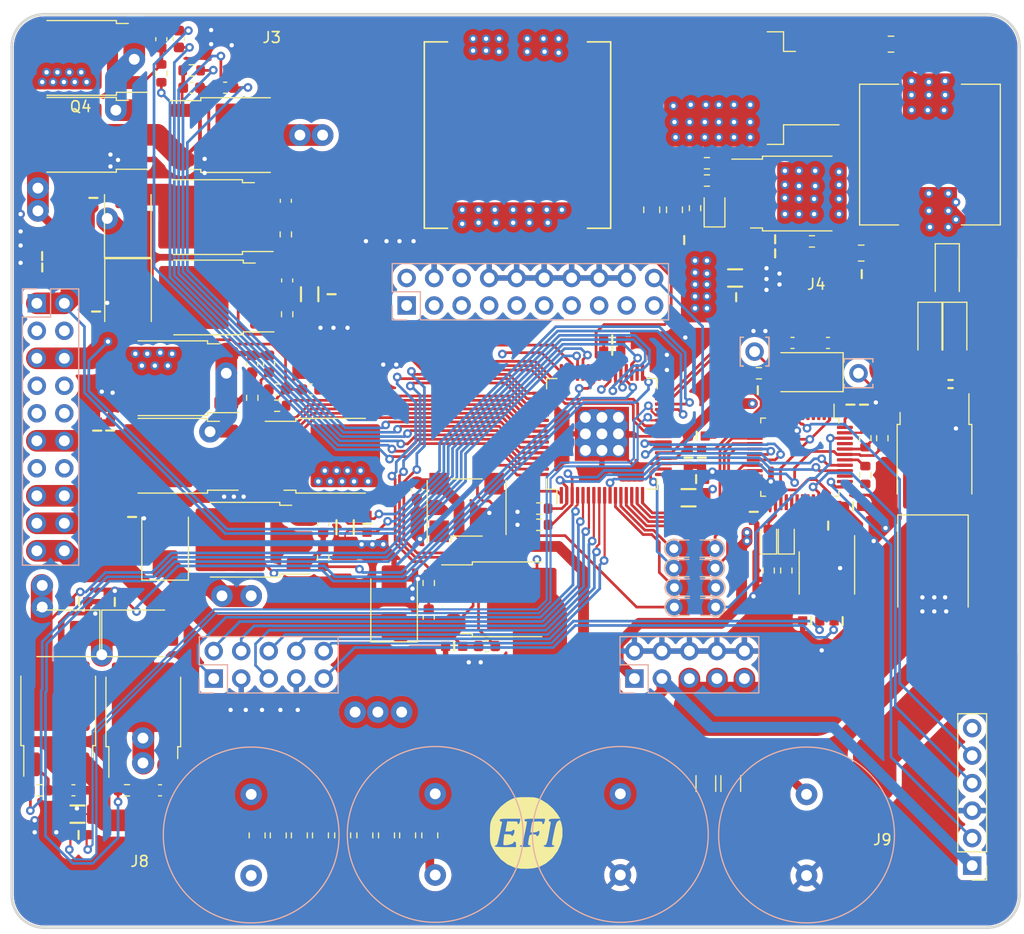
<source format=kicad_pcb>
(kicad_pcb (version 20221018) (generator pcbnew)
  (layers (0 "F.Cu" signal) (1 "In1.Cu" power "In1.GND") (2 "In2.Cu" power "In2.PWR") (31 "B.Cu" signal) (34 "B.Paste" user) (35 "F.Paste" user) (36 "B.SilkS" user "B.Silkscreen") (37 "F.SilkS" user "F.Silkscreen") (38 "B.Mask" user) (39 "F.Mask" user) (44 "Edge.Cuts" user))
  (net 0 "")
  (net 1 "GND")
  (net 2 "+BATT")
  (net 3 "+5V")
  (net 4 "+3.3V")
  (net 5 "Net-(U7-PD0)")
  (net 6 "Net-(U7-PD1)")
  (net 7 "Net-(Q4-S)")
  (net 8 "Net-(Q4-G)")
  (net 9 "/H1")
  (net 10 "Net-(Q5-G)")
  (net 11 "/VSENSE1")
  (net 12 "Net-(Q6-G)")
  (net 13 "Net-(Q7-G)")
  (net 14 "Net-(Q8-S)")
  (net 15 "Net-(Q8-G)")
  (net 16 "/H3")
  (net 17 "Net-(Q9-G)")
  (net 18 "/VSENSE2")
  (net 19 "Net-(Q10-G)")
  (net 20 "Net-(Q11-G)")
  (net 21 "/H5PUMP")
  (net 22 "Net-(Q12-G)")
  (net 24 "Net-(Q14-S)")
  (net 25 "Net-(Q14-G)")
  (net 26 "Net-(U8-B_HS1)")
  (net 27 "Net-(U8-B_HS2)")
  (net 28 "Net-(U8-B_HS3)")
  (net 29 "Net-(U8-B_HS4)")
  (net 30 "Net-(U8-B_HS5)")
  (net 31 "/+Batt_filtered")
  (net 32 "Vdrive")
  (net 33 "/Vdrive_shunt")
  (net 34 "Net-(D1-A)")
  (net 35 "Net-(D2-A)")
  (net 36 "/L1")
  (net 37 "/L2")
  (net 38 "/L3")
  (net 39 "/L4")
  (net 41 "/L6PUMP")
  (net 43 "Net-(D24-K)")
  (net 44 "Net-(D24-A)")
  (net 45 "Net-(D25-K)")
  (net 46 "/LED_GREEN")
  (net 47 "/Vdrive_coil")
  (net 48 "Net-(D27-A)")
  (net 49 "/UART_TX")
  (net 50 "/UART_RX")
  (net 51 "/SWDIO")
  (net 52 "/SWCLK")
  (net 53 "/SWO")
  (net 54 "/nRESET")
  (net 56 "Net-(Q16-G)")
  (net 57 "/Boot0")
  (net 58 "/DIN4")
  (net 59 "Net-(U7-PB6)")
  (net 60 "Net-(U8-G_HS1)")
  (net 61 "Net-(U8-G_HS2)")
  (net 62 "Net-(U8-G_LS1)")
  (net 63 "Net-(U8-G_LS2)")
  (net 64 "Net-(U8-G_HS3)")
  (net 65 "Net-(U8-G_HS4)")
  (net 66 "Net-(U8-G_LS3)")
  (net 67 "Net-(U8-G_LS4)")
  (net 68 "Net-(U8-G_HS5)")
  (net 70 "Net-(U8-G_LS6)")
  (net 71 "/DRVEN")
  (net 72 "/RESETB")
  (net 73 "/FLAG_0")
  (net 74 "Net-(U8-G_LS7)")
  (net 75 "Net-(C92-Pad2)")
  (net 76 "Net-(C93-Pad2)")
  (net 77 "/START1")
  (net 78 "/START2")
  (net 79 "/START3")
  (net 80 "/START4")
  (net 81 "/START5")
  (net 82 "/START6")
  (net 83 "/CAN_TX")
  (net 84 "/CAN_RX")
  (net 85 "/CAN_L")
  (net 86 "/CAN_H")
  (net 87 "/VCC2P5")
  (net 88 "/A1")
  (net 89 "/A2")
  (net 90 "/A3")
  (net 91 "/SCLK")
  (net 92 "/MISO")
  (net 93 "/MOSI")
  (net 94 "/OA_1")
  (net 95 "/OA_2")
  (net 96 "/CSB")
  (net 97 "/FLAG_1")
  (net 98 "/FLAG_2")
  (net 99 "/DBG")
  (net 102 "/IRQ")
  (net 104 "/CLK")
  (net 105 "Net-(U8-VSENSEN1)")
  (net 106 "Net-(U8-VSENSEP1)")
  (net 107 "Net-(U8-VSENSEN2)")
  (net 108 "Net-(U8-VSENSEP2)")
  (net 109 "Net-(U8-VSENSEN3)")
  (net 110 "Net-(U8-VSENSEP3)")
  (net 111 "Net-(U8-VSENSEN4)")
  (net 112 "Net-(U8-VSENSEP4)")
  (net 113 "/VCCP")
  (net 114 "Net-(U8-VCCIO)")
  (net 119 "Net-(U8-IRQ)")
  (net 120 "Net-(U8-FLAG1)")
  (net 121 "Net-(U8-FLAG2)")
  (net 122 "Net-(U8-DBG)")
  (net 125 "Net-(D3-A)")
  (net 129 "Net-(D4-A1)")
  (footprint "Capacitor_SMD:C_0805_2012Metric" (layer "F.Cu") (at 177.8 51.2 180)
    (fp_text reference "C90" hide)
    (fp_text value "0.22uF")
  )
  (footprint "Package_TO_SOT_SMD:TO-252-2" (layer "F.Cu") (at 111.36 89.22 180)
    (fp_text reference "D15" hide)
    (fp_text value "SBR10200CTL")
  )
  (footprint "hellen-one-common:PAD-TH" (layer "F.Cu") (at 174.8 81.6 -90)
    (fp_text reference "P2" hide)
    (fp_text value "Pad" hide)
  )
  (footprint "hellen-one-common:PAD-0805-PAD" (layer "F.Cu") (at 159.650001 99.6)
    (fp_text reference "R115" hide)
    (fp_text value "DNP" hide)
  )
  (footprint "Resistor_SMD:R_0603_1608Metric" (layer "F.Cu") (at 160.8 62.2 180)
    (fp_text reference "R120" hide)
    (fp_text value "10")
  )
  (footprint "hellen-one-common:C0603" (layer "F.Cu") (at 126.1 74.29998 90)
    (fp_text reference "C66" hide)
    (fp_text value "330p" hide)
  )
  (footprint "Package_TO_SOT_SMD:TO-252-2" (layer "F.Cu") (at 108.735 112.785 90)
    (fp_text reference "Q10" hide)
    (fp_text value "BUK9230-100B")
  )
  (footprint "kicad6-libraries:Shunt_1206" (layer "F.Cu") (at 124.1 74.3 -90)
    (fp_text reference "R88" hide)
    (fp_text value "0.01" hide)
  )
  (footprint "Package_TO_SOT_SMD:TO-252-2" (layer "F.Cu") (at 100.875 112.685 90)
    (fp_text reference "Q11" hide)
    (fp_text value "BUK9230-100B")
  )
  (footprint "Resistor_SMD:R_1206_3216Metric" (layer "F.Cu") (at 160.7 119.5 -90)
    (fp_text reference "R126" hide)
    (fp_text value "2K")
  )
  (footprint "Resistor_SMD:R_0603_1608Metric" (layer "F.Cu") (at 160.8 63.8 180)
    (fp_text reference "R131" hide)
    (fp_text value "75K")
  )
  (footprint "Resistor_SMD:R_0603_1608Metric" (layer "F.Cu") (at 145.3 94.1 180)
    (fp_text reference "R116" hide)
    (fp_text value "1K")
  )
  (footprint "hellen-one-common:C0603" (layer "F.Cu") (at 174.3 93.9 180)
    (fp_text reference "C73" hide)
    (fp_text value "100n" hide)
  )
  (footprint "Package_QFP:LQFP-48_7x7mm_P0.5mm" (layer "F.Cu") (at 169.38 89.35 -90)
    (fp_text reference "U7" hide)
    (fp_text value "STM32F103CBT6")
  )
  (footprint "kicad6-libraries:Shunt_1206" (layer "F.Cu") (at 159.1 93.1 180)
    (fp_text reference "R119" hide)
    (fp_text value "0.01" hide)
  )
  (footprint "Capacitor_SMD:C_0603_1608Metric" (layer "F.Cu") (at 125.35 95.55 -90)
    (fp_text reference "C62" hide)
    (fp_text value "1000pF")
  )
  (footprint "Resistor_SMD:R_0805_2012Metric" (layer "F.Cu") (at 123.15 124.2875 90)
    (fp_text reference "R128" hide)
    (fp_text value "56k")
  )
  (footprint "Resistor_SMD:R_0603_1608Metric" (layer "F.Cu") (at 159.7 66.35 90)
    (fp_text reference "R123" hide)
    (fp_text value "5.1")
  )
  (footprint "Resistor_SMD:R_0603_1608Metric" (layer "F.Cu") (at 107.23 120.125)
    (fp_text reference "R104" hide)
    (fp_text value "10")
  )
  (footprint "hellen-one-common:C0603" (layer "F.Cu") (at 165.5 83.15)
    (fp_text reference "C74" hide)
    (fp_text value "100n" hide)
  )
  (footprint "Inductor_SMD:L_Vishay_IHLP-6767" (layer "F.Cu") (at 143.3 59.6 -90)
    (fp_text reference "L2" hide)
    (fp_text value "10uH")
  )
  (footprint "Resistor_SMD:R_0603_1608Metric" (layer "F.Cu") (at 122.025 76.15 90)
    (fp_text reference "R101" hide)
    (fp_text value "10")
  )
  (footprint "Resistor_SMD:R_0805_2012Metric" (layer "F.Cu") (at 127.15 124.2875 90)
    (fp_text reference "R130" hide)
    (fp_text value "56k")
  )
  (footprint "Capacitor_SMD:C_0603_1608Metric" (layer "F.Cu") (at 120.35 80.725 90)
    (fp_text reference "C67" hide)
    (fp_text value "0.33uF")
  )
  (footprint "Diode_SMD:D_MiniMELF" (layer "F.Cu") (at 183.7 77.7 -90)
    (fp_text reference "D3" hide)
    (fp_text value "ZMM5V6")
  )
  (footprint "Package_TO_SOT_SMD:TO-252-2" (layer "F.Cu") (at 102.935 59.575 180)
    (fp_text reference "D14" hide)
    (fp_text value "SBR10200CTL")
  )
  (footprint "Package_TO_SOT_SMD:TO-252-2" (layer "F.Cu") (at 114.585 67.175 180)
    (fp_text reference "Q6" hide)
    (fp_text value "BUK9230-100B")
  )
  (footprint "hellen-one-common:C0603" (layer "F.Cu") (at 174.08 84.5 -90)
    (fp_text reference "C75" hide)
    (fp_text value "100n" hide)
  )
  (footprint "hellen-one-common:C0603" (layer "F.Cu") (at 129.4 95.5 90)
    (fp_text reference "C71" hide)
    (fp_text value "330p" hide)
  )
  (footprint "hellen-one-common:C0603" (layer "F.Cu") (at 137.45 106.825)
    (fp_text reference "C45" hide)
    (fp_text value "4700p" hide)
  )
  (footprint "Capacitor_SMD:C_0805_2012Metric" (layer "F.Cu") (at 157.8 66.5 -90)
    (fp_text reference "C94" hide)
    (fp_text value "0.22uF")
  )
  (footprint "Resistor_SMD:R_1206_3216Metric" (layer "F.Cu") (at 163 119.5 -90)
    (fp_text reference "R124" hide)
    (fp_text value "2K")
  )
  (footprint "Diode_SMD:D_SMB" (layer "F.Cu") (at 107.3 67.25 90)
    (fp_text reference "D16" hide)
    (fp_text value "STPS2H100UY")
  )
  (footprint "hellen-one-common:C0603" (layer "F.Cu") (at 158.7 69.32 180)
    (fp_text reference "C93" hide)
    (fp_text value "330p" hide)
  )
  (footprint "Resistor_SMD:R_0603_1608Metric" (layer "F.Cu") (at 175.43 87.6 90)
    (fp_text reference "R85" hide)
    (fp_text value "10K")
  )
  (footprint "hellen-one-common:C0603" (layer "F.Cu") (at 172 95.7 180)
    (fp_text reference "C4" hide)
    (fp_text value "100n" hide)
  )
  (footprint "Capacitor_SMD:C_0603_1608Metric" (layer "F.Cu") (at 113.195 55.225 180)
    (fp_text reference "C53" hide)
    (fp_text value "1000pF")
  )
  (footprint "Capacitor_SMD:C_0603_1608Metric" (layer "F.Cu") (at 124.2 83.1 180)
    (fp_text reference "C68" hide)
    (fp_text value "0.33uF")
  )
  (footprint "Fiducial:Fiducial_0.5mm_Mask1.5mm" (layer "F.Cu") (at 177 126.4)
    (fp_text reference "J9")
    (fp_text value "Conn_01x01")
  )
  (footprint "kicad6-libraries:Shunt_1206" (layer "F.Cu") (at 127.375 95.825 -90)
    (fp_text reference "R90" hide)
    (fp_text value "0.01" hide)
  )
  (footprint "Fiducial:Fiducial_0.5mm_Mask1.5mm" (layer "F.Cu") (at 170.9 75.1)
    (fp_text reference "J4")
    (fp_text value "Conn_01x01")
  )
  (footprint "Resistor_SMD:R_0805_2012Metric" (layer "F.Cu") (at 135.2 124.2875 90)
    (fp_text reference "R135" hide)
    (fp_text value "56k")
  )
  (footprint "Capacitor_SMD:C_0603_1608Metric" (layer "F.Cu") (at 122.025 73.025 -90)
    (fp_text reference "C55" hide)
    (fp_text value "1000pF")
  )
  (footprint "hellen-one-common:C0603" (layer "F.Cu") (at 104.1 65.4 90)
    (fp_text reference "C39" hide)
    (fp_text value "4700p" hide)
  )
  (footprint "hellen-one-common:C0603" (layer "F.Cu") (at 102.8 102.7 180)
    (fp_text reference "C44" hide)
    (fp_text value "4700p" hide)
  )
  (footprint "Package_TO_SOT_SMD:TO-252-2" (layer "F.Cu") (at 114.66 74.6 180)
    (fp_text reference "Q7" hide)
    (fp_text value "BUK9230-100B")
  )
  (footprint "kicad6-libraries:rusefi_logo" (layer "F.Cu") (at 144.1 124.1)
    (fp_text reference "G1" hide)
    (fp_text value "RUSEFI_LOGO" hide)
  )
  (footprint "Resistor_SMD:R_0805_2012Metric" (layer "F.Cu") (at 125.1 124.2875 90)
    (fp_text reference "R129" hide)
    (fp_text value "56k")
  )
  (footprint "Diode_SMD:D_SMB" (layer "F.Cu") (at 101.055 105.625 180)
    (fp_text reference "D19" hide)
    (fp_text value "STPS2H100UY")
  )
  (footprint "Resistor_SMD:R_0805_2012Metric" (layer "F.Cu") (at 133.15 124.2875 90)
    (fp_text reference "R134" hide)
    (fp_text value "56k")
  )
  (footprint "Capacitor_SMD:C_0603_1608Metric" (layer "F.Cu") (at 140.475 106.8 180)
    (fp_text reference "C70" hide)
    (fp_text value "0.33uF")
  )
  (footprint "Package_TO_SOT_SMD:TO-252-2" (layer "F.Cu") (at 126.14 89.22)
    (fp_text reference "Q9" hide)
    (fp_text value "BUK9230-100B")
  )
  (footprint "Resistor_SMD:R_0805_2012Metric" (layer "F.Cu") (at 129.2 124.2875 90)
    (fp_text reference "R132" hide)
    (fp_text value "56k")
  )
  (footprint "hellen-one-common:C0603" (layer "F.Cu") (at 99.390001 70.75)
    (fp_text reference "C37" hide)
    (fp_text value "4700p" hide)
  )
  (footprint "hellen-one-common:C0603" (layer "F.Cu") (at 159.8 91.4 180)
    (fp_text reference "C87" hide)
    (fp_text value "100n" hide)
  )
  (footprint "Resistor_SMD:R_0603_1608Metric" (layer "F.Cu") (at 99.13 120.125)
    (fp_text reference "R105" hide)
    (fp_text value "10")
  )
  (footprint "Diode_SMD:D_MiniMELF" (layer "F.Cu") (at 183 72.3 -90)
    (fp_text reference "D1" hide)
    (fp_text value "ZMM5V6")
  )
  (footprint "Connector_PinHeader_2.54mm:PinHeader_1x06_P2.54mm_Vertical" (layer "F.Cu") (at 185.3 127.08 180)
    (fp_text reference "J5" hide)
    (fp_text value "Conn_01x06")
  )
  (footprint "hellen-one-common:R0603" (layer "F.Cu") (at 183.3 82.6)
    (fp_text reference "R19" hide)
    (fp_text value "10k" hide)
  )
  (footprint "Package_TO_SOT_SMD:TO-263-2" (layer "F.Cu") (at 163.05 55.26 180)
    (fp_text reference "D26" hide)
    (fp_text value "SDURB1020CT")
  )
  (footprint "hellen-one-common:C0603" (layer "F.Cu") (at 163.5 74.6 180)
    (fp_text reference "C77" hide)
    (fp_text value "330p" hide)
  )
  (footprint "Diode_SMD:D_SMC" (layer "F.Cu") (at 181.68 99.6 -90)
    (fp_text reference "D4" hide)
    (fp_text value "SM15T33CA")
  )
  (footprint "Package_TO_SOT_SMD:TO-252-2" (layer "F.Cu") (at 117.36 59.6)
    (fp_text reference "Q5" hide)
    (fp_text value "BUK9230-100B")
  )
  (footprint "Resistor_SMD:R_0805_2012Metric" (layer "F.Cu") (at 121.2 124.2875 90)
    (fp_text reference "R127" hide)
    (fp_text value "56k")
  )
  (footprint "hellen-one-common:C0603" (layer "F.Cu") (at 104.4 75.9 -90)
    (fp_text reference "C40" hide)
    (fp_text value "4700p" hide)
  )
  (footprint "Resistor_SMD:R_0603_1608Metric" (layer "F.Cu") (at 121.9 68.775 90)
    (fp_text reference "R100" hide)
    (fp_text value "10")
  )
  (footprint "Crystal:Crystal_SMD_5032-2Pin_5.0x3.2mm" (layer "F.Cu") (at 170.33 81.5 180)
    (fp_text reference "Y3" hide)
    (fp_text value "8MHz")
  )
  (footprint "Capacitor_SMD:C_0603_1608Metric" (layer "F.Cu") (at 112.02 50.725 90)
    (fp_text reference "C64" hide)
    (fp_text value "0.33uF")
  )
  (footprint "hellen-one-common:PAD-0805-PAD" (layer "F.Cu") (at 159.650001 97.8)
    (fp_text reference "R114" hide)
    (fp_text value "DNP" hide)
  )
  (footprint "Resistor_SMD:R_0603_1608Metric" (layer "F.Cu") (at 110.4 53.9 90)
    (fp_text reference "R98" hide)
    (fp_text value "10")
  )
  (footprint "Resistor_SMD:R_0603_1608Metric" (layer "F.Cu") (at 177 87.6 90)
    (fp_text reference "R118" hide)
    (fp_text value "1K")
  )
  (footprint "Resistor_SMD:R_0603_1608Metric" (layer "F.Cu") (at 166.5 99.825 -90)
    (fp_text reference "R86" hide)
    (fp_text value "1K")
  )
  (footprint "Capacitor_SMD:C_0603_1608Metric" (layer "F.Cu") (at 135.1 104.175 90)
    (fp_text reference "C60" hide)
    (fp_text value "1000pF")
  )
  (footprint "Capacitor_SMD:C_0603_1608Metric" (layer "F.Cu") (at 116.295 55.225 180)
    (fp_text reference "C65" hide)
    (fp_text value "0.33uF")
  )
  (footprint "hellen-one-common:PAD-TH" (layer "F.Cu") (at 165.2 79.6)
    (fp_text reference "P1" hide)
    (fp_text value "Pad" hide)
  )
  (footprint "hellen-one-common:C0603" (layer "F.Cu") (at 152.05 79.55 180)
    (fp_text reference "C78" hide)
    (fp_text value "100n" hide)
  )
  (footprint "Package_TO_SOT_SMD:TO-252-2" (layer "F.Cu") (at 181.82 89.64 -90)
    (fp_text reference "Q1" hide)
    (fp_text value "AOD4185")
  )
  (footprint "Capacitor_SMD:C_0603_1608Metric" (layer "F.Cu") (at 121.9 65.675 -90)
    (fp_text reference "C54" hide)
    (fp_text value "1000pF")
  )
  (footprint "hellen-one-common:C0603" (layer "F.Cu") (at 152.05 78.5 180)
    (fp_text reference "C80" hide)
    (fp_text value "4.7u" hide)
  )
  (footprint "kicad6-libraries:LQFP-64-1EP_10x10mm_P0.5mm_EP5x5mm_ThermalVias" (layer "F.Cu") (at 151.1 87.2 90)
    (fp_text reference "U8" hide)
    (fp_text value "MC33PT2001AE")
  )
  (footprint "hellen-one-common:C0603" (layer "F.Cu") (at 106.1 102.7)
    (fp_text reference "C43" hide)
    (fp_text value "4700p" hide)
  )
  (footprint "Resistor_SMD:R_0805_2012Metric" (layer "F.Cu") (at 131.2 124.2875 90)
    (fp_text reference "R133" hide)
    (fp_text value "56k")
  )
  (footprint "hellen-one-common:C0603" (layer "F.Cu") (at 175.1 72.42)
    (fp_text reference "C76" hide)
    (fp_text value "100n" hide)
  )
  (footprint "LED_SMD:LED_0805_2012Metric" (layer "F.Cu") (at 161.5 66.4 90)
    (fp_text reference "D27" hide)
    (fp_text value "LED_Small")
  )
  (footprint "Diode_SMD:D_SMB" (layer "F.Cu") (at 131.9 102.75 90)
    (fp_text reference "D20" hide)
    (fp_text value "STPS2H100UY")
  )
  (footprint "Capacitor_SMD:C_0805_2012Metric" (layer "F.Cu") (at 175.05 70.5 180)
    (fp_text reference "C86" hide)
    (fp_text value "0.22uF")
  )
  (footprint "Diode_SMD:D_MiniMELF" (layer "F.Cu") (at 181.4 77.7 -90)
    (fp_text reference "D2" hide)
    (fp_text value "ZMM5V6")
  )
  (footprint "Resistor_SMD:R_0603_1608Metric" (layer "F.Cu") (at 168.13 99.825 90)
    (fp_text reference "R111" hide)
    (fp_text value "1K")
  )
  (footprint "Resistor_SMD:R_0603_1608Metric" (layer "F.Cu") (at 135.1 100.975 -90)
    (fp_text reference "R106" hide)
    (fp_text value "10")
  )
  (footprint "hellen-one-common:PAD-0805-PAD" (layer "F.Cu") (at 159.7 101.4)
    (fp_text reference "R113" hide)
    (fp_text value "DNP" hide)
  )
  (footprint "Package_TO_SOT_SMD:TO-252-2" (layer "F.Cu") (at 111.36 82.06 180)
    (fp_text reference "Q8" hide)
    (fp_text value "BUK9230-100B")
  )
  (footprint "Diode_SMD:D_SMB" (layer "F.Cu") (at 107.325 74.675 -90)
    (fp_text reference "D17" hide)
    (fp_text value "STPS2H100UY")
  )
  (footprint "Oscillator:Oscillator_SMD_Diodes_FN-4Pin_7.0x5.0mm" (layer "F.Cu") (at 138.6 94 90)
    (fp_text reference "Y2" hide)
    (fp_text value "1MHz")
  )
  (footprint "Resistor_SMD:R_0603_1608Metric" (layer "F.Cu") (at 175.43 91 90)
    (fp_text reference "R87" hide)
    (fp_text value "0")
  )
  (footprint "hellen-one-common:C0603" (layer "F.Cu") (at 175.33 84.5 -90)
    (fp_text reference "C79" hide)
    (fp_text value "100n" hide)
  )
  (footprint "Capacitor_SMD:C_0603_1608Metric" (layer "F.Cu") (at 134 92.4 90)
    (fp_text reference "C91" hide)
    (fp_text value "1000pF")
  )
  (footprint "Capacitor_SMD:C_0603_1608Metric" (layer "F.Cu") (at 102.28 120.125 180)
    (fp_text reference "C59" hide)
    (fp_text value "1000pF")
  )
  (footprint "hellen-one-common:C0603" (layer "F.Cu") (at 167.1 69.2)
    (fp_text reference "C89" hide)
    (fp_text value "470p" hide)
  )
  (footprint "Resistor_SMD:R_0603_1608Metric" (layer "F.Cu") (at 121.1 84.6 180)
    (fp_text reference "R103" hide)
    (fp_text value "10")
  )
  (footprint "hellen-one-common:PAD-0805-PAD" (layer "F.Cu") (at 159.695 103.2)
    (fp_text reference "R112" hide)
    (fp_text value "DNP" hide)
  )
  (footprint "Resistor_SMD:R_0805_2012Metric" (layer "F.Cu") (at 119.25 124.2875 90)
    (fp_text reference "R125" hide)
    (fp_text value "56k")
  )
  (footprint "LED_SMD:LED_0603_1608Metric" (layer "F.Cu") (at 168.13 96.8125 90)
    (fp_text reference "D25" hide)
    (fp_text value "GREEN")
  )
  (footprint "hellen-one-common:C0603" (layer "F.Cu") (at 170.435 104.475)
    (fp_text reference "C2" hide)
    (fp_text value "47p" hide)
  )
  (footprint "Capacitor_SMD:C_0603_1608Metric" (layer "F.Cu") (at 121.1 83.1 180)
    (fp_text reference "C57" hide)
    (fp_text value "1000pF")
  )
  (footprint "hellen-one-common:C0603" (layer "F.Cu") (at 105.7 86.890001 -90)
    (fp_text reference "C41" hide)
    (fp_text value "4700p" hide)
  )
  (footprint "kicad6-libraries:Shunt_1206" (layer "F.Cu") (at 163.4 72.8)
    (fp_text reference "R121" hide)
    (fp_text value "0.01" hide)
  )
  (footprint "Package_TO_SOT_SMD:TO-252-2" (layer "F.Cu") (at 102.94 52.47 180)
    (fp_text reference "Q4")
    (fp_text value "BUK9230-100B")
  )
  (footprint "hellen-one-common:C0603" (layer "F.Cu") (at 99.4 71.8)
    (fp_text reference "C38" hide)
    (fp_text value "4700p" hide)
  )
  (footprint "Resistor_SMD:R_0603_1608Metric" (layer "F.Cu") (at 145.3 95.6 180)
    (fp_text reference "R117" hide)
    (fp_text value "1K")
  )
  (footprint "Package_SO:SOIC-8_3.9x4.9mm_P1.27mm" (layer "F.Cu") (at 171.88 100.05 -90)
    (fp_text reference "U1" hide)
    (fp_text value "TJA1051T-3")
  )
  (footprint "hellen-one-common:C0603" (layer "F.Cu") (at 160.3 89.4 90)
    (fp_text reference "C84" hide)
    (fp_text value "1u" hide)
  )
  (footprint "Diode_SMD:D_SMB" (layer "F.Cu") (at 110.75 97.05 90)
    (fp_text reference "D22" hide)
    (fp_text value "STPS2H100UY")
  )
  (footprint "Capacitor_SMD:C_0603_1608Metric" (layer "F.Cu") (at 168.705 78.8)
    (fp_text reference "C50" hide)
    (fp_text value "18pF")
  )
  (footprint "hellen-one-common:C0603" (layer "F.Cu") (at 173.335 104.475)
    (fp_text reference "C1" hide)
    (fp_text value "47p" hide)
  )
  (footprint "hellen-one-common:C0603" (layer "F.Cu") (at 167.1 70.5)
    (fp_text reference "C92" hide)
    (fp_text value "330p" hide)
  )
  (footprint "Capacitor_SMD:C_0805_2012Metric" (layer "F.Cu") (at 155.7 66.5 -90)
    (fp_text reference "C96" hide)
    (fp_text value "0.22uF")
  )
  (footprint "Fiducial:Fiducial_0.5mm_Mask1.5mm" (layer "F.Cu") (at 108.4 128.4)
    (fp_text reference "J8")
    (fp_text value "Conn_01x01")
  )
  (footprint "Capacitor_SMD:C_0603_1608Metric" (layer "F.Cu") (at 118.8 80.725 -90)
    (fp_text reference "C56" hide)
    (fp_text value "1000pF")
  )
  (footprint "Package_TO_SOT_SMD:TO-252-2" (layer "F.Cu") (at 142.44 102.48)
    (fp_text reference "Q12" hide)
    (fp_text value "BUK9230-100B")
  )
  (footprint "hellen-one-common:C0603" (layer "F.Cu") (at 165.1 94.4 90)
    (fp_text reference "C72" hide)
    (fp_text value "4.7u" hide)
  )
  (footprint "Capacitor_SMD:C_0603_1608Metric" (layer "F.Cu") (at 110.4 50.74 -90)
    (fp_text reference "C52" hide)
    (fp_text value "1000pF")
  )
  (footprint "Resistor_SMD:R_0603_1608Metric" (layer "F.Cu") (at 118.8 83.865 90)
    (fp_text reference "R102" hide)
    (fp_text value "10")
  )
  (footprint "kicad6-libraries:Shunt_1206" (layer "F.Cu") (at 102.655 122.325 180)
    (fp_text reference "R89" hide)
    (fp_text value "0.01" hide)
  )
  (footprint "Resistor_SMD:R_0603_1608Metric" (layer "F.Cu") (at 113.2 53.625 180)
    (fp_text reference "R99" hide)
    (fp_text value "10")
  )
  (footprint "Resistor_SMD:R_0603_1608Metric" (layer "F.Cu") (at 125.35 98.65 90)
    (fp_text reference "R108" hide)
    (fp_text value "10")
  )
  (footprint "hellen-one-common:C0603" (layer "F.Cu") (at 159.85 87.4 180)
    (fp_text reference "C85" hide)
    (fp_text value "100n" hide)
  )
  (footprint "LED_SMD:LED_0603_1608Metric" (layer "F.Cu") (at 166.5 96.8125 90)
    (fp_text reference "D24" hide)
    (fp_text value "RED")
  )
  (footprint "hellen-one-common:C0603" (layer "F.Cu") (at 107.675 94.875 90)
    (fp_text reference "C47" hide)
    (fp_text value "4700p" hide)
  )
  (footprint "Diode_SMD:D_SMB" (layer "F.Cu") (at 108.555 105.625)
    (fp_text reference "D18" hide)
    (fp_text value "STPS2H100UY")
  )
  (footprint "hellen-one-common:C0603" (layer "F.Cu") (at 104.5 86.9 -90)
    (fp_text reference "C42" hide)
    (fp_text value "4700p" hide)
  )
  (footprint "Package_TO_SOT_SMD:TO-252-2" (layer "F.Cu") (at 169.24 65)
    (fp_text reference "Q16" hide)
    (fp_text value "BUK9230-100B")
  )
  (footprint "Capacitor_SMD:C_0603_1608Metric" (layer "F.Cu") (at 110.28 120.125 180)
    (fp_text reference "C58" hide)
    (fp_text value "1000pF")
  )
  (footprint "Package_TO_SOT_SMD:TO-252-2" (layer "F.Cu") (at 118.035 96.975 180)
    (fp_text reference "Q14" hide)
    (fp_text value "BUK9230-100B")
  )
  (footprint "hellen-one-common:C0603" (layer "F.Cu") (at 159.07506 89.4 90)
    (fp_text reference "C82" hide)
    (fp_text value "100n" hide)
  )
  (footprint "Resistor_SMD:R_0603_1608Metric" (layer "F.Cu") (at 170.5 69.42)
    (fp_text reference "R122" hide)
    (fp_text value "220")
  )
  (footprint "Capacitor_SMD:C_0603_1608Metric" (layer "F.Cu") (at 171.98 78.8 180)
    (fp_text reference "C49" hide)
    (fp_text value "18pF")
  )
  (footprint "Inductor_SMD:L_Wuerth_HCI-1350" (layer "F.Cu") (at 181.4 61.4 90)
    (fp_text reference "L1" hide)
    (fp_text value "6.8uH")
  )
  (footprint "Fiducial:Fiducial_0.5mm_Mask1.5mm" (layer "F.Cu") (at 120.6 52.3)
    (fp_text reference "J3")
    (fp_text value "Conn_01x01")
  )
  (footprint "hellen-one-common:C0603" (layer "F.Cu") (at 102.755 124.225)
    (fp_text reference "C69" hide)
    (fp_text value "330p" hide)
  )
  (footprint "Resistor_SMD:R_0603_1608Metric" (layer "F.Cu") (at 165.6 81.6)
    (fp_text reference "R1" hide)
    (fp_text value "10K")
  )
  (footprint "Capacitor_THT:C_Radial_D16.0mm_H25.0mm_P7.50mm" (layer "B.Cu") (at 118.7 128 90)
    (fp_text reference "C97" hide)
    (fp_text value "470uF")
  )
  (footprint "Capacitor_THT:C_Radial_D16.0mm_H25.0mm_P7.50mm" (layer "B.Cu") (at 170 120.5 -90)
    (fp_text reference "C88" hide)
    (fp_text value "1200uF")
  )
  (footprint "Capacitor_THT:C_Radial_D16.0mm_H25.0mm_P7.50mm" (layer "B.Cu") (at 152.8 120.45 -90)
    (fp_text reference "C81" hide)
    (fp_text value "1200uF")
  )
  (footprint "Connector_PinSocket_2.54mm:PinSocket_2x10_P2.54mm_Vertical" (layer "B.Cu") (at 133.06 75.34 -90)
    (fp_text reference "J2" hide)
    (fp_text value "Conn_02x10_Odd_Even")
  )
  (footprint "Connector_PinSocket_2.54mm:PinSocket_2x05_P2.54mm_Vertical" (layer "B.Cu") (at 115.24 109.8 -90)
    (fp_text reference "J6" hide)
    (fp_text value "Conn_01x10")
  )
  (footprint "Connector_PinSocket_2.54mm:PinSocket_2x10_P2.54mm_Vertical" (layer "B.Cu") (at 98.9 75.14 180)
    (fp_text reference "J1" hide)
    (fp_text value "Conn_01x20")
  )
  (footprint "Connector_PinSocket_2.54mm:PinSocket_2x05_P2.54mm_Vertical" (layer "B.Cu") (at 154.1 109.8 -90)
    (fp_text reference "J7" hide)
    (fp_text value "Conn_01x10")
  )
  (footprint "Capacitor_THT:C_Radial_D16.0mm_H25.0mm_P7.50mm" (layer "B.Cu") (at 135.7 127.95 90)
    (fp_text reference "C95" hide)
    (fp_text value "470uF")
  )
  (gr_poly locked (pts (xy 163.7 69.1) (xy 158.8 69) (xy 158.5 70.7) (xy 158.5 76.8) (xy 161.9 76.8) (xy 161.9 73.8) (xy 162.6 73.8) (xy 162.6 72.6) (xy 165.7 69.5) (xy 165.7 67.8) (xy 162.8 67.8) (xy 161.6 69.1)) (stroke (width 0.2)) (fill solid) (layer "F.Cu"))
  (gr_line locked (start 189.677305 129.807588) (end 189.677305 51.44) (stroke (width 0.25)) (layer "Edge.Cuts"))
  (gr_arc locked (start 189.677305 129.807588) (mid 188.798611 131.928884) (end 186.677305 132.807588) (stroke (width 0.25)) (layer "Edge.Cuts"))
  (gr_line locked (start 96.582695 51.44) (end 96.582695 129.807588) (stroke (width 0.25)) (layer "Edge.Cuts"))
  (gr_line locked (start 99.582695 132.807588) (end 186.677305 132.807588) (stroke (width 0.25)) (layer "Edge.Cuts"))
  (gr_arc locked (start 96.582695 51.44) (mid 97.461391 49.318709) (end 99.582695 48.44) (stroke (width 0.25)) (layer "Edge.Cuts"))
  (gr_line locked (start 186.677305 48.44) (end 99.582695 48.44) (stroke (width 0.25)) (layer "Edge.Cuts"))
  (gr_arc locked (start 99.582695 132.807588) (mid 97.461359 131.928911) (end 96.582695 129.807588) (stroke (width 0.25)) (layer "Edge.Cuts"))
  (gr_arc locked (start 186.677305 48.44) (mid 188.798635 49.31868) (end 189.677305 51.44) (stroke (width 0.25)) (layer "Edge.Cuts"))
  (segment locked (start 171.4 107.2) (end 171.731371 107.2) (width 0.5) (layer "F.Cu") (net 1))
  (segment locked (start 161.5 67.3375) (end 162.9375 65.9) (width 0.25) (layer "F.Cu") (net 1))
  (segment locked (start 104.4 75.109999) (end 103.753984 74.463983) (width 1) (layer "F.Cu") (net 1))
  (segment locked (start 174.7 98.236041) (end 173.336041 99.6) (width 0.25) (layer "F.Cu") (net 1))
  (segment locked (start 160.809999 90.7) (end 160.3 90.190001) (width 0.25) (layer "F.Cu") (net 1))
  (segment locked (start 175.809999 83.709999) (end 175.33 83.709999) (width 0.25) (layer "F.Cu") (net 1))
  (segment locked (start 134 93.175) (end 134 96.6) (width 0.5) (layer "F.Cu") (net 1))
  (segment locked (start 107.675 95.665001) (end 108.134999 95.665001) (width 0.5) (layer "F.Cu") (net 1))
  (segment locked (start 173.5425 87.1) (end 175.105 87.1) (width 0.2) (layer "F.Cu") (net 1))
  (segment locked (start 177 86.775) (end 175.43 86.775) (width 0.25) (layer "F.Cu") (net 1))
  (segment locked (start 176.4 84.3) (end 176.4 86.175) (width 0.25) (layer "F.Cu") (net 1))
  (segment locked (start 143.3 94.4) (end 143.6 94.1) (width 0.25) (layer "F.Cu") (net 1))
  (segment locked (start 165.1 95.190001) (end 165.4 95.490001) (width 0.5) (layer "F.Cu") (net 1))
  (segment locked (start 165.8 84.696016) (end 164.996016 85.5) (width 0.25) (layer "F.Cu") (net 1))
  (segment locked (start 167.009999 68.509999) (end 167.009999 71.190001) (width 0.25) (layer "F.Cu") (net 1))
  (segment locked (start 143.6 94.1) (end 144.475 94.1) (width 0.25) (layer "F.Cu") (net 1))
  (segment locked (start 165.1 102.2) (end 165.1 102.05) (width 0.5) (layer "F.Cu") (net 1))
  (segment locked (start 172.515 97.575) (end 172.515 95.875001) (width 0.35) (layer "F.Cu") (net 1))
  (segment locked (start 152.849 87.425) (end 152.624 87.2) (width 0.25) (layer "F.Cu") (net 1))
  (segment locked (start 165.4 95.490001) (end 165.4 101.9) (width 0.5) (layer "F.Cu") (net 1))
  (segment locked (start 182.5 85.4) (end 183.8 86.7) (width 0.25) (layer "F.Cu") (net 1))
  (segment locked (start 164.762462 65.9) (end 166.2 67.337538) (width 0.25) (layer "F.Cu") (net 1))
  (segment locked (start 104.409999 75.1) (end 104.4 75.109999) (width 1) (layer "F.Cu") (net 1))
  (segment locked (start 158.835059 89.95) (end 159.07506 90.190001) (width 0.25) (layer "F.Cu") (net 1))
  (segment locked (start 141.14 96.2) (end 141.14 94.94) (width 0.5) (layer "F.Cu") (net 1))
  (segment locked (start 176.4 84.3) (end 175.809999 83.709999) (width 0.25) (layer "F.Cu") (net 1))
  (segment locked (start 182.5 82.6) (end 182.5 85.4) (width 0.25) (layer "F.Cu") (net 1))
  (segment locked (start 171.985025 94.6) (end 173.544804 94.6) (width 0.25) (layer "F.Cu") (net 1))
  (segment locked (start 164.996016 85.5) (end 162.540001 85.5) (width 0.25) (layer "F.Cu") (net 1))
  (segment locked (start 172.515 95.875001) (end 172.790001 95.6) (width 0.35) (layer "F.Cu") (net 1))
  (segment locked (start 160.2 90.190001) (end 160.590001 90.580002) (width 0.25) (layer "F.Cu") (net 1))
  (segment locked (start 159.335059 90.190001) (end 160.2 90.190001) (width 0.25) (layer "F.Cu") (net 1))
  (segment locked (start 156.775 89.95) (end 158.835059 89.95) (width 0.25) (layer "F.Cu") (net 1))
  (segment locked (start 156.775 89.95) (end 153.85 89.95) (width 0.25) (layer "F.Cu") (net 1))
  (segment locked (start 156.75 87.425) (end 152.849 87.425) (width 0.25) (layer "F.Cu") (net 1))
  (segment locked (start 173.336041 99.6) (end 173.1 99.6) (width 0.25) (layer "F.Cu") (net 1))
  (segment locked (start 165.4 101.9) (end 165.1 102.2) (width 0.5) (layer "F.Cu") (net 1))
  (segment locked (start 176.4 86.175) (end 177 86.775) (width 0.25) (layer "F.Cu") (net 1))
  (segment locked (start 161.3 90.7) (end 161.290001 90.7) (width 0.25) (layer "F.Cu") (net 1))
  (segment locked (start 162.9375 65.9) (end 164.762462 65.9) (width 0.25) (layer "F.Cu") (net 1))
  (segment locked (start 159.07506 90.45) (end 159.335059 90.190001) (width 0.25) (layer "F.Cu") (net 1))
  (segment locked (start 165.1 102.05) (end 166.5 100.65) (width 0.5) (layer "F.Cu") (net 1))
  (segment locked (start 161.3 90.7) (end 160.809999 90.7) (width 0.25) (layer "F.Cu") (net 1))
  (segment locked (start 166.6 91.6) (end 166.7 91.6) (width 0.5) (layer "F.Cu") (net 1))
  (segment locked (start 167.009999 71.190001) (end 166.3 71.9) (width 0.25) (layer "F.Cu") (net 1))
  (segment locked (start 176.2 95.009999) (end 176.2 97.1) (width 0.25) (layer "F.Cu") (net 1))
  (segment locked (start 103.753984 66.617735) (end 104.1 66.271719) (width 1) (layer "F.Cu") (net 1))
  (segment locked (start 172.515 99.015) (end 173.1 99.6) (width 0.35) (layer "F.Cu") (net 1))
  (segment locked (start 171.63 93.5125) (end 171.63 94.244975) (width 0.25) (layer "F.Cu") (net 1))
  (segment locked (start 162.540001 85.5) (end 160.640001 87.4) (width 0.25) (layer "F.Cu") (net 1))
  (segment locked (start 153.85 89.95) (end 151.1 87.2) (width 0.25) (layer "F.Cu") (net 1))
  (segment locked (start 175.090001 93.9) (end 176.2 95.009999) (width 0.25) (layer "F.Cu") (net 1))
  (segment locked (start 171.731371 107.2) (end 174.125001 104.80637) (width 0.5) (layer "F.Cu") (net 1))
  (segment locked (start 174.08 83.709999) (end 175.33 83.709999) (width 0.25) (layer "F.Cu") (net 1))
  (segment locked (start 173.785 102.525) (end 173.785 104.134999) (width 0.5) (layer "F.Cu") (net 1))
  (segment locked (start 171.63 94.244975) (end 171.985025 94.6) (width 0.25) (layer "F.Cu") (net 1))
  (segment locked (start 169.1 86.9) (end 168.9 86.8) (width 0.25) (layer "F.Cu") (net 1))
  (segment locked (start 160.590001 90.580002) (end 160.590001 91.4) (width 0.25) (layer "F.Cu") (net 1))
  (segment locked (start 161.290001 90.7) (end 160.590001 91.4) (width 0.25) (layer "F.Cu") (net 1))
  (segment locked (start 164.846016 83.15) (end 165.8 84.103984) (width 0.25) (layer "F.Cu") (net 1))
  (segment locked (start 143.3 95.6) (end 144.475 95.6) (width 0.25) (layer "F.Cu") (net 1))
  (segment locked (start 164.709999 83.15) (end 164.846016 83.15) (width 0.25) (layer "F.Cu") (net 1))
  (segment locked (start 166.2 67.7) (end 167.009999 68.509999) (width 0.25) (layer "F.Cu") (net 1))
  (segment locked (start 165.2175 91.6) (end 166.7 91.6) (width 0.25) (layer "F.Cu") (net 1))
  (segment locked (start 175.105 87.1) (end 175.43 86.775) (width 0.2) (layer "F.Cu") (net 1))
  (segment locked (start 173.785 104.134999) (end 174.125001 104.475) (width 0.5) (layer "F.Cu") (net 1))
  (segment locked (start 172.515 97.575) (end 172.515 99.015) (width 0.35) (layer "F.Cu") (net 1))
  (segment locked (start 104.1 66.271719) (end 104.1 66.259999) (width 1) (layer "F.Cu") (net 1))
  (segment locked (start 174.7 95.755196) (end 174.7 98.236041) (width 0.25) (layer "F.Cu") (net 1))
  (segment locked (start 173.544804 94.6) (end 174.7 95.755196) (width 0.25) (layer "F.Cu") (net 1))
  (segment locked (start 156.775 87.45) (end 156.75 87.425) (width 0.25) (layer "F.Cu") (net 1))
  (segment locked (start 166.5 100.65) (end 168.13 100.65) (width 0.5) (layer "F.Cu") (net 1))
  (segment locked (start 174.125001 104.80637) (end 174.125001 104.475) (width 0.5) (layer "F.Cu") (net 1))
  (segment locked (start 156.775 87.45) (end 156.65 87.45) (width 0.25) (layer "F.Cu") (net 1))
  (segment locked (start 166.2 67.337538) (end 166.2 67.7) (width 0.25) (layer "F.Cu") (net 1))
  (segment locked (start 105.4 75.1) (end 104.409999 75.1) (width 1) (layer "F.Cu") (net 1))
  (segment locked (start 165.8 84.103984) (end 165.8 84.696016) (width 0.25) (layer "F.Cu") (net 1))
  (segment locked (start 168.63 85.1875) (end 168.63 86.53) (width 0.25) (layer "F.Cu") (net 1))
  (segment locked (start 141.14 94.94) (end 140.7 94.5) (width 0.5) (layer "F.Cu") (net 1))
  (segment locked (start 168.63 86.53) (end 169.1 86.9) (width 0.25) (layer "F.Cu") (net 1))
  (segment locked (start 108.134999 95.665001) (end 108.8 95) (width 0.5) (layer "F.Cu") (net 1))
  (segment locked (start 103.753984 74.463983) (end 103.753984 66.617735) (width 1) (layer "F.Cu") (net 1))
  (segment locked (start 134 96.6) (end 134.3 96.9) (width 0.5) (layer "F.Cu") (net 1))
  (via locked (at 97.4 71.4) (size 0.8) (drill 0.4) (layers "F.Cu" "B.Cu") (net 1))
  (via locked (at 119.7 112.7) (size 0.8) (drill 0.4) (layers "F.Cu" "B.Cu") (net 1))
  (via locked (at 143.3 94.4) (size 0.8) (drill 0.4) (layers "F.Cu" "B.Cu") (net 1))
  (via locked (at 139.9 108.3) (size 0.8) (drill 0.4) (layers "F.Cu" "B.Cu") (net 1))
  (via locked (at 133.6 102.4) (size 0.8) (drill 0.4) (layers "F.Cu" "B.Cu") (net 1))
  (via locked (at 117.1 93) (size 0.8) (drill 0.4) (layers "F.Cu" "B.Cu") (net 1))
  (via locked (at 115 49.9) (size 0.8) (drill 0.4) (layers "F.Cu" "B.Cu") (net 1))
  (via locked (at 106.1 101.7) (size 0.8) (drill 0.4) (layers "F.Cu" "B.Cu") (net 1))
  (via locked (at 134.3 96.9) (size 0.8) (drill 0.4) (layers "F.Cu" "B.Cu") (net 1))
  (via locked (at 97.4 69.8) (size 0.8) (drill 0.4) (layers "F.Cu" "B.Cu") (net 1))
  (via locked (at 104.3 103.8) (size 0.8) (drill 0.4) (layers "F.Cu" "B.Cu") (net 1))
  (via locked (at 183.8 86.7) (size 0.8) (drill 0.4) (layers "F.Cu" "B.Cu") (net 1))
  (via locked (at 97.4 66.9) (size 0.8) (drill 0.4) (layers "F.Cu" "B.Cu") (net 1))
  (via locked (at 176.4 84.3) (size 0.8) (drill 0.4) (layers "F.Cu" "B.Cu") (net 1))
  (via locked (at 176.2 97.1) (size 0.8) (drill 0.4) (layers "F.Cu" "B.Cu") (net 1))
  (via locked (at 161.3 90.7) (size 0.8) (drill 0.4) (layers "F.Cu" "B.Cu") (net 1))
  (via locked (at 97.4 68.5) (size 0.8) (drill 0.4) (layers "F.Cu" "B.Cu") (net 1))
  (via locked (at 132.4 69.4) (size 0.8) (drill 0.4) (layers "F.Cu" "B.Cu") (net 1))
  (via locked (at 129.9 97.4) (size 0.8) (drill 0.4) (layers "F.Cu" "B.Cu") (net 1))
  (via locked (at 98.7 122.9) (size 0.8) (drill 0.4) (layers "F.Cu" "B.Cu") (net 1))
  (via locked (at 131.2 69.4) (size 0.8) (drill 0.4) (layers "F.Cu" "B.Cu") (net 1))
  (via locked (at 182.9 103.6) (size 0.8) (drill 0.4) (layers "F.Cu" "B.Cu") (net 1))
  (via locked (at 180.7 102.3) (size 0.8) (drill 0.4) (layers "F.Cu" "B.Cu") (net 1))
  (via locked (at 116.9 51.3) (size 0.8) (drill 0.4) (layers "F.Cu" "B.Cu") (net 1))
  (via locked (at 143.3 95.6) (size 0.8) (drill 0.4) (layers "F.Cu" "B.Cu") (net 1))
  (via locked (at 118 93) (size 0.8) (drill 0.4) (layers "F.Cu" "B.Cu") (net 1))
  (via locked (at 127.6 77.4) (size 0.8) (drill 0.4) (layers "F.Cu" "B.Cu") (net 1))
  (via locked (at 181.8 102.3) (size 0.8) (drill 0.4) (layers "F.Cu" "B.Cu") (net 1))
  (via locked (at 104.9 83.3) (size 0.8) (drill 0.4) (layers "F.Cu" "B.Cu") (net 1))
  (via locked (at 105.7 61.4) (size 0.8) (drill 0.4) (layers "F.Cu" "B.Cu") (net 1))
  (via locked (at 102.6 121.8) (size 0.8) (drill 0.4) (layers "F.Cu" "B.Cu") (net 1))
  (via locked (at 166.7 91.6) (size 0.8) (drill 0.4) (layers "F.Cu" "B.Cu") (net 1))
  (via locked (at 167.5 73.4) (size 0.8) (drill 0.4) (layers "F.Cu" "B.Cu") (net 1))
  (via locked (at 169.1 86.9) (size 0.8) (drill 0.4) (layers "F.Cu" "B.Cu") (net 1))
  (via locked (at 115 51.2) (size 0.8) (drill 0.4) (layers "F.Cu" "B.Cu") (net 1))
  (via locked (at 116.8 112.7) (size 0.8) (drill 0.4) (layers "F.Cu" "B.Cu") (net 1))
  (via locked (at 138.8 108.3) (size 0.8) (drill 0.4) (layers "F.Cu" "B.Cu") (net 1))
  (via locked (at 166.3 71.9) (size 0.8) (drill 0.4) (layers "F.Cu" "B.Cu") (net 1))
  (via locked (at 105.9 83.4) (size 0.8) (drill 0.4) (layers "F.Cu" "B.Cu") (net 1))
  (via locked (at 180.7 103.6) (size 0.8) (drill 0.4) (layers "F.Cu" "B.Cu") (net 1))
  (via locked (at 132.1 80.8) (size 0.8) (drill 0.4) (layers "F.Cu" "B.Cu") (net 1))
  (via locked (at 105.7 62.5) (size 0.8) (drill 0.4) (layers "F.Cu" "B.Cu") (net 1))
  (via locked (at 118.2 112.7) (size 0.8) (drill 0.4) (layers "F.Cu" "B.Cu") (net 1))
  (via locked (at 105.4 75.1) (size 0.8) (drill 0.4) (layers "F.Cu" "B.Cu") (net 1))
  (via locked (at 121.4 112.7) (size 0.8) (drill 0.4) (layers "F.Cu" "B.Cu") (net 1))
  (via locked (at 130.9 97.4) (size 0.8) (drill 0.4) (layers "F.Cu" "B.Cu") (net 1))
  (via locked (at 134.1 100.6) (size 0.8) (drill 0.4) (layers "F.Cu" "B.Cu") (net 1))
  (via locked (at 126.3 77.4) (size 0.8) (drill 0.4) (layers "F.Cu" "B.Cu") (net 1))
  (via locked (at 158.8 78.3) (size 0.8) (drill 0.4) (layers "F.Cu" "B.Cu") (net 1))
  (via locked (at 167.5 72.4) (size 0.8) (drill 0.4) (layers "F.Cu" "B.Cu") (net 1))
  (via locked (at 128.9 97.4) (size 0.8) (drill 0.4) (layers "F.Cu" "B.Cu") (net 1))
  (via locked (at 98.7 124) (size 0.8) (drill 0.4) (layers "F.Cu" "B.Cu") (net 1))
  (via locked (at 157.1 81.3) (size 0.8) (drill 0.4) (layers "F.Cu" "B.Cu") (net 1))
  (via locked (at 130.9 80.8) (size 0.8) (drill 0.4) (layers "F.Cu" "B.Cu") (net 1))
  (via locked (at 100.7 124) (size 0.8) (drill 0.4) (layers "F.Cu" "B.Cu") (net 1))
  (via locked (at 129.3 69.4) (size 0.8) (drill 0.4) (layers "F.Cu" "B.Cu") (net 1))
  (via locked (at 157.1 79.9) (size 0.8) (drill 0.4) (layers "F.Cu" "B.Cu") (net 1))
  (via locked (at 165.1 77.7) (size 0.8) (drill 0.4) (layers "F.Cu" "B.Cu") (net 1))
  (via locked (at 166.3 72.9) (size 0.8) (drill 0.4) (layers "F.Cu" "B.Cu") (net 1))
  (via locked (at 165.1 102.2) (size 0.8) (drill 0.4) (layers "F.Cu" "B.Cu") (net 1))
  (via locked (at 166.2 77.7) (size 0.8) (drill 0.4) (layers "F.Cu" "B.Cu") (net 1))
  (via locked (at 171.4 107.2) (size 0.8) (drill 0.4) (layers "F.Cu" "B.Cu") (net 1))
  (via locked (at 106.4 61.9) (size 0.8) (drill 0.4) (layers "F.Cu" "B.Cu") (net 1))
  (via locked (at 116.2 93) (size 0.8) (drill 0.4) (layers "F.Cu" "B.Cu") (net 1))
  (via locked (at 133.6 101.5) (size 0.8) (drill 0.4) (layers "F.Cu" "B.Cu") (net 1))
  (via locked (at 114.4 63.1) (size 0.8) (drill 0.4) (layers "F.Cu" "B.Cu") (net 1))
  (via locked (at 123 112.7) (size 0.8) (drill 0.4) (layers "F.Cu" "B.Cu") (net 1))
  (via locked (at 114.4 61.8) (size 0.8) (drill 0.4) (layers "F.Cu" "B.Cu") (net 1))
  (via locked (at 173.1 99.6) (size 0.8) (drill 0.4) (layers "F.Cu" "B.Cu") (net 1))
  (via locked (at 108.8 95) (size 0.8) (drill 0.4) (layers "F.Cu" "B.Cu") (net 1))
  (via locked (at 182.8 102.3) (size 0.8) (drill 0.4) (layers "F.Cu" "B.Cu") (net 1))
  (via locked (at 181.8 103.6) (size 0.8) (drill 0.4) (layers "F.Cu" "B.Cu") (net 1))
  (via locked (at 177.3 95.9) (size 0.8) (drill 0.4) (layers "F.Cu" "B.Cu") (net 1))
  (via locked (at 125.1 77.4) (size 0.8) (drill 0.4) (layers "F.Cu" "B.Cu") (net 1))
  (via locked (at 133.7 69.4) (size 0.8) (drill 0.4) (layers "F.Cu" "B.Cu") (net 1))
  (via locked (at 166.3 73.9) (size 0.8) (drill 0.4) (layers "F.Cu" "B.Cu") (net 1))
  (via locked (at 140.7 94.5) (size 0.8) (drill 0.4) (layers "F.Cu" "B.Cu") (net 1))
  (segment locked (start 171.31188 124.35) (end 176.3 119.36188) (width 4) (layer "F.Cu") (net 2))
  (segment locked (start 112.725 101.175) (end 110.75 99.2) (width 2) (layer "F.Cu") (net 2))
  (segment locked (start 175.890001 72.42) (end 175.890001 70.609999) (width 0.35) (layer "F.Cu") (net 2))
  (segment locked (start 151.85 82.35) (end 151.85 81.525) (width 0.25) (layer "F.Cu") (net 2))
  (segment locked (start 116 102.1605) (end 115.0145 101.175) (width 2) (layer "F.Cu") (net 2))
  (segment locked (start 115.0145 101.175) (end 112.725 101.175) (width 2) (layer "F.Cu") (net 2))
  (segment locked (start 130.4 112.9) (end 130.55 112.975) (width 3) (layer "F.Cu") (net 2))
  (segment locked (start 175.890001 70.609999) (end 176 70.5) (width 0.35) (layer "F.Cu") (net 2))
  (segment locked (start 145.375 104.005) (end 145.375 112.975) (width 5) (layer "F.Cu") (net 2))
  (segment locked (start 179.528405 82.828405) (end 179.528405 84.428405) (width 4) (layer "F.Cu") (net 2))
  (segment locked (start 183 68.2) (end 183.1 68.1) (width 0.8) (layer "F.Cu") (net 2))
  (segment locked (start 179.528405 84.428405) (end 179.7 84.6) (width 4) (layer "F.Cu") (net 2))
  (segment locked (start 152.8 120.45) (end 151.75 119.4) (width 4) (layer "F.Cu") (net 2))
  (segment locked (start 101.68 52.47) (end 101.9 53.8) (width 2) (layer "F.Cu") (net 2))
  (segment locked (start 179.528405 68.521595) (end 181.4 66.65) (width 4) (layer "F.Cu") (net 2))
  (segment locked (start 130.7 112.975) (end 128.3 112.9) (width 3) (layer "F.Cu") (net 2))
  (segment locked (start 151.044975 83.1) (end 151.1 83.1) (width 0.25) (layer "F.Cu") (net 2))
  (segment locked (start 99.8 53.8) (end 101.68 52.48) (width 2) (layer "F.Cu") (net 2))
  (segment locked (start 187.3 105.9) (end 187.3 72.55) (width 4) (layer "F.Cu") (net 2))
  (segment locked (start 176 70.5) (end 179.528405 70.5) (width 0.35) (layer "F.Cu") (net 2))
  (segment locked (start 177.8 81.1) (end 179.528405 82.828405) (width 4) (layer "F.Cu") (net 2))
  (segment locked (start 183 70.55) (end 183 68.2) (width 0.8) (layer "F.Cu") (net 2))
  (segment locked (start 132.675 112.975) (end 132.6 112.9) (width 3) (layer "F.Cu") (net 2))
  (segment locked (start 156.8 124.35) (end 171.31188 124.35) (width 4) (layer "F.Cu") (net 2))
  (segment locked (start 145.1 100.68) (end 145.375 100.955) (width 0.25) (layer "F.Cu") (net 2))
  (segment locked (start 179.528405 70.5) (end 177.608405 72.42) (width 0.35) (layer "F.Cu") (net 2))
  (segment locked (start 128.3 112.9) (end 130.4 112.9) (width 3) (layer "F.Cu") (net 2))
  (segment locked (start 179.528405 70.5) (end 179.528405 68.521595) (width 4) (layer "F.Cu") (net 2))
  (segment locked (start 176.3 116.9) (end 187.3 105.9) (width 4) (layer "F.Cu") (net 2))
  (segment locked (start 152.8 120.45) (end 156.75 124.4) (width 4) (layer "F.Cu") (net 2))
  (segment locked (start 132.525 112.975) (end 130.7 112.975) (width 3) (layer "F.Cu") (net 2))
  (segment locked (start 151.1 83.1) (end 151.85 82.35) (width 0.25) (layer "F.Cu") (net 2))
  (segment locked (start 177.608405 72.42) (end 175.890001 72.42) (width 0.35) (layer "F.Cu") (net 2))
  (segment locked (start 156.75 124.4) (end 156.8 124.35) (width 4) (layer "F.Cu") (net 2))
  (segment locked (start 130.55 112.975) (end 130.625 112.975) (width 3) (layer "F.Cu") (net 2))
  (segment locked (start 132.6 112.9) (end 132.525 112.975) (width 3) (layer "F.Cu") (net 2))
  (segment locked (start 116 102.1605) (end 116.0395 102.2) (width 2) (layer "F.Cu") (net 2))
  (segment locked (start 101.9 53.8) (end 100.8 53.8) (width 2) (layer "F.Cu") (net 2))
  (segment locked (start 145.375 112.975) (end 152.8 120.4) (width 4) (layer "F.Cu") (net 2))
  (segment locked (start 179.528405 70.5) (end 177.9 72.128405) (width 4) (layer "F.Cu") (net 2))
  (segment locked (start 145.1 98.8) (end 145.1 100.68) (width 0.25) (layer "F.Cu") (net 2))
  (segment locked (start 187.3 72.55) (end 181.4 66.65) (width 4) (layer "F.Cu") (net 2))
  (segment locked (start 176.3 119.36188) (end 176.3 116.9) (width 4) (layer "F.Cu") (net 2))
  (segment locked (start 177.9 81) (end 177.8 81.1) (width 4) (layer "F.Cu") (net 2))
  (segment locked (start 116.0395 102.2) (end 118.66 102.2) (width 2) (layer "F.Cu") (net 2))
  (segment locked (start 118.66 102.2) (end 118.7 102.16) (width 2) (layer "F.Cu") (net 2))
  (segment locked (start 100.8 53.8) (end 99.8 53.8) (width 2) (layer "F.Cu") (net 2))
  (segment locked (start 177.9 72.128405) (end 177.9 81) (width 4) (layer "F.Cu") (net 2))
  (segment locked (start 144.9 104.545) (end 144.875 104.52) (width 2) (layer "F.Cu") (net 2))
  (segment locked (start 145.375 112.975) (end 132.675 112.975) (width 3) (layer "F.Cu") (net 2))
  (via locked (at 116 102.1605) (size 2) (drill 1) (layers "F.Cu" "B.Cu") (net 2))
  (via locked (at 128.3 112.9) (size 2) (drill 1) (layers "F.Cu" "B.Cu") (net 2))
  (via locked (at 183.1 66.6) (size 0.8) (drill 0.4) (layers "F.Cu" "B.Cu") (net 2))
  (via locked (at 111.4 79.8) (size 0.8) (drill 0.4) (layers "F.Cu" "B.Cu") (net 2))
  (via locked (at 99.4 54.7) (size 0.8) (drill 0.4) (layers "F.Cu" "B.Cu") (net 2))
  (via locked (at 111 80.9) (size 0.8) (drill 0.4) (layers "F.Cu" "B.Cu") (net 2))
  (via locked (at 110.3 79.7) (size 0.8) (drill 0.4) (layers "F.Cu" "B.Cu") (net 2))
  (via locked (at 101.9 53.8) (size 0.8) (drill 0.4) (layers "F.Cu" "B.Cu") (net 2))
  (via locked (at 183.1 68.1) (size 0.8) (drill 0.4) (layers "F.Cu" "B.Cu") (net 2))
  (via locked (at 118.7 102.16) (size 2) (drill 1) (layers "F.Cu" "B.Cu") (net 2))
  (via locked (at 108.6 80.9) (size 0.8) (drill 0.4) (layers "F.Cu" "B.Cu") (net 2))
  (via locked (at 100.8 53.8) (size 0.8) (drill 0.4) (layers "F.Cu" "B.Cu") (net 2))
  (via locked (at 103.5 54.7) (size 0.8) (drill 0.4) (layers "F.Cu" "B.Cu") (net 2))
  (via locked (at 181.3 65) (size 0.8) (drill 0.4) (layers "F.Cu" "B.Cu") (net 2))
  (via locked (at 103 53.8) (size 0.8) (drill 0.4) (layers "F.Cu" "B.Cu") (net 2))
  (via locked (at 109.8 80.9) (size 0.8) (drill 0.4) (layers "F.Cu" "B.Cu") (net 2))
  (via locked (at 102.4 54.7) (size 0.8) (drill 0.4) (layers "F.Cu" "B.Cu") (net 2))
  (via locked (at 132.6 112.9) (size 2) (drill 1) (layers "F.Cu" "B.Cu") (net 2))
  (via locked (at 183.8 65.8) (size 0.8) (drill 0.4) (layers "F.Cu" "B.Cu") (net 2))
  (via locked (at 181.3 66.6) (size 0.8) (drill 0.4) (layers "F.Cu" "B.Cu") (net 2))
  (via locked (at 145.1 98.8) (size 0.8) (drill 0.4) (layers "F.Cu" "B.Cu") (net 2))
  (via locked (at 130.4 112.9) (size 2) (drill 1) (layers "F.Cu" "B.Cu") (net 2))
  (via locked (at 109.1 79.8) (size 0.8) (drill 0.4) (layers "F.Cu" "B.Cu") (net 2))
  (via locked (at 101.4 54.7) (size 0.8) (drill 0.4) (layers "F.Cu" "B.Cu") (net 2))
  (via locked (at 151.044975 83.1) (size 0.8) (drill 0.4) (layers "F.Cu" "B.Cu") (net 2))
  (via locked (at 108 79.8) (size 0.8) (drill 0.4) (layers "F.Cu" "B.Cu") (net 2))
  (via locked (at 183.8 67.4) (size 0.8) (drill 0.4) (layers "F.Cu" "B.Cu") (net 2))
  (via locked (at 183.1 65) (size 0.8) (drill 0.4) (layers "F.Cu" "B.Cu") (net 2))
  (via locked (at 100.4 54.7) (size 0.8) (drill 0.4) (layers "F.Cu" "B.Cu") (net 2))
  (via locked (at 181.4 68.1) (size 0.8) (drill 0.4) (layers "F.Cu" "B.Cu") (net 2))
  (via locked (at 99.8 53.8) (size 0.8) (drill 0.4) (layers "F.Cu" "B.Cu") (net 2))
  (segment locked (start 164 97.6) (end 164.5 97.1) (width 1) (layer "F.Cu") (net 3))
  (segment locked (start 171.245 95.635001) (end 171.209999 95.6) (width 0.35) (layer "F.Cu") (net 3))
  (segment locked (start 154.1 109.8) (end 152.6 108.3) (width 1) (layer "F.Cu") (net 3))
  (segment locked (start 171.245 97.575) (end 171.245 95.635001) (width 0.35) (layer "F.Cu") (net 3))
  (segment locked (start 154.538679 104.7) (end 162.09687 104.7) (width 1) (layer "F.Cu") (net 3))
  (segment locked (start 164 102.79687) (end 164 102) (width 1) (layer "F.Cu") (net 3))
  (segment locked (start 163.748435 103.048435) (end 163.748435 102.251565) (width 0.35) (layer "F.Cu") (net 3))
  (segment locked (start 161.920554 84.4) (end 159.059999 87.260555) (width 1) (layer "F.Cu") (net 3))
  (segment locked (start 157.545942 88.95) (end 156.775 88.95) (width 0.25) (layer "F.Cu") (net 3))
  (segment locked (start 159.059999 87.45) (end 159.045942 87.45) (width 0.25) (layer "F.Cu") (net 3))
  (segment locked (start 163.748435 102.251565) (end 164 102) (width 0.35) (layer "F.Cu") (net 3))
  (segment locked (start 164.5 97.1) (end 164.5 96.3) (width 1) (layer "F.Cu") (net 3))
  (segment locked (start 167.351565 103.048435) (end 163.748435 103.048435) (width 0.35) (layer "F.Cu") (net 3))
  (segment locked (start 164 102) (end 164 97.6) (width 1) (layer "F.Cu") (net 3))
  (segment locked (start 159.059999 87.260555) (end 159.059999 87.4) (width 1) (layer "F.Cu") (net 3))
  (segment locked (start 171.245 97.575) (end 171.245 99.155) (width 0.35) (layer "F.Cu") (net 3))
  (segment locked (start 152.6 106.638679) (end 154.538679 104.7) (width 1) (layer "F.Cu") (net 3))
  (segment locked (start 159.045942 87.45) (end 157.545942 88.95) (width 0.25) (layer "F.Cu") (net 3))
  (segment locked (start 171.245 99.155) (end 167.351565 103.048435) (width 0.35) (layer "F.Cu") (net 3))
  (segment locked (start 152.6 108.3) (end 152.6 106.638679) (width 1) (layer "F.Cu") (net 3))
  (segment locked (start 162.09687 104.7) (end 164 102.79687) (width 1) (layer "F.Cu") (net 3))
  (segment locked (start 165 84.4) (end 161.920554 84.4) (width 1) (layer "F.Cu") (net 3))
  (via locked (at 164.5 96.3) (size 0.8) (drill 0.4) (layers "F.Cu" "B.Cu") (net 3))
  (via locked (at 165 84.4) (size 0.8) (drill 0.4) (layers "F.Cu" "B.Cu") (net 3))
  (via locked (at 164.5 97.1) (size 0.8) (drill 0.4) (layers "F.Cu" "B.Cu") (net 3))
  (segment locked (start 166.199999 92.1) (end 165.2175 92.1) (width 0.25) (layer "F.Cu") (net 4))
  (segment locked (start 164.88 93.309999) (end 165.08 93.509999) (width 0.25) (layer "F.Cu") (net 4))
  (segment locked (start 175.1 95.490001) (end 175.1 98.7) (width 0.25) (layer "F.Cu") (net 4))
  (segment locked (start 175.1 98.7) (end 173 100.8) (width 0.25) (layer "F.Cu") (net 4))
  (segment locked (start 173.5425 85.827501) (end 174.08 85.290001) (width 0.25) (layer "F.Cu") (net 4))
  (segment locked (start 149.4 99.9) (end 147.1 97.6) (width 1) (layer "F.Cu") (net 4))
  (segment locked (start 173 100.8) (end 170.9 100.8) (width 0.25) (layer "F.Cu") (net 4))
  (segment locked (start 173.509999 93.9) (end 175.1 95.490001) (width 0.25) (layer "F.Cu") (net 4))
  (segment locked (start 165.08 93.509999) (end 165.1 93.509999) (width 0.25) (layer "F.Cu") (net 4))
  (segment locked (start 155.442081 112.2) (end 153.5 112.2) (width 1) (layer "F.Cu") (net 4))
  (segment locked (start 156.64 111.002081) (end 155.442081 112.2) (width 1) (layer "F.Cu") (net 4))
  (segment locked (start 169.975 101.725) (end 169.975 102.525) (width 0.25) (layer "F.Cu") (net 4))
  (segment locked (start 174.08 85.290001) (end 175.33 85.290001) (width 0.25) (layer "F.Cu") (net 4))
  (segment locked (start 170.349975 87.7) (end 170.3 87.7) (width 0.25) (layer "F.Cu") (net 4))
  (segment locked (start 170.9 100.8) (end 169.975 101.725) (width 0.25) (layer "F.Cu") (net 4))
  (segment locked (start 147.1 97.6) (end 143.9 97.6) (width 1) (layer "F.Cu") (net 4))
  (segment locked (start 172.13 93.5125) (end 173.122499 93.5125) (width 0.25) (layer "F.Cu") (net 4))
  (segment locked (start 166.615001 83.475) (end 166.290001 83.15) (width 0.25) (layer "F.Cu") (net 4))
  (segment locked (start 167.675 83.475) (end 166.615001 83.475) (width 0.25) (layer "F.Cu") (net 4))
  (segment locked (start 164.840001 81.7) (end 166.290001 83.15) (width 0.25) (layer "F.Cu") (net 4))
  (segment locked (start 137.9 93.64) (end 136.06 91.8) (width 1) (layer "F.Cu") (net 4))
  (segment locked (start 172.13 93.5125) (end 172.13 92.675405) (width 0.25) (layer "F.Cu") (net 4))
  (segment locked (start 165.949975 92.1) (end 166.224975 92.375) (width 0.25) (layer "F.Cu") (net 4))
  (segment locked (start 172.13 85.1875) (end 172.13 85.919975) (width 0.25) (layer "F.Cu") (net 4))
  (segment locked (start 165.1 92.2175) (end 165.2175 92.1) (width 0.25) (layer "F.Cu") (net 4))
  (segment locked (start 165.1 93.509999) (end 165.1 92.2175) (width 0.25) (layer "F.Cu") (net 4))
  (segment locked (start 173.977499 85.1875) (end 174.08 85.290001) (width 0.25) (layer "F.Cu") (net 4))
  (segment locked (start 166.474999 92.375) (end 166.199999 92.1) (width 0.25) (layer "F.Cu") (net 4))
  (segment locked (start 134.175 91.8) (end 134 91.625) (width 1) (layer "F.Cu") (net 4))
  (segment locked (start 168.13 87.33) (end 168.5 87.7) (width 0.25) (layer "F.Cu") (net 4))
  (segment locked (start 153.5 112.2) (end 149.4 108.1) (width 1) (layer "F.Cu") (net 4))
  (segment locked (start 173.5425 86.6) (end 173.5425 85.827501) (width 0.25) (layer "F.Cu") (net 4))
  (segment locked (start 165.2175 92.1) (end 165.949975 92.1) (width 0.25) (layer "F.Cu") (net 4))
  (segment locked (start 173.122499 93.5125) (end 173.509999 93.9) (width 0.25) (layer "F.Cu") (net 4))
  (segment locked (start 167.6 90.4) (end 170.3 87.7) (width 0.25) (layer "F.Cu") (net 4))
  (segment locked (start 143.4 98.1) (end 139.7 98.1) (width 1) (layer "F.Cu") (net 4))
  (segment locked (start 136.06 91.8) (end 134.175 91.8) (width 1) (layer "F.Cu") (net 4))
  (segment locked (start 166.224975 92.375) (end 167.6 92.375) (width 0.25) (layer "F.Cu") (net 4))
  (segment locked (start 172.13 85.1875) (end 173.977499 85.1875) (width 0.25) (layer "F.Cu") (net 4))
  (segment locked (start 170.879595 91.425) (end 170.129595 91.425) (width 0.25) (layer "F.Cu") (net 4))
  (segment locked (start 137.9 96.3) (end 137.9 93.64) (width 1) (layer "F.Cu") (net 4))
  (segment locked (start 170.129595 91.425) (end 169.179595 92.375) (width 0.25) (layer "F.Cu") (net 4))
  (segment locked (start 168.5 87.7) (end 170.3 87.7) (width 0.25) (layer "F.Cu") (net 4))
  (segment locked (start 172.13 85.919975) (end 170.349975 87.7) (width 0.25) (layer "F.Cu") (net 4))
  (segment locked (start 169.179595 92.375) (end 166.474999 92.375) (width 0.25) (layer "F.Cu") (net 4))
  (segment locked (start 164.805 81.7) (end 164.840001 81.7) (width 0.25) (layer "F.Cu") (net 4))
  (segment locked (start 160.55002 93.07548) (end 161.3255 92.3) (width 0.25) (layer "F.Cu") (net 4))
  (segment locked (start 167.6 92.375) (end 167.6 90.4) (width 0.25) (layer "F.Cu") (net 4))
  (segment locked (start 168.13 85.1875) (end 168.13 87.33) (width 0.25) (layer "F.Cu") (net 4))
  (segment locked (start 172.13 92.675405) (end 170.879595 91.425) (width 0.25) (layer "F.Cu") (net 4))
  (segment locked (start 139.7 98.1) (end 137.9 96.3) (width 1) (layer "F.Cu") (net 4))
  (segment locked (start 168.13 83.93) (end 167.675 83.475) (width 0.25) (layer "F.Cu") (net 4))
  (segment locked (start 160.55002 93.1) (end 160.55002 93.07548) (width 0.25) (layer "F.Cu") (net 4))
  (segment locked (start 143.9 97.6) (end 143.4 98.1) (width 1) (layer "F.Cu") (net 4))
  (segment locked (start 156.64 109.8) (end 156.64 111.002081) (width 1) (layer "F.Cu") (net 4))
  (segment locked (start 168.13 85.1875) (end 168.13 83.93) (width 0.25) (layer "F.Cu") (net 4))
  (segment locked (start 149.4 108.1) (end 149.4 99.9) (width 1) (layer "F.Cu") (net 4))
  (via locked (at 161.3255 92.3) (size 0.8) (drill 0.4) (layers "F.Cu" "B.Cu") (net 4))
  (via locked (at 170.3 87.7) (size 0.8) (drill 0.4) (layers "F.Cu" "B.Cu") (net 4))
  (segment locked (start 156.64 109.8) (end 161.14 114.3) (width 1) (layer "B.Cu") (net 4))
  (segment locked (start 172.5 114.3) (end 185.28 127.08) (width 1) (layer "B.Cu") (net 4))
  (segment locked (start 161.14 114.3) (end 172.5 114.3) (width 1) (layer "B.Cu") (net 4))
  (segment locked (start 185.28 127.08) (end 185.3 127.08) (width 1) (layer "B.Cu") (net 4))
  (segment locked (start 170.13 85.1875) (end 170.13 84.384315) (width 0.25) (layer "F.Cu") (net 5))
  (segment locked (start 172.18 81.5) (end 172.18 79.375) (width 0.25) (layer "F.Cu") (net 5))
  (segment locked (start 172.18 79.375) (end 172.755 78.8) (width 0.25) (layer "F.Cu") (net 5))
  (segment locked (start 172.18 82.334315) (end 172.18 81.5) (width 0.25) (layer "F.Cu") (net 5))
  (segment locked (start 170.13 84.384315) (end 172.18 82.334315) (width 0.25) (layer "F.Cu") (net 5))
  (segment locked (start 169.63 85.1875) (end 169.63 82.65) (width 0.25) (layer "F.Cu") (net 6))
  (segment locked (start 169.63 82.65) (end 168.48 81.5) (width 0.25) (layer "F.Cu") (net 6))
  (segment locked (start 168.48 81.5) (end 168.48 79.35) (width 0.25) (layer "F.Cu") (net 6))
  (segment locked (start 168.48 79.35) (end 167.93 78.8) (width 0.25) (layer "F.Cu") (net 6))
  (segment locked (start 143.29314 90.45) (end 145.425 90.45) (width 0.25) (layer "F.Cu") (net 7))
  (segment locked (start 134.301329 88.1) (end 140.94314 88.1) (width 0.25) (layer "F.Cu") (net 7))
  (segment locked (start 131.709961 89.3) (end 133.101329 89.3) (width 0.25) (layer "F.Cu") (net 7))
  (segment locked (start 110.4 49.945) (end 110.38 49.965) (width 0.35) (layer "F.Cu") (net 7))
  (segment locked (start 107.9 50.27) (end 107.98 50.19) (width 2) (layer "F.Cu") (net 7))
  (segment locked (start 106.2 57.3) (end 107.97 57.3) (width 2) (layer "F.Cu") (net 7))
  (segment locked (start 107.9 52.6) (end 107.9 50.27) (width 2) (layer "F.Cu") (net 7))
  (segment locked (start 140.94314 88.1) (end 143.29314 90.45) (width 0.25) (layer "F.Cu") (net 7))
  (segment locked (start 112.9 49.95) (end 112.02 49.95) (width 0.25) (layer "F.Cu") (net 7))
  (segment locked (start 108.205 49.965) (end 107.98 50.19) (width 0.35) (layer "F.Cu") (net 7))
  (segment locked (start 110.38 49.965) (end 108.205 49.965) (width 0.35) (layer "F.Cu") (net 7))
  (segment locked (start 107.97 57.3) (end 107.975 57.295) (width 2) (layer "F.Cu") (net 7))
  (segment locked (start 131.483419 89.526542) (end 131.709961 89.3) (width 0.25) (layer "F.Cu") (net 7))
  (segment locked (start 112.02 49.945) (end 110.4 49.945) (width 0.35) (layer "F.Cu") (net 7))
  (segment locked (start 133.101329 89.3) (end 134.301329 88.1) (width 0.25) (layer "F.Cu") (net 7))
  (via locked (at 112.9 49.95) (size 0.8) (drill 0.4) (layers "F.Cu" "B.Cu") (net 7))
  (via locked (at 131.483419 89.526542) (size 0.8) (drill 0.4) (layers "F.Cu" "B.Cu") (net 7))
  (via locked (at 106.2 57.3) (size 2) (drill 1) (layers "F.Cu" "B.Cu") (net 7))
  (via locked (at 107.9 52.6) (size 2) (drill 1) (layers "F.Cu" "B.Cu") (net 7))
  (segment locked (start 126.552443 88.649499) (end 109.725 71.822055) (width 0.25) (layer "B.Cu") (net 7))
  (segment locked (start 109.725 71.822055) (end 109.725 53.075) (width 0.25) (layer "B.Cu") (net 7))
  (segment locked (start 109.725 53.075) (end 112.85 49.95) (width 0.25) (layer "B.Cu") (net 7))
  (segment locked (start 106.2 54.3) (end 107.9 52.6) (width 2) (layer "B.Cu") (net 7))
  (segment locked (start 112.85 49.95) (end 112.9 49.95) (width 0.25) (layer "B.Cu") (net 7))
  (segment locked (start 130.606376 88.649499) (end 126.552443 88.649499) (width 0.25) (layer "B.Cu") (net 7))
  (segment locked (start 106.2 57.3) (end 106.2 54.3) (width 2) (layer "B.Cu") (net 7))
  (segment locked (start 131.483419 89.526542) (end 130.606376 88.649499) (width 0.25) (layer "B.Cu") (net 7))
  (segment locked (start 108.725 54.75) (end 110.4 53.075) (width 0.25) (layer "F.Cu") (net 8))
  (segment locked (start 110.4 53.115) (end 110.4 51.535) (width 0.35) (layer "F.Cu") (net 8))
  (segment locked (start 107.98 54.75) (end 108.725 54.75) (width 0.25) (layer "F.Cu") (net 8))
  (segment locked (start 110.4 51.535) (end 110.38 51.515) (width 0.35) (layer "F.Cu") (net 8))
  (segment locked (start 110.33 53.185) (end 110.4 53.115) (width 0.35) (layer "F.Cu") (net 8))
  (segment locked (start 115.52 55.225) (end 113.97 55.225) (width 0.35) (layer "F.Cu") (net 9))
  (segment locked (start 141.440198 86.9) (end 143.490198 88.95) (width 0.25) (layer "F.Cu") (net 9))
  (segment locked (start 143.490198 88.95) (end 145.425 88.95) (width 0.25) (layer "F.Cu") (net 9))
  (segment locked (start 100 61.1) (end 99 62.1) (width 2) (layer "F.Cu") (net 9))
  (segment locked (start 98.9 82.76) (end 98.9 82.7) (width 0.25) (layer "F.Cu") (net 9))
  (segment locked (start 101.675 59.575) (end 110.015 59.575) (width 2) (layer "F.Cu") (net 9))
  (segment locked (start 110.015 59.575) (end 112.32 61.88) (width 2) (layer "F.Cu") (net 9))
  (segment locked (start 99 62.1) (end 99 64.5) (width 2) (layer "F.Cu") (net 9))
  (segment locked (start 100.190001 71.8) (end 100.190001 67.790001) (width 0.8) (layer "F.Cu") (net 9))
  (segment locked (start 115.9 52.3) (end 115.9 54.845) (width 0.25) (layer "F.Cu") (net 9))
  (segment locked (start 100.180002 70.75) (end 100.180002 71.790001) (width 0.8) (layer "F.Cu") (net 9))
  (segment locked (start 98.9 82.7) (end 99 82.6) (width 0.25) (layer "F.Cu") (net 9))
  (segment locked (start 113.97 60.23) (end 112.32 61.88) (width 0.35) (layer "F.Cu") (net 9))
  (segment locked (start 115.9 54.845) (end 115.52 55.225) (width 0.25) (layer "F.Cu") (net 9))
  (segment locked (start 99 62.1) (end 99 66.6) (width 2) (layer "F.Cu") (net 9))
  (segment locked (start 100.190001 67.790001) (end 99 66.6) (width 0.8) (layer "F.Cu") (net 9))
  (segment locked (start 100.180002 71.790001) (end 100.190001 71.8) (width 0.8) (layer "F.Cu") (net 9))
  (segment locked (start 133.140862 87.1745) (end 133.415362 86.9) (width 0.25) (layer "F.Cu") (net 9))
  (segment locked (start 133.415362 86.9) (end 141.440198 86.9) (width 0.25) (layer "F.Cu") (net 9))
  (segment locked (start 113.97 55.225) (end 113.97 60.23) (width 0.35) (layer "F.Cu") (net 9))
  (via locked (at 99 66.6) (size 2) (drill 1) (layers "F.Cu" "B.Cu") (net 9))
  (via locked (at 115.9 52.3) (size 0.8) (drill 0.4) (layers "F.Cu" "B.Cu") (net 9))
  (via locked (at 99 64.5) (size 2) (drill 1) (layers "F.Cu" "B.Cu") (net 9))
  (via locked (at 133.140862 87.1745) (size 0.8) (drill 0.4) (layers "F.Cu" "B.Cu") (net 9))
  (segment locked (start 112 72.399999) (end 112 55.4) (width 0.25) (layer "B.Cu") (net 9))
  (segment locked (start 127.049499 87.449499) (end 112 72.399999) (width 0.25) (layer "B.Cu") (net 9))
  (segment locked (start 115.9 52.3) (end 115.7 52.3) (width 0.25) (layer "B.Cu") (net 9))
  (segment locked (start 115.1 52.3) (end 115.9 52.3) (width 0.25) (layer "B.Cu") (net 9))
  (segment locked (start 132.865862 87.4495) (end 127.049499 87.449499) (width 0.25) (layer "B.Cu") (net 9))
  (segment locked (start 112 55.4) (end 115.1 52.3) (width 0.25) (layer "B.Cu") (net 9))
  (segment locked (start 133.140862 87.1745) (end 132.865862 87.4495) (width 0.25) (layer "B.Cu") (net 9))
  (segment locked (start 112.42 55.225) (end 112.42 53.67) (width 0.35) (layer "F.Cu") (net 10))
  (segment locked (start 112.32 57.32) (end 112.32 55.325) (width 0.25) (layer "F.Cu") (net 10))
  (segment locked (start 112.42 53.67) (end 112.375 53.625) (width 0.35) (layer "F.Cu") (net 10))
  (segment locked (start 112.32 55.325) (end 112.42 55.225) (width 0.25) (layer "F.Cu") (net 10))
  (segment locked (start 112.375 53.625) (end 112.27 53.625) (width 0.35) (layer "F.Cu") (net 10))
  (segment locked (start 123.472057 72.072056) (end 123.720001 72.32) (width 1.5) (layer "F.Cu") (net 11))
  (segment locked (start 121.955 72.32) (end 122.025 72.25) (width 0.5) (layer "F.Cu") (net 11))
  (segment locked (start 121.895 64.895) (end 121.9 64.9) (width 1.5) (layer "F.Cu") (net 11))
  (segment locked (start 123.472057 65.772057) (end 123.472057 72.072056) (width 1.5) (layer "F.Cu") (net 11))
  (segment locked (start 123.720001 72.32) (end 124.1 72.699999) (width 1.5) (layer "F.Cu") (net 11))
  (segment locked (start 119.7 72.32) (end 123.720001 72.32) (width 1.5) (layer "F.Cu") (net 11))
  (segment locked (start 119.625 64.895) (end 121.895 64.895) (width 1.5) (layer "F.Cu") (net 11))
  (segment locked (start 121.9 64.9) (end 122.6 64.9) (width 1.5) (layer "F.Cu") (net 11))
  (segment locked (start 122.6 64.9) (end 123.472057 65.772057) (width 1.5) (layer "F.Cu") (net 11))
  (segment locked (start 124.1 72.84998) (end 124.62502 72.84998) (width 0.5) (layer "F.Cu") (net 11))
  (segment locked (start 121.9 66.45) (end 121.9 67.95) (width 0.3) (layer "F.Cu") (net 12))
  (segment locked (start 119.625 69.455) (end 120.395 69.455) (width 0.3) (layer "F.Cu") (net 12))
  (segment locked (start 120.395 69.455) (end 121.9 67.95) (width 0.3) (layer "F.Cu") (net 12))
  (segment locked (start 122.025 75.325) (end 122.025 73.8) (width 0.3) (layer "F.Cu") (net 13))
  (segment locked (start 120.47 76.88) (end 122.025 75.325) (width 0.3) (layer "F.Cu") (net 13))
  (segment locked (start 119.7 76.88) (end 120.47 76.88) (width 0.3) (layer "F.Cu") (net 13))
  (segment locked (start 124.577539 85.699999) (end 123.5 86.777538) (width 0.25) (layer "F.Cu") (net 14))
  (segment locked (start 116.4 79.78) (end 118.59 79.78) (width 0.5) (layer "F.Cu") (net 14))
  (segment locked (start 116.4 79.78) (end 116.4 81.6) (width 2) (layer "F.Cu") (net 14))
  (segment locked (start 118.75 79.94) (end 120.3 79.94) (width 0.5) (layer "F.Cu") (net 14))
  (segment locked (start 114.9 87) (end 116.3 87) (width 0.25) (layer "F.Cu") (net 14))
  (segment locked (start 117.74 86.94) (end 116.4 86.94) (width 0.25) (layer "F.Cu") (net 14))
  (segment locked (start 123.5 87.831372) (end 122.53137 88.8) (width 0.25) (layer "F.Cu") (net 14))
  (segment locked (start 122.53137 88.8) (end 119.6 88.8) (width 0.25) (layer "F.Cu") (net 14))
  (segment locked (start 118.59 79.78) (end 118.75 79.94) (width 0.5) (layer "F.Cu") (net 14))
  (segment locked (start 114.96 86.94) (end 116.4 86.94) (width 0.25) (layer "F.Cu") (net 14))
  (segment locked (start 123.5 86.777538) (end 123.5 87.831372) (width 0.25) (layer "F.Cu") (net 14))
  (segment locked (start 120.3 79.94) (end 120.35 79.99) (width 0.5) (layer "F.Cu") (net 14))
  (segment locked (start 145.425 87.45) (end 143.687256 87.45) (width 0.25) (layer "F.Cu") (net 14))
  (segment locked (start 114.9 87) (end 114.96 86.94) (width 0.25) (layer "F.Cu") (net 14))
  (segment locked (start 143.687256 87.45) (end 141.937256 85.7) (width 0.25) (layer "F.Cu") (net 14))
  (segment locked (start 119.6 88.8) (end 117.74 86.94) (width 0.25) (layer "F.Cu") (net 14))
  (segment locked (start 141.937256 85.7) (end 124.577539 85.699999) (width 0.25) (layer "F.Cu") (net 14))
  (via locked (at 114.9 87) (size 2) (drill 1) (layers "F.Cu" "B.Cu") (net 14))
  (via locked (at 116.4 81.6) (size 2) (drill 1) (layers "F.Cu" "B.Cu") (net 14))
  (segment locked (start 116.4 85.5) (end 114.9 87) (width 2) (layer "B.Cu") (net 14))
  (segment locked (start 116.4 81.6) (end 116.4 85.5) (width 2) (layer "B.Cu") (net 14))
  (segment locked (start 118.9 82.84) (end 118.9 81.64) (width 0.5) (layer "F.Cu") (net 15))
  (segment locked (start 116.4 84.34) (end 117.4 84.34) (width 0.5) (layer "F.Cu") (net 15))
  (segment locked (start 118.9 81.64) (end 118.75 81.49) (width 0.5) (layer "F.Cu") (net 15))
  (segment locked (start 117.4 84.34) (end 118.9 82.84) (width 0.5) (layer "F.Cu") (net 15))
  (segment locked (start 142.434313 84.5) (end 124.034314 84.5) (width 0.25) (layer "F.Cu") (net 16))
  (segment locked (start 120.605 78.905) (end 117.328122 78.905) (width 0.25) (layer "F.Cu") (net 16))
  (segment locked (start 106.8 87.84) (end 106.8 90.9) (width 2) (layer "F.Cu") (net 16))
  (segment locked (start 98.9 87.84) (end 98.9 87.4) (width 0.25) (layer "F.Cu") (net 16))
  (segment locked (start 113.575 85.895) (end 111.775 87.695) (width 0.25) (layer "F.Cu") (net 16))
  (segment locked (start 113.575 80.425) (end 113.575 85.895) (width 0.25) (layer "F.Cu") (net 16))
  (segment locked (start 143.884314 85.95) (end 142.434313 84.5) (width 0.25) (layer "F.Cu") (net 16))
  (segment locked (start 118.746878 89.75) (end 110.63 89.75) (width 2) (layer "F.Cu") (net 16))
  (segment locked (start 104.35 87.740001) (end 104.4 87.690001) (width 0.5) (layer "F.Cu") (net 16))
  (segment locked (start 98.9 92.92) (end 99.12 92.92) (width 0.25) (layer "F.Cu") (net 16))
  (segment locked (start 145.425 85.95) (end 143.884314 85.95) (width 0.25) (layer "F.Cu") (net 16))
  (segment locked (start 101.44 87.84) (end 98.9 87.84) (width 2) (layer "F.Cu") (net 16))
  (segment locked (start 104.509999 87.680002) (end 104.5 87.690001) (width 0.5) (layer "F.Cu") (net 16))
  (segment locked (start 115.495 78.505) (end 113.575 80.425) (width 0.25) (layer "F.Cu") (net 16))
  (segment locked (start 121.1 91.5) (end 120.496878 91.5) (width 2) (layer "F.Cu") (net 16))
  (segment locked (start 121.1 85.3) (end 121.1 83.875) (width 0.25) (layer "F.Cu") (net 16))
  (segment locked (start 121.875 83.1) (end 121.875 80.175) (width 0.25) (layer "F.Cu") (net 16))
  (segment locked (start 122.834314 85.7) (end 121.5 85.7) (width 0.25) (layer "F.Cu") (net 16))
  (segment locked (start 106.8 87.84) (end 108.28 87.84) (width 2) (layer "F.Cu") (net 16))
  (segment locked (start 98.9 87.4) (end 99.2 87.1) (width 0.25) (layer "F.Cu") (net 16))
  (segment locked (start 101.44 87.84) (end 106.8 87.84) (width 2) (layer "F.Cu") (net 16))
  (segment locked (start 124.034314 84.5) (end 122.834314 85.7) (width 0.25) (layer "F.Cu") (net 16))
  (segment locked (start 123.425 83.1) (end 123.425 83.325) (width 0.25) (layer "F.Cu") (net 16))
  (segment locked (start 121.875 83.1) (end 123.425 83.1) (width 0.25) (layer "F.Cu") (net 16))
  (segment locked (start 121.5 85.7) (end 121.1 85.3) (width 0.25) (layer "F.Cu") (net 16))
  (segment locked (start 99.12 92.92) (end 99.3 93.1) (width 0.25) (layer "F.Cu") (net 16))
  (segment locked (start 121.1 83.875) (end 121.875 83.1) (width 0.25) (layer "F.Cu") (net 16))
  (segment locked (start 117.328122 78.905) (end 116.928122 78.505) (width 0.25) (layer "F.Cu") (net 16))
  (segment locked (start 106.8 90.9) (end 104.78 92.92) (width 2) (layer "F.Cu") (net 16))
  (segment locked (start 104.78 92.92) (end 98.9 92.92) (width 2) (layer "F.Cu") (net 16))
  (segment locked (start 116.928122 78.505) (end 115.495 78.505) (width 0.25) (layer "F.Cu") (net 16))
  (segment locked (start 108.28 87.84) (end 108.425 87.695) (width 2) (layer "F.Cu") (net 16))
  (segment locked (start 105.7 87.680002) (end 104.509999 87.680002) (width 0.5) (layer "F.Cu") (net 16))
  (segment locked (start 105.690001 87.690001) (end 105.7 87.680002) (width 0.5) (layer "F.Cu") (net 16))
  (segment locked (start 120.496878 91.5) (end 118.746878 89.75) (width 2) (layer "F.Cu") (net 16))
  (segment locked (start 121.875 80.175) (end 120.605 78.905) (width 0.25) (layer "F.Cu") (net 16))
  (segment locked (start 110.63 89.75) (end 110.1 89.22) (width 2) (layer "F.Cu") (net 16))
  (segment locked (start 120.3 85.6) (end 120.3 84.83) (width 0.5) (layer "F.Cu") (net 17))
  (segment locked (start 120.3 84.83) (end 120.4 84.73) (width 0.5) (layer "F.Cu") (net 17))
  (segment locked (start 120.4 84.73) (end 120.4 83.18) (width 0.5) (layer "F.Cu") (net 17))
  (segment locked (start 121.1 86.94) (end 121.1 86.4) (width 0.5) (layer "F.Cu") (net 17))
  (segment locked (start 121.1 86.4) (end 120.3 85.6) (width 0.5) (layer "F.Cu") (net 17))
  (segment locked (start 111.5 122.9) (end 112.9 121.5) (width 2) (layer "F.Cu") (net 18))
  (segment locked (start 104.7 122.3) (end 105.3 122.9) (width 2) (layer "F.Cu") (net 18))
  (segment locked (start 112.9 119.71) (end 111.015 117.825) (width 2) (layer "F.Cu") (net 18))
  (segment locked (start 104.7 119.27) (end 104.7 122.3) (width 2) (layer "F.Cu") (net 18))
  (segment locked (start 103.845 120.125) (end 104.7 119.27) (width 0.8) (layer "F.Cu") (net 18))
  (segment locked (start 111.055 117.865) (end 111.015 117.825) (width 0.35) (layer "F.Cu") (net 18))
  (segment locked (start 105.3 122.9) (end 111.5 122.9) (width 2) (layer "F.Cu") (net 18))
  (segment locked (start 112.9 121.5) (end 112.9 119.71) (width 2) (layer "F.Cu") (net 18))
  (segment locked (start 103.055 120.125) (end 103.845 120.125) (width 0.8) (layer "F.Cu") (net 18))
  (segment locked (start 103.055 117.825) (end 103.155 117.725) (width 0.25) (layer "F.Cu") (net 18))
  (segment locked (start 103.155 117.725) (end 104.7 119.27) (width 2) (layer "F.Cu") (net 18))
  (segment locked (start 111.055 120.125) (end 111.055 117.865) (width 0.35) (layer "F.Cu") (net 18))
  (segment locked (start 106.455 118.525) (end 108.055 120.125) (width 0.35) (layer "F.Cu") (net 19))
  (segment locked (start 108.055 120.125) (end 109.505 120.125) (width 0.35) (layer "F.Cu") (net 19))
  (segment locked (start 106.455 117.825) (end 106.455 118.525) (width 0.35) (layer "F.Cu") (net 19))
  (segment locked (start 99.955 120.125) (end 101.505 120.125) (width 0.25) (layer "F.Cu") (net 20))
  (segment locked (start 99.955 119.085) (end 98.595 117.725) (width 0.25) (layer "F.Cu") (net 20))
  (segment locked (start 99.955 120.125) (end 99.955 119.085) (width 0.25) (layer "F.Cu") (net 20))
  (segment locked (start 133.6745 82.5) (end 142.165686 82.5) (width 0.25) (layer "F.Cu") (net 21))
  (segment locked (start 137.4 105.984999) (end 138.240001 106.825) (width 0.25) (layer "F.Cu") (net 21))
  (segment locked (start 139.675 106.825) (end 139.7 106.8) (width 0.25) (layer "F.Cu") (net 21))
  (segment locked (start 132.7745 90.6953) (end 132.4 91.0698) (width 0.25) (layer "F.Cu") (net 21))
  (segment locked (start 110.625 103.325) (end 107.2 99.9) (width 2) (layer "F.Cu") (net 21))
  (segment locked (start 107.2 99.9) (end 103.34 99.9) (width 2) (layer "F.Cu") (net 21))
  (segment locked (start 137.54 104.76) (end 137.4 104.76) (width 0.25) (layer "F.Cu") (net 21))
  (segment locked (start 132.4 97.134314) (end 133.865686 98.6) (width 0.25) (layer "F.Cu") (net 21))
  (segment locked (start 132.4 91.0698) (end 132.4 97.134314) (width 0.25) (layer "F.Cu") (net 21))
  (segment locked (start 101.44 97.74) (end 101.3 97.6) (width 0.25) (layer "F.Cu") (net 21))
  (segment locked (start 144.115686 84.45) (end 145.425 84.45) (width 0.25) (layer "F.Cu") (net 21))
  (segment locked (start 137.4 104.76) (end 137.4 105.984999) (width 0.25) (layer "F.Cu") (net 21))
  (segment locked (start 113.625 103.325) (end 110.625 103.325) (width 2) (layer "F.Cu") (net 21))
  (segment locked (start 98.9 98) (end 99.3 98) (width 0.25) (layer "F.Cu") (net 21))
  (segment locked (start 139.2 99.5) (end 139.2 103.1) (width 0.25) (layer "F.Cu") (net 21))
  (segment locked (start 115.2 104.9) (end 113.625 103.325) (width 2) (layer "F.Cu") (net 21))
  (segment locked (start 101.44 98) (end 101.44 97.74) (width 0.25) (layer "F.Cu") (net 21))
  (segment locked (start 136.91 105.25) (end 137.4 104.76) (width 2) (layer "F.Cu") (net 21))
  (segment locked (start 132.75 105.25) (end 136.91 105.25) (width 2) (layer "F.Cu") (net 21))
  (segment locked (start 101.44 98) (end 98.9 98) (width 2) (layer "F.Cu") (net 21))
  (segment locked (start 103.34 99.9) (end 101.44 98) (width 2) (layer "F.Cu") (net 21))
  (segment locked (start 132.5 105.5) (end 132.75 105.25) (width 2) (layer "F.Cu") (net 21))
  (segment locked (start 138.3 98.6) (end 139.2 99.5) (width 0.25) (layer "F.Cu") (net 21))
  (segment locked (start 133.4 82.7745) (end 133.6745 82.5) (width 0.25) (layer "F.Cu") (net 21))
  (segment locked (start 139.2 103.1) (end 137.54 104.76) (width 0.25) (layer "F.Cu") (net 21))
  (segment locked (start 135.1 104.95) (end 137.21 104.95) (width 0.25) (layer "F.Cu") (net 21))
  (segment locked (start 131.9 104.9) (end 115.2 104.9) (width 2) (layer "F.Cu") (net 21))
  (segment locked (start 137.21 104.95) (end 137.4 104.76) (width 0.25) (layer "F.Cu") (net 21))
  (segment locked (start 133.865686 98.6) (end 138.3 98.6) (width 0.25) (layer "F.Cu") (net 21))
  (segment locked (start 131.9 104.9) (end 132.5 105.5) (width 2) (layer "F.Cu") (net 21))
  (segment locked (start 142.165686 82.5) (end 144.115686 84.45) (width 0.25) (layer "F.Cu") (net 21))
  (segment locked (start 138.240001 106.825) (end 139.675 106.825) (width 0.25) (layer "F.Cu") (net 21))
  (via locked (at 133.4 82.7745) (size 0.8) (drill 0.4) (layers "F.Cu" "B.Cu") (net 21))
  (via locked (at 132.7745 90.6953) (size 0.8) (drill 0.4) (layers "F.Cu" "B.Cu") (net 21))
  (segment locked (start 132.7745 89.691186) (end 134.3 88.165686) (width 0.25) (layer "B.Cu") (net 21))
  (segment locked (start 134.3 88.165686) (end 134.3 83.6) (width 0.25) (layer "B.Cu") (net 21))
  (segment locked (start 134.3 83.6) (end 133.4745 82.7745) (width 0.25) (layer "B.Cu") (net 21))
  (segment locked (start 133.4745 82.7745) (end 133.4 82.7745) (width 0.25) (layer "B.Cu") (net 21))
  (segment locked (start 132.7745 90.6953) (end 132.7745 89.691186) (width 0.25) (layer "B.Cu") (net 21))
  (segment locked (start 135.1 103.4) (end 135.1 101.8) (width 0.25) (layer "F.Cu") (net 22))
  (segment locked (start 137.4 100.2) (end 135.8 101.8) (width 0.25) (layer "F.Cu") (net 22))
  (segment locked (start 135.8 101.8) (end 135.1 101.8) (width 0.25) (layer "F.Cu") (net 22))
  (segment locked (start 123.08 94.7) (end 124.2 94.7) (width 2) (layer "F.Cu") (net 24))
  (segment locked (start 124.2 94.7) (end 124.925 93.975) (width 2) (layer "F.Cu") (net 24))
  (segment locked (start 125.27 94.695) (end 125.35 94.775) (width 0.5) (layer "F.Cu") (net 24))
  (segment locked (start 124.925 93.975) (end 127.375 93.975) (width 2) (layer "F.Cu") (net 24))
  (segment locked (start 126.97498 94.775) (end 127.375 94.37498) (width 0.5) (layer "F.Cu") (net 24))
  (segment locked (start 123.075 94.695) (end 123.08 94.7) (width 0.5) (layer "F.Cu") (net 24))
  (segment locked (start 123.155 94.775) (end 123.075 94.695) (width 0.5) (layer "F.Cu") (net 24))
  (segment locked (start 123.92 99.255) (end 125.35 97.825) (width 0.5) (layer "F.Cu") (net 25))
  (segment locked (start 123.075 99.255) (end 123.92 99.255) (width 0.5) (layer "F.Cu") (net 25))
  (segment locked (start 125.35 97.825) (end 125.35 96.325) (width 0.5) (layer "F.Cu") (net 25))
  (segment locked (start 141.274512 87.3) (end 143.424512 89.45) (width 0.25) (layer "F.Cu") (net 26))
  (segment locked (start 113 51.5) (end 112.02 51.5) (width 0.25) (layer "F.Cu") (net 26))
  (segment locked (start 132.518168 88.124) (end 133.145957 88.124) (width 0.25) (layer "F.Cu") (net 26))
  (segment locked (start 143.424512 89.45) (end 145.425 89.45) (width 0.25) (layer "F.Cu") (net 26))
  (segment locked (start 133.145957 88.124) (end 133.969957 87.3) (width 0.25) (layer "F.Cu") (net 26))
  (segment locked (start 133.969957 87.3) (end 141.274512 87.3) (width 0.25) (layer "F.Cu") (net 26))
  (via locked (at 113 51.5) (size 0.8) (drill 0.4) (layers "F.Cu" "B.Cu") (net 26))
  (via locked (at 132.518168 88.124) (size 0.8) (drill 0.4) (layers "F.Cu" "B.Cu") (net 26))
  (segment locked (start 126.883814 87.849499) (end 111.6 72.565684) (width 0.25) (layer "B.Cu") (net 26))
  (segment locked (start 111.6 72.565684) (end 111.6 52.9) (width 0.25) (layer "B.Cu") (net 26))
  (segment locked (start 111.6 52.9) (end 113 51.5) (width 0.25) (layer "B.Cu") (net 26))
  (segment locked (start 132.243667 87.849499) (end 126.883814 87.849499) (width 0.25) (layer "B.Cu") (net 26))
  (segment locked (start 132.518168 88.124) (end 132.243667 87.849499) (width 0.25) (layer "B.Cu") (net 26))
  (segment locked (start 131.399729 86.1) (end 141.77157 86.1) (width 0.25) (layer "F.Cu") (net 27))
  (segment locked (start 117.07 55.225) (end 117.083722 55.211278) (width 0.25) (layer "F.Cu") (net 27))
  (segment locked (start 131.12523 86.374499) (end 131.399729 86.1) (width 0.25) (layer "F.Cu") (net 27))
  (segment locked (start 141.77157 86.1) (end 143.62157 87.95) (width 0.25) (layer "F.Cu") (net 27))
  (segment locked (start 118.388722 55.211278) (end 118.4 55.2) (width 0.25) (layer "F.Cu") (net 27))
  (segment locked (start 117.083722 55.211278) (end 118.388722 55.211278) (width 0.25) (layer "F.Cu") (net 27))
  (segment locked (start 118.4 55.2) (end 118.375 55.225) (width 0.25) (layer "F.Cu") (net 27))
  (segment locked (start 143.62157 87.95) (end 145.425 87.95) (width 0.25) (layer "F.Cu") (net 27))
  (via locked (at 131.12523 86.374499) (size 0.8) (drill 0.4) (layers "F.Cu" "B.Cu") (net 27))
  (via locked (at 118.4 55.2) (size 0.8) (drill 0.4) (layers "F.Cu" "B.Cu") (net 27))
  (segment locked (start 117.9 55.2) (end 118.4 55.2) (width 0.25) (layer "B.Cu") (net 27))
  (segment locked (start 112.8 60.3) (end 117.9 55.2) (width 0.25) (layer "B.Cu") (net 27))
  (segment locked (start 112.8 72.068628) (end 112.8 60.3) (width 0.25) (layer "B.Cu") (net 27))
  (segment locked (start 130.85023 86.649499) (end 127.380871 86.649499) (width 0.25) (layer "B.Cu") (net 27))
  (segment locked (start 127.380871 86.649499) (end 112.8 72.068628) (width 0.25) (layer "B.Cu") (net 27))
  (segment locked (start 131.12523 86.374499) (end 130.85023 86.649499) (width 0.25) (layer "B.Cu") (net 27))
  (segment locked (start 122.2 88) (end 120.217538 88) (width 0.25) (layer "F.Cu") (net 28))
  (segment locked (start 119.6 82.25) (end 120.35 81.5) (width 0.25) (layer "F.Cu") (net 28))
  (segment locked (start 142.268628 84.9) (end 124.2 84.9) (width 0.25) (layer "F.Cu") (net 28))
  (segment locked (start 122.7 87.5) (end 122.2 88) (width 0.25) (layer "F.Cu") (net 28))
  (segment locked (start 120.217538 88) (end 119.6 87.382462) (width 0.25) (layer "F.Cu") (net 28))
  (segment locked (start 143.818628 86.45) (end 142.268628 84.9) (width 0.25) (layer "F.Cu") (net 28))
  (segment locked (start 122.7 86.4) (end 122.7 87.5) (width 0.25) (layer "F.Cu") (net 28))
  (segment locked (start 145.425 86.45) (end 143.818628 86.45) (width 0.25) (layer "F.Cu") (net 28))
  (segment locked (start 124.2 84.9) (end 122.7 86.4) (width 0.25) (layer "F.Cu") (net 28))
  (segment locked (start 119.6 87.382462) (end 119.6 82.25) (width 0.25) (layer "F.Cu") (net 28))
  (segment locked (start 144.05 84.95) (end 145.425 84.95) (width 0.25) (layer "F.Cu") (net 29))
  (segment locked (start 142.8 83.7) (end 144.05 84.95) (width 0.25) (layer "F.Cu") (net 29))
  (segment locked (start 124.975 83.1) (end 125.575 83.7) (width 0.25) (layer "F.Cu") (net 29))
  (segment locked (start 125.575 83.7) (end 142.8 83.7) (width 0.25) (layer "F.Cu") (net 29))
  (segment locked (start 133.7745 81.7) (end 142.497058 81.7) (width 0.25) (layer "F.Cu") (net 30))
  (segment locked (start 139.7 105.25) (end 141.25 106.8) (width 0.25) (layer "F.Cu") (net 30))
  (segment locked (start 134.031372 98.2) (end 138.465686 98.2) (width 0.25) (layer "F.Cu") (net 30))
  (segment locked (start 142.497058 81.7) (end 144.247058 83.45) (width 0.25) (layer "F.Cu") (net 30))
  (segment locked (start 139.7 99.434314) (end 139.7 105.25) (width 0.25) (layer "F.Cu") (net 30))
  (segment locked (start 133.942893 90.5) (end 132.8 91.642893) (width 0.25) (layer "F.Cu") (net 30))
  (segment locked (start 133.5 81.4255) (end 133.7745 81.7) (width 0.25) (layer "F.Cu") (net 30))
  (segment locked (start 134 90.5) (end 133.942893 90.5) (width 0.25) (layer "F.Cu") (net 30))
  (segment locked (start 138.465686 98.2) (end 139.7 99.434314) (width 0.25) (layer "F.Cu") (net 30))
  (segment locked (start 144.247058 83.45) (end 145.425 83.45) (width 0.25) (layer "F.Cu") (net 30))
  (segment locked (start 132.8 91.642893) (end 132.8 96.968628) (width 0.25) (layer "F.Cu") (net 30))
  (segment locked (start 132.8 96.968628) (end 134.031372 98.2) (width 0.25) (layer "F.Cu") (net 30))
  (via locked (at 134 90.5) (size 0.8) (drill 0.4) (layers "F.Cu" "B.Cu") (net 30))
  (via locked (at 133.5 81.4255) (size 0.8) (drill 0.4) (layers "F.Cu" "B.Cu") (net 30))
  (segment locked (start 134.7 88.331372) (end 134 89.031372) (width 0.25) (layer "B.Cu") (net 30))
  (segment locked (start 134.7 82.9) (end 134.7 88.331372) (width 0.25) (layer "B.Cu") (net 30))
  (segment locked (start 133.5 81.4255) (end 133.5 81.7) (width 0.25) (layer "B.Cu") (net 30))
  (segment locked (start 133.5 81.7) (end 134.7 82.9) (width 0.25) (layer "B.Cu") (net 30))
  (segment locked (start 134 89.031372) (end 134 90.5) (width 0.25) (layer "B.Cu") (net 30))
  (segment locked (start 161.45 118.0375) (end 167.5375 118.0375) (width 0.8) (layer "F.Cu") (net 31))
  (segment locked (start 178.75 51.2) (end 178.75 53.5) (width 1.2) (layer "F.Cu") (net 31))
  (segment locked (start 167.5375 118.0375) (end 170 120.5) (width 0.8) (layer "F.Cu") (net 31))
  (segment locked (start 162.05 118.0375) (end 163 118.0375) (width 0.8) (layer "F.Cu") (net 31))
  (segment locked (start 160.7 118.0375) (end 162.05 118.0375) (width 0.8) (layer "F.Cu") (net 31))
  (segment locked (start 178.75 53.5) (end 181.4 56.15) (width 1.2) (layer "F.Cu") (net 31))
  (via locked (at 145.7 50.7) (size 0.8) (drill 0.4) (layers "F.Cu" "B.Cu") (net 31))
  (via locked (at 139.2 51.8) (size 0.8) (drill 0.4) (layers "F.Cu" "B.Cu") (net 31))
  (via locked (at 145.8 51.9) (size 0.8) (drill 0.4) (layers "F.Cu" "B.Cu") (net 31))
  (via locked (at 139.2 50.7) (size 0.8) (drill 0.4) (layers "F.Cu" "B.Cu") (net 31))
  (via locked (at 144.2 50.7) (size 0.8) (drill 0.4) (layers "F.Cu" "B.Cu") (net 31))
  (via locked (at 144.2 51.9) (size 0.8) (drill 0.4) (layers "F.Cu" "B.Cu") (net 31))
  (via locked (at 182.8 54.6) (size 0.8) (drill 0.4) (layers "F.Cu" "B.Cu") (net 31))
  (via locked (at 182.8 55.9) (size 0.8) (drill 0.4) (layers "F.Cu" "B.Cu") (net 31))
  (via locked (at 179.7 54.6) (size 0.8) (drill 0.4) (layers "F.Cu" "B.Cu") (net 31))
  (via locked (at 140.4 50.7) (size 0.8) (drill 0.4) (layers "F.Cu" "B.Cu") (net 31))
  (via locked (at 182.7 57.3) (size 0.8) (drill 0.4) (layers "F.Cu" "B.Cu") (net 31))
  (via locked (at 179.7 57.3) (size 0.8) (drill 0.4) (layers "F.Cu" "B.Cu") (net 31))
  (via locked (at 181.3 54.7) (size 0.8) (drill 0.4) (layers "F.Cu" "B.Cu") (net 31))
  (via locked (at 140.4 51.8) (size 0.8) (drill 0.4) (layers "F.Cu" "B.Cu") (net 31))
  (via locked (at 181.2 57.3) (size 0.8) (drill 0.4) (layers "F.Cu" "B.Cu") (net 31))
  (via locked (at 141.6 51.9) (size 0.8) (drill 0.4) (layers "F.Cu" "B.Cu") (net 31))
  (via locked (at 147.1 50.7) (size 0.8) (drill 0.4) (layers "F.Cu" "B.Cu") (net 31))
  (via locked (at 141.6 50.7) (size 0.8) (drill 0.4) (layers "F.Cu" "B.Cu") (net 31))
  (via locked (at 181.3 55.9) (size 0.8) (drill 0.4) (layers "F.Cu" "B.Cu") (net 31))
  (via locked (at 179.7 55.9) (size 0.8) (drill 0.4) (layers "F.Cu" "B.Cu") (net 31))
  (via locked (at 147.1 52) (size 0.8) (drill 0.4) (layers "F.Cu" "B.Cu") (net 31))
  (segment locked (start 118.5 127.95) (end 118.6 128.05) (width 0.8) (layer "F.Cu") (net 32))
  (segment locked (start 135.2 126.4) (end 135.2 125.2) (width 0.8) (layer "F.Cu") (net 32))
  (segment locked (start 128.35 126.4) (end 127.15 125.2) (width 0.8) (layer "F.Cu") (net 32))
  (segment locked (start 107.325 72.525) (end 107.325 69.425) (width 2) (layer "F.Cu") (net 32))
  (segment locked (start 123.2 59.6) (end 125.3 59.6) (width 2) (layer "F.Cu") (net 32))
  (segment locked (start 124.35 126.4) (end 123.15 125.2) (width 0.8) (layer "F.Cu") (net 32))
  (segment locked (start 141.9 79.8255) (end 142 79.7255) (width 0.25) (layer "F.Cu") (net 32))
  (segment locked (start 155.7 65.55) (end 157.8 65.55) (width 0.35) (layer "F.Cu") (net 32))
  (segment locked (start 119.1 127.6) (end 118.7 128) (width 0.8) (layer "F.Cu") (net 32))
  (segment locked (start 119.25 125.2) (end 119.1 125.35) (width 0.8) (layer "F.Cu") (net 32))
  (segment locked (start 157.8 65.55) (end 159.675 65.55) (width 0.35) (layer "F.Cu") (net 32))
  (segment locked (start 141.9 79.8255) (end 142.0255 79.7) (width 0.25) (layer "F.Cu") (net 32))
  (segment locked (start 132.4 126.4) (end 131.2 125.2) (width 0.8) (layer "F.Cu") (net 32))
  (segment locked (start 142 79.7255) (end 142 79.7) (width 0.25) (layer "F.Cu") (net 32))
  (segment locked (start 160.7 59.61) (end 159.125 58.035) (width 0.35) (layer "F.Cu") (net 32))
  (segment locked (start 159.975 63.8) (end 160.7 63.075) (width 0.35) (layer "F.Cu") (net 32))
  (segment locked (start 155.6 65.45) (end 155.7 65.55) (width 0.35) (layer "F.Cu") (net 32))
  (segment locked (start 118.62 59.6) (end 123.2 59.6) (width 2) (layer "F.Cu") (net 32))
  (segment locked (start 103.205 105.625) (end 104.9 105.625) (width 2) (layer "F.Cu") (net 32))
  (segment locked (start 105.403984 67.503984) (end 107.3 69.4) (width 2) (layer "F.Cu") (net 32))
  (segment locked (start 135.2 127.65) (end 135.2 126.4) (width 0.8) (layer "F.Cu") (net 32))
  (segment locked (start 135.7 128.15) (end 135.2 127.65) (width 0.8) (layer "F.Cu") (net 32))
  (segment locked (start 132.4 126.4) (end 128.35 126.4) (width 0.8) (layer "F.Cu") (net 32))
  (segment locked (start 105.403984 67.301187) (end 105.403984 67.503984) (width 2) (layer "F.Cu") (net 32))
  (segment locked (start 107.325 69.425) (end 107.3 69.4) (width 2) (layer "F.Cu") (net 32))
  (segment locked (start 104.9 105.625) (end 104.9 107.6) (width 2) (layer "F.Cu") (net 32))
  (segment locked (start 160.7 63.075) (end 160.7 59.61) (width 0.35) (layer "F.Cu") (net 32))
  (segment locked (start 135.2 125.2) (end 119.25 125.2) (width 0.8) (layer "F.Cu") (net 32))
  (segment locked (start 128.35 126.4) (end 124.35 126.4) (width 0.8) (layer "F.Cu") (net 32))
  (segment locked (start 104.9 105.625) (end 106.405 105.625) (width 2) (layer "F.Cu") (net 32))
  (segment locked (start 159.7 64.075) (end 159.975 63.8) (width 0.35) (layer "F.Cu") (net 32))
  (segment locked (start 142.0255 79.7) (end 145.525 79.7) (width 0.25) (layer "F.Cu") (net 32))
  (segment locked (start 118.7 128) (end 118.8 128.1) (width 0.8) (layer "F.Cu") (net 32))
  (segment locked (start 145.525 79.7) (end 147.35 81.525) (width 0.25) (layer "F.Cu") (net 32))
  (segment locked (start 104.9 107.6) (end 104.9 107.7) (width 2) (layer "F.Cu") (net 32))
  (segment locked (start 159.675 65.55) (end 159.7 65.525) (width 0.35) (layer "F.Cu") (net 32))
  (segment locked (start 118.62 59.6) (end 118.3 59.6) (width 2) (layer "F.Cu") (net 32))
  (segment locked (start 159.7 65.525) (end 159.7 64.075) (width 0.35) (layer "F.Cu") (net 32))
  (segment locked (start 135.2 126.4) (end 132.4 126.4) (width 0.8) (layer "F.Cu") (net 32))
  (via locked (at 157.9 59.8) (size 0.8) (drill 0.4) (layers "F.Cu" "B.Cu") (net 32))
  (via locked (at 157.7 56.9) (size 0.8) (drill 0.4) (layers "F.Cu" "B.Cu") (net 32))
  (via locked (at 126 91.6) (size 0.8) (drill 0.4) (layers "F.Cu" "B.Cu") (net 32))
  (via locked (at 164.8 58.4) (size 0.8) (drill 0.4) (layers "F.Cu" "B.Cu") (net 32))
  (via locked (at 159.2 58.4) (size 0.8) (drill 0.4) (layers "F.Cu" "B.Cu") (net 32))
  (via locked (at 104.9 107.6) (size 2) (drill 1) (layers "F.Cu" "B.Cu") (net 32))
  (via locked (at 157.8 58.4) (size 0.8) (drill 0.4) (layers "F.Cu" "B.Cu") (net 32))
  (via locked (at 161.9 59.8) (size 0.8) (drill 0.4) (layers "F.Cu" "B.Cu") (net 32))
  (via locked (at 161.9 56.8) (size 0.8) (drill 0.4) (layers "F.Cu" "B.Cu") (net 32))
  (via locked (at 159.3 56.8) (size 0.8) (drill 0.4) (layers "F.Cu" "B.Cu") (net 32))
  (via locked (at 163.3 58.4) (size 0.8) (drill 0.4) (layers "F.Cu" "B.Cu") (net 32))
  (via locked (at 125.5 90.6) (size 0.8) (drill 0.4) (layers "F.Cu" "B.Cu") (net 32))
  (via locked (at 127.1 91.6) (size 0.8) (drill 0.4) (layers "F.Cu" "B.Cu") (net 32))
  (via locked (at 160.6 58.4) (size 0.8) (drill 0.4) (layers "F.Cu" "B.Cu") (net 32))
  (via locked (at 141.9 79.8255) (size 0.8) (drill 0.4) (layers "F.Cu" "B.Cu") (net 32))
  (via locked (at 128.8 90.6) (size 0.8) (drill 0.4) (layers "F.Cu" "B.Cu") (net 32))
  (via locked (at 160.6 59.8) (size 0.8) (drill 0.4) (layers "F.Cu" "B.Cu") (net 32))
  (via locked (at 159.2 59.8) (size 0.8) (drill 0.4) (layers "F.Cu" "B.Cu") (net 32))
  (via locked (at 123.2 59.6) (size 2) (drill 1) (layers "F.Cu" "B.Cu") (net 32))
  (via locked (at 160.7 56.8) (size 0.8) (drill 0.4) (layers "F.Cu" "B.Cu") (net 32))
  (via locked (at 128.2 91.6) (size 0.8) (drill 0.4) (layers "F.Cu" "B.Cu") (net 32))
  (via locked (at 126.6 90.6) (size 0.8) (drill 0.4) (layers "F.Cu" "B.Cu") (net 32))
  (via locked (at 163.3 56.8) (size 0.8) (drill 0.4) (layers "F.Cu" "B.Cu") (net 32))
  (via locked (at 164.8 59.8) (size 0.8) (drill 0.4) (layers "F.Cu" "B.Cu") (net 32))
  (via locked (at 164.8 56.8) (size 0.8) (drill 0.4) (layers "F.Cu" "B.Cu") (net 32))
  (via locked (at 127.6 90.6) (size 0.8) (drill 0.4) (layers "F.Cu" "B.Cu") (net 32))
  (via locked (at 129.5 91.6) (size 0.8) (drill 0.4) (layers "F.Cu" "B.Cu") (net 32))
  (via locked (at 125.3 59.6) (size 2) (drill 1) (layers "F.Cu" "B.Cu") (net 32))
  (via locked (at 161.9 58.4) (size 0.8) (drill 0.4) (layers "F.Cu" "B.Cu") (net 32))
  (via locked (at 124.9 91.6) (size 0.8) (drill 0.4) (layers "F.Cu" "B.Cu") (net 32))
  (via locked (at 105.403984 67.301187) (size 2) (drill 1) (layers "F.Cu" "B.Cu") (net 32))
  (via locked (at 163.3 59.8) (size 0.8) (drill 0.4) (layers "F.Cu" "B.Cu") (net 32))
  (segment locked (start 127.1 120.45) (end 125.3 120.45) (width 4) (layer "F.Cu") (net 33))
  (segment locked (start 160.8 72.4) (end 160.8 73.4) (width 2) (layer "F.Cu") (net 33))
  (segment locked (start 131.2 120.45) (end 129.3 120.45) (width 4) (layer "F.Cu") (net 33))
  (segment locked (start 159.7 73.4) (end 159.7 72.3) (width 2) (layer "F.Cu") (net 33))
  (segment locked (start 125.1 123.375) (end 125.1 120.65) (width 0.25) (layer "F.Cu") (net 33))
  (segment locked (start 118.75 120.45) (end 118.7 120.5) (width 4) (layer "F.Cu") (net 33))
  (segment locked (start 164.816615 69.2) (end 164.2 68.583385) (width 0.25) (layer "F.Cu") (net 33))
  (segment locked (start 159.7 71.2) (end 160.8 71.2) (width 2) (layer "F.Cu") (net 33))
  (segment locked (start 123.15 123.375) (end 123.15 120.6) (width 0.25) (layer "F.Cu") (net 33))
  (segment locked (start 129.3 120.45) (end 127.1 120.45) (width 4) (layer "F.Cu") (net 33))
  (segment locked (start 161.759999 70.7) (end 161.759999 69.720001) (width 0.35) (layer "F.Cu") (net 33))
  (segment locked (start 121.2 123.375) (end 121.2 120.65) (width 0.25) (layer "F.Cu") (net 33))
  (segment locked (start 119.25 120.95) (end 118.75 120.45) (width 0.8) (layer "F.Cu") (net 33))
  (segment locked (start 135.3 121.05) (end 135.7 120.65) (width 0.8) (layer "F.Cu") (net 33))
  (segment locked (start 160.8 75.6) (end 159.7 75.6) (width 2) (layer "F.Cu") (net 33))
  (segment locked (start 125.3 120.45) (end 123.3 120.45) (width 4) (layer "F.Cu") (net 33))
  (segment locked (start 135.2 123.375) (end 135.3 123.275) (width 0.8) (layer "F.Cu") (net 33))
  (segment locked (start 127.15 123.375) (end 127.15 120.5) (width 0.25) (layer "F.Cu") (net 33))
  (segment locked (start 159.490001 69.32) (end 162.16 69.32) (width 0.35) (layer "F.Cu") (net 33))
  (segment locked (start 159.7 72.3) (end 160.8 74.5) (width 2) (layer "F.Cu") (net 33))
  (segment locked (start 119.25 123.375) (end 119.25 120.95) (width 0.8) (layer "F.Cu") (net 33))
  (segment locked (start 158.410001 70.4) (end 159.490001 69.32) (width 0.35) (layer "F.Cu") (net 33))
  (segment locked (start 164.2 68.583385) (end 164.2 68.8) (width 3) (layer "F.Cu") (net 33))
  (segment locked (start 161.01 71.31) (end 160.834999 71.485001) (width 2) (layer "F.Cu") (net 33))
  (segment locked (start 131.2 123.375) (end 131.2 120.45) (width 0.25) (layer "F.Cu") (net 33))
  (segment locked (start 135.3 123.275) (end 135.3 121.05) (width 0.8) (layer "F.Cu") (net 33))
  (segment locked (start 155.7 67.45) (end 155.15 67.45) (width 0.35) (layer "F.Cu") (net 33))
  (segment locked (start 160.8 71.2) (end 161.01 71.31) (width 2) (layer "F.Cu") (net 33))
  (segment locked (start 123.15 120.6) (end 123.3 120.45) (width 0.25) (layer "F.Cu") (net 33))
  (segment locked (start 166.609999 70.5) (end 166.609999 69.2) (width 0.25) (layer "F.Cu") (net 33))
  (segment locked (start 159.7 75.6) (end 159.7 74.5) (width 2) (layer "F.Cu") (net 33))
  (segment locked (start 118.7 120.5) (end 119.25 121.05) (width 0.8) (layer "F.Cu") (net 33))
  (segment locked (start 125.1 120.65) (end 125.3 120.45) (width 0.25) (layer "F.Cu") (net 33))
  (segment locked (start 133.15 120.5) (end 133.2 120.45) (width 0.25) (layer "F.Cu") (net 33))
  (segment locked (start 118.6 120.55) (end 118.65 120.5) (width 0.8) (layer "F.Cu") (net 33))
  (segment locked (start 160.8 74.5) (end 160.8 75.6) (width 2) (layer "F.Cu") (net 33))
  (segment locked (start 160.8 73.4) (end 159.7 73.4) (width 2) (layer "F.Cu") (net 33))
  (segment locked (start 119.25 123.375) (end 135.2 123.375) (width 0.8) (layer "F.Cu") (net 33))
  (segment locked (start 118.65 120.5) (end 118.7 120.5) (width 0.8) (layer "F.Cu") (net 33))
  (segment locked (start 166.609999 69.2) (end 164.816615 69.2) (width 0.25) (layer "F.Cu") (net 33))
  (segment locked (start 160.834999 71.485001) (end 160.8 72.4) (width 2) (layer "F.Cu") (net 33))
  (segment locked (start 164.2 67.28) (end 164.2 68.583385) (width 2) (layer "F.Cu") (net 33))
  (segment locked (start 161.8 71.2) (end 160.8 71.2) (width 3) (layer "F.Cu") (net 33))
  (segment locked (start 156.9 69.569829) (end 157.730171 70.4) (width 0.35) (layer "F.Cu") (net 33))
  (segment locked (start 133.2 120.45) (end 131.2 120.45) (width 4) (layer "F.Cu") (net 33))
  (segment locked (start 129.2 123.375) (end 129.2 120.55) (width 0.25) (layer "F.Cu") (net 33))
  (segment locked (start 156.9 68.3) (end 156.9 69.569829) (width 0.35) (layer "F.Cu") (net 33))
  (segment locked (start 121.2 120.65) (end 121 120.45) (width 0.25) (layer "F.Cu") (net 33))
  (segment locked (start 164.2 68.8) (end 161.8 71.2) (width 3) (layer "F.Cu") (net 33))
  (segment locked (start 157.730171 70.4) (end 158.410001 70.4) (width 0.35) (layer "F.Cu") (net 33))
  (segment locked (start 159.7 74.5) (end 160.834999 75.565001) (width 2) (layer "F.Cu") (net 33))
  (segment locked (start 157.75 67.45) (end 156.9 68.3) (width 0.35) (layer "F.Cu") (net 33))
  (segment locked (start 157.8 67.45) (end 157.75 67.45) (width 0.35) (layer "F.Cu") (net 33))
  (segment locked (start 135.7 120.45) (end 133.2 120.45) (width 4) (layer "F.Cu") (net 33))
  (segment locked (start 155.7 67.45) (end 157.8 67.45) (width 0.35) (layer "F.Cu") (net 33))
  (segment locked (start 121 120.45) (end 118.75 120.45) (width 4) (layer "F.Cu") (net 33))
  (segment locked (start 123.3 120.45) (end 121 120.45) (width 4) (layer "F.Cu") (net 33))
  (segment locked (start 133.15 123.375) (end 133.15 120.5) (width 0.25) (layer "F.Cu") (net 33))
  (segment locked (start 129.2 120.55) (end 129.3 120.45) (width 0.25) (layer "F.Cu") (net 33))
  (segment locked (start 127.15 120.5) (end 127.1 120.45) (width 0.25) (layer "F.Cu") (net 33))
  (via locked (at 160.8 73.4) (size 0.8) (drill 0.4) (layers "F.Cu" "B.Cu") (net 33))
  (via locked (at 159.7 72.3) (size 0.8) (drill 0.4) (layers "F.Cu" "B.Cu") (net 33))
  (via locked (at 159.7 75.6) (size 0.8) (drill 0.4) (layers "F.Cu" "B.Cu") (net 33))
  (via locked (at 159.7 73.4) (size 0.8) (drill 0.4) (layers "F.Cu" "B.Cu") (net 33))
  (via locked (at 159.7 74.5) (size 0.8) (drill 0.4) (layers "F.Cu" "B.Cu") (net 33))
  (via locked (at 160.8 75.6) (size 0.8) (drill 0.4) (layers "F.Cu" "B.Cu") (net 33))
  (via locked (at 159.7 71.2) (size 0.8) (drill 0.4) (layers "F.Cu" "B.Cu") (net 33))
  (via locked (at 160.8 72.4) (size 0.8) (drill 0.4) (layers "F.Cu" "B.Cu") (net 33))
  (via locked (at 160.8 71.2) (size 0.8) (drill 0.4) (layers "F.Cu" "B.Cu") (net 33))
  (via locked (at 160.8 74.5) (size 0.8) (drill 0.4) (layers "F.Cu" "B.Cu") (net 33))
  (segment locked (start 181.55 75.9) (end 181.5 75.95) (width 0.8) (layer "F.Cu") (net 34))
  (segment locked (start 181.55 74.05) (end 181.55 75.9) (width 0.8) (layer "F.Cu") (net 34))
  (segment locked (start 183 74.05) (end 181.55 74.05) (width 0.8) (layer "F.Cu") (net 34))
  (segment locked (start 181.5 79.45) (end 181.5 78.25) (width 0.8) (layer "F.Cu") (net 35))
  (segment locked (start 181.5 78.25) (end 183.8 75.95) (width 0.8) (layer "F.Cu") (net 35))
  (segment locked (start 102.1 65.763447) (end 103.253448 64.609999) (width 2) (layer "F.Cu") (net 36))
  (segment locked (start 152.108035 83.2255) (end 152.108035 82.83737) (width 0.25) (layer "F.Cu") (net 36))
  (segment locked (start 103.253448 64.609999) (end 104.1 64.609999) (width 2) (layer "F.Cu") (net 36))
  (segment locked (start 107.3 65.1) (end 111.1 65.1) (width 2) (layer "F.Cu") (net 36))
  (segment locked (start 101.44 75.14) (end 102.1 74.48) (width 2) (layer "F.Cu") (net 36))
  (segment locked (start 152.108035 83.2255) (end 152.108035 82.982695) (width 0.25) (layer "F.Cu") (net 36))
  (segment locked (start 111.1 65.1) (end 111.65 65.65) (width 2) (layer "F.Cu") (net 36))
  (segment locked (start 102.1 74.48) (end 102.1 65.763447) (width 2) (layer "F.Cu") (net 36))
  (segment locked (start 152.108035 82.83737) (end 152.35 82.595405) (width 0.25) (layer "F.Cu") (net 36))
  (segment locked (start 98.9 75.14) (end 101.44 75.14) (width 2) (layer "F.Cu") (net 36))
  (segment locked (start 106.809999 64.609999) (end 107.3 65.1) (width 2) (layer "F.Cu") (net 36))
  (segment locked (start 104.1 64.609999) (end 106.809999 64.609999) (width 2) (layer "F.Cu") (net 36))
  (segment locked (start 152.35 82.595405) (end 152.35 81.525) (width 0.25) (layer "F.Cu") (net 36))
  (via locked (at 152.108035 83.2255) (size 0.8) (drill 0.4) (layers "F.Cu" "B.Cu") (net 36))
  (segment locked (start 152.108035 82.83737) (end 154.045405 80.9) (width 0.25) (layer "B.Cu") (net 36))
  (segment locked (start 103.3 77.3) (end 101.44 75.44) (width 0.25) (layer "B.Cu") (net 36))
  (segment locked (start 131.997055 96.4) (end 116.300001 96.4) (width 0.25) (layer "B.Cu") (net 36))
  (segment locked (start 137.3 91.097056) (end 131.997055 96.4) (width 0.25) (layer "B.Cu") (net 36))
  (segment locked (start 147.334314 78.5) (end 137.3 88.534315) (width 0.25) (layer "B.Cu") (net 36))
  (segment locked (start 101.44 75.44) (end 101.44 75.14) (width 0.25) (layer "B.Cu") (net 36))
  (segment locked (start 154 78.5) (end 147.334314 78.5) (width 0.25) (layer "B.Cu") (net 36))
  (segment locked (start 154.654595 80.9) (end 155.1 80.454595) (width 0.25) (layer "B.Cu") (net 36))
  (segment locked (start 155.1 80.454595) (end 155.1 79.6) (width 0.25) (layer "B.Cu") (net 36))
  (segment locked (start 116.300001 96.4) (end 103.3 83.4) (width 0.25) (layer "B.Cu") (net 36))
  (segment locked (start 103.3 83.4) (end 103.3 77.3) (width 0.25) (layer "B.Cu") (net 36))
  (segment locked (start 152.108035 83.2255) (end 152.108035 82.83737) (width 0.25) (layer "B.Cu") (net 36))
  (segment locked (start 137.3 88.534315) (end 137.3 91.097056) (width 0.25) (layer "B.Cu") (net 36))
  (segment locked (start 155.1 79.6) (end 154 78.5) (width 0.25) (layer "B.Cu") (net 36))
  (segment locked (start 154.045405 80.9) (end 154.654595 80.9) (width 0.25) (layer "B.Cu") (net 36))
  (segment locked (start 101.44 80.22) (end 98.9 80.22) (width 2) (layer "F.Cu") (net 37))
  (segment locked (start 111.725 76.125) (end 108.025 76.125) (width 2) (layer "F.Cu") (net 37))
  (segment locked (start 98.9 80.22) (end 98.98 80.22) (width 0.25) (layer "F.Cu") (net 37))
  (segment locked (start 108.025 76.125) (end 107.325 76.825) (width 2) (layer "F.Cu") (net 37))
  (segment locked (start 98.98 80.22) (end 99.1 80.1) (width 0.25) (layer "F.Cu") (net 37))
  (segment locked (start 153 82.9) (end 152.85 82.75) (width 0.25) (layer "F.Cu") (net 37))
  (segment locked (start 103.93 80.22) (end 101.44 80.22) (width 2) (layer "F.Cu") (net 37))
  (segment locked (start 105.475 78.675) (end 104.4 77.6) (width 0.25) (layer "F.Cu") (net 37))
  (segment locked (start 98.62 80.22) (end 98.5 80.1) (width 0.25) (layer "F.Cu") (net 37))
  (segment locked (start 98.9 80.22) (end 98.62 80.22) (width 0.25) (layer "F.Cu") (net 37))
  (segment locked (start 104.4 76.690001) (end 104.4 77.6) (width 0.25) (layer "F.Cu") (net 37))
  (segment locked (start 107.325 76.825) (end 103.93 80.22) (width 2) (layer "F.Cu") (net 37))
  (segment locked (start 152.85 82.75) (end 152.85 81.525) (width 0.25) (layer "F.Cu") (net 37))
  (via locked (at 105.475 78.675) (size 0.8) (drill 0.4) (layers "F.Cu" "B.Cu") (net 37))
  (via locked (at 153 82.9) (size 0.8) (drill 0.4) (layers "F.Cu" "B.Cu") (net 37))
  (segment locked (start 116.465686 96) (end 131.83137 96) (width 0.25) (layer "B.Cu") (net 37))
  (segment locked (start 105.475 78.675) (end 103.7 80.45) (width 0.25) (layer "B.Cu") (net 37))
  (segment locked (start 155.5 80.62028) (end 154.820281 81.3) (width 0.25) (layer "B.Cu") (net 37))
  (segment locked (start 154.165686 78.1) (end 155.5 79.434314) (width 0.25) (layer "B.Cu") (net 37))
  (segment locked (start 136.9 90.93137) (end 136.9 88.36863) (width 0.25) (layer "B.Cu") (net 37))
  (segment locked (start 103.7 83.234314) (end 116.465686 96) (width 0.25) (layer "B.Cu") (net 37))
  (segment locked (start 154.820281 81.3) (end 154.211091 81.3) (width 0.25) (layer "B.Cu") (net 37))
  (segment locked (start 131.83137 96) (end 136.9 90.93137) (width 0.25) (layer "B.Cu") (net 37))
  (segment locked (start 103.7 80.45) (end 103.7 83.234314) (width 0.25) (layer "B.Cu") (net 37))
  (segment locked (start 153 82.511091) (end 153 82.9) (width 0.25) (layer "B.Cu") (net 37))
  (segment locked (start 154.211091 81.3) (end 153 82.511091) (width 0.25) (layer "B.Cu") (net 37))
  (segment locked (start 155.5 79.434314) (end 155.5 80.62028) (width 0.25) (layer "B.Cu") (net 37))
  (segment locked (start 136.9 88.36863) (end 147.168628 78.1) (width 0.25) (layer "B.Cu") (net 37))
  (segment locked (start 147.168628 78.1) (end 154.165686 78.1) (width 0.25) (layer "B.Cu") (net 37))
  (segment locked (start 108.735 111.525) (end 108.735 115.265) (width 2) (layer "F.Cu") (net 38))
  (segment locked (start 110.705 105.625) (end 110.705 105.505) (width 2) (layer "F.Cu") (net 38))
  (segment locked (start 108.735 117.565) (end 108.7 117.6) (width 2) (layer "F.Cu") (net 38))
  (segment locked (start 153.35 82.294975) (end 153.35 81.525) (width 0.25) (layer "F.Cu") (net 38))
  (segment locked (start 108.735 111.525) (end 108.735 117.565) (width 2) (layer "F.Cu") (net 38))
  (segment locked (start 98.9 85.3) (end 98.9 85.1) (width 0.25) (layer "F.Cu") (net 38))
  (segment locked (start 98.9 85.1) (end 98.8 85) (width 0.25) (layer "F.Cu") (net 38))
  (segment locked (start 108.735 115.265) (end 108.7 115.3) (width 2) (layer "F.Cu") (net 38))
  (segment locked (start 153.630025 82.577148) (end 153.630025 82.575) (width 0.25) (layer "F.Cu") (net 38))
  (segment locked (start 153.630025 82.575) (end 153.35 82.294975) (width 0.25) (layer "F.Cu") (net 38))
  (segment locked (start 108.735 107.595) (end 110.705 105.625) (width 2) (layer "F.Cu") (net 38))
  (segment locked (start 108.735 117.635) (end 108.735 117.665) (width 2) (layer "F.Cu") (net 38))
  (segment locked (start 108.109787 103.609787) (end 107.2 102.7) (width 0.25) (layer "F.Cu") (net 38))
  (segment locked (start 108.735 111.525) (end 108.735 107.595) (width 2) (layer "F.Cu") (net 38))
  (segment locked (start 98.9 85.3) (end 99.1 85.5) (width 0.25) (layer "F.Cu") (net 38))
  (segment locked (start 153.949494 82.896617) (end 153.630025 82.577148) (width 0.25) (layer "F.Cu") (net 38))
  (segment locked (start 107.2 102.7) (end 106.890001 102.7) (width 0.25) (layer "F.Cu") (net 38))
  (segment locked (start 108.7 117.6) (end 108.735 117.635) (width 2) (layer "F.Cu") (net 38))
  (via locked (at 108.7 117.6) (size 2) (drill 1) (layers "F.Cu" "B.Cu") (net 38))
  (via locked (at 108.7 115.3) (size 2) (drill 1) (layers "F.Cu" "B.Cu") (net 38))
  (via locked (at 108.109787 103.609787) (size 0.8) (drill 0.4) (layers "F.Cu" "B.Cu") (net 38))
  (via locked (at 153.949494 82.896617) (size 0.8) (drill 0.4) (layers "F.Cu" "B.Cu") (net 38))
  (segment locked (start 153.334314 83.9) (end 153.949494 83.28482) (width 0.25) (layer "B.Cu") (net 38))
  (segment locked (start 108.109787 103.609787) (end 108.109787 103.221585) (width 0.25) (layer "B.Cu") (net 38))
  (segment locked (start 132.734314 100.4) (end 149.234315 83.9) (width 0.25) (layer "B.Cu") (net 38))
  (segment locked (start 126.445405 100.4) (end 132.734314 100.4) (width 0.25) (layer "B.Cu") (net 38))
  (segment locked (start 153.949494 83.28482) (end 153.949494 82.896617) (width 0.25) (layer "B.Cu") (net 38))
  (segment locked (start 125.445405 99.4) (end 126.445405 100.4) (width 0.25) (layer "B.Cu") (net 38))
  (segment locked (start 108.109787 103.221585) (end 111.931372 99.4) (width 0.25) (layer "B.Cu") (net 38))
  (segment locked (start 149.234315 83.9) (end 153.334314 83.9) (width 0.25) (layer "B.Cu") (net 38))
  (segment locked (start 111.931372 99.4) (end 125.445405 99.4) (width 0.25) (layer "B.Cu") (net 38))
  (segment locked (start 98.9 90.38) (end 98.9 90.4) (width 0.25) (layer "F.Cu") (net 39))
  (segment locked (start 99.35 107.3) (end 99.35 106.07) (width 2) (layer "F.Cu") (net 39))
  (segment locked (start 99.35 107.3) (end 99.35 103.25) (width 2) (layer "F.Cu") (net 39))
  (segment locked (start 154.4 80.2) (end 153.85 80.75) (width 0.25) (layer "F.Cu") (net 39))
  (segment locked (start 99.35 109.75) (end 99.35 107.3) (width 2) (layer "F.Cu") (net 39))
  (segment locked (start 102.909999 101.8) (end 102.73 101.8) (width 0.25) (layer "F.Cu") (net 39))
  (segment locked (start 99.35 107.3) (end 99.35 101.25) (width 2) (layer "F.Cu") (net 39))
  (segment locked (start 153.85 80.75) (end 153.85 81.525) (width 0.25) (layer "F.Cu") (net 39))
  (segment locked (start 99.35 103.25) (end 99.4 103.2) (width 2) (layer "F.Cu") (net 39))
  (segment locked (start 99.35 106.07) (end 98.905 105.625) (width 2) (layer "F.Cu") (net 39))
  (segment locked (start 99.35 101.25) (end 99.4 101.2) (width 2) (layer "F.Cu") (net 39))
  (segment locked (start 99.4 101.2) (end 99.35 101.15) (width 2) (layer "F.Cu") (net 39))
  (segment locked (start 98.9 90.4) (end 99.1 90.6) (width 0.25) (layer "F.Cu") (net 39))
  (segment locked (start 98.9 90.38) (end 98.9 90.3) (width 0.25) (layer "F.Cu") (net 39))
  (segment locked (start 98.9 90.3) (end 98.8 90.2) (width 0.25) (layer "F.Cu") (net 39))
  (segment locked (start 102.73 101.8) (end 98.905 105.625) (width 0.25) (layer "F.Cu") (net 39))
  (via locked (at 99.4 101.2) (size 2) (drill 1) (layers "F.Cu" "B.Cu") (net 39))
  (via locked (at 102.909999 101.8) (size 0.8) (drill 0.4) (layers "F.Cu" "B.Cu") (net 39))
  (via locked (at 99.4 103.2) (size 2) (drill 1) (layers "F.Cu" "B.Cu") (net 39))
  (via locked (at 154.4 80.2) (size 0.8) (drill 0.4) (layers "F.Cu" "B.Cu") (net 39))
  (segment locked (start 103.434314 101.8) (end 105.234314 100) (width 0.25) (layer "B.Cu") (net 39))
  (segment locked (start 105.234314 100) (end 109.534314 100) (width 0.25) (layer "B.Cu") (net 39))
  (segment locked (start 153.125 78.925) (end 154.4 80.2) (width 0.25) (layer "B.Cu") (net 39))
  (segment locked (start 132.162741 96.8) (end 137.7 91.262742) (width 0.25) (layer "B.Cu") (net 39))
  (segment locked (start 109.534314 100) (end 111.334314 98.2) (width 0.25) (layer "B.Cu") (net 39))
  (segment locked (start 137.7 91.262742) (end 137.7 88.7) (width 0.25) (layer "B.Cu") (net 39))
  (segment locked (start 131.054595 98.2) (end 132.162741 97.091854) (width 0.25) (layer "B.Cu") (net 39))
  (segment locked (start 111.334314 98.2) (end 131.054595 98.2) (width 0.25) (layer "B.Cu") (net 39))
  (segment locked (start 137.7 88.7) (end 147.475 78.925) (width 0.25) (layer "B.Cu") (net 39))
  (segment locked (start 147.475 78.925) (end 153.125 78.925) (width 0.25) (layer "B.Cu") (net 39))
  (segment locked (start 102.909999 101.8) (end 103.434314 101.8) (width 0.25) (layer "B.Cu") (net 39))
  (segment locked (start 132.162741 97.091854) (end 132.162741 96.8) (width 0.25) (layer "B.Cu") (net 39))
  (segment locked (start 99.06 95.46) (end 99.3 95.7) (width 0.25) (layer "F.Cu") (net 41))
  (segment locked (start 110.75 95.320101) (end 110.75 94.9) (width 2) (layer "F.Cu") (net 41))
  (segment locked (start 107.675 94.084999) (end 109.934999 94.084999) (width 0.5) (layer "F.Cu") (net 41))
  (segment locked (start 154.85 81.85) (end 155.4 82.4) (width 0.25) (layer "F.Cu") (net 41))
  (segment locked (start 108.670101 97.4) (end 110.75 95.320101) (width 2) (layer "F.Cu") (net 41))
  (segment locked (start 101.44 95.46) (end 98.9 95.46) (width 2) (layer "F.Cu") (net 41))
  (segment locked (start 109.934999 94.084999) (end 110.75 94.9) (width 0.5) (layer "F.Cu") (net 41))
  (segment locked (start 110.620101 95.45) (end 115.1 95.45) (width 2) (layer "F.Cu") (net 41))
  (segment locked (start 108.670101 97.4) (end 110.620101 95.45) (width 2) (layer "F.Cu") (net 41))
  (segment locked (start 105.2 97.4) (end 108.670101 97.4) (width 2) (layer "F.Cu") (net 41))
  (segment locked (start 103.26 95.46) (end 105.2 97.4) (width 2) (layer "F.Cu") (net 41))
  (segment locked (start 119.2255 98.5) (end 118.45 98.5) (width 0.25) (layer "F.Cu") (net 41))
  (segment locked (start 120.8 100.0745) (end 119.2255 98.5) (width 0.25) (layer "F.Cu") (net 41))
  (segment locked (start 98.9 95.4) (end 99.1 95.2) (width 0.25) (layer "F.Cu") (net 41))
  (segment locked (start 98.9 95.46) (end 99.06 95.46) (width 0.25) (layer "F.Cu") (net 41))
  (segment locked (start 101.44 95.46) (end 103.26 95.46) (width 2) (layer "F.Cu") (net 41))
  (segment locked (start 98.9 95.46) (end 98.9 95.4) (width 0.25) (layer "F.Cu") (net 41))
  (segment locked (start 154.85 81.525) (end 154.85 81.85) (width 0.25) (layer "F.Cu") (net 41))
  (via locked (at 155.4 82.4) (size 0.8) (drill 0.4) (layers "F.Cu" "B.Cu") (net 41))
  (via locked (at 120.8 100.0745) (size 0.8) (drill 0.4) (layers "F.Cu" "B.Cu") (net 41))
  (segment locked (start 132.9 100.8) (end 149.4 84.3) (width 0.25) (layer "B.Cu") (net 41))
  (segment locked (start 121.0745 99.8) (end 125.279719 99.8) (width 0.25) (layer "B.Cu") (net 41))
  (segment locked (start 120.8 100.0745) (end 121.0745 99.8) (width 0.25) (layer "B.Cu") (net 41))
  (segment locked (start 126.27972 100.8) (end 132.9 100.8) (width 0.25) (layer "B.Cu") (net 41))
  (segment locked (start 149.4 84.3) (end 154.2 84.3) (width 0.25) (layer "B.Cu") (net 41))
  (segment locked (start 154.2 84.3) (end 155.4 83.1) (width 0.25) (layer "B.Cu") (net 41))
  (segment locked (start 155.4 83.1) (end 155.4 82.4) (width 0.25) (layer "B.Cu") (net 41))
  (segment locked (start 125.279719 99.8) (end 126.27972 100.8) (width 0.25) (layer "B.Cu") (net 41))
  (segment locked (start 166.5 99) (end 166.5 97.6) (width 0.35) (layer "F.Cu") (net 43))
  (segment locked (start 167.13 94.77) (end 167.13 93.5125) (width 0.25) (layer "F.Cu") (net 44))
  (segment locked (start 166.5 96.025) (end 166.5 95.4) (width 0.25) (layer "F.Cu") (net 44))
  (segment locked (start 166.5 95.4) (end 167.13 94.77) (width 0.25) (layer "F.Cu") (net 44))
  (segment locked (start 168.13 99) (end 168.13 97.6) (width 0.35) (layer "F.Cu") (net 45))
  (segment locked (start 168.13 95.17) (end 168.63 94.67) (width 0.25) (layer "F.Cu") (net 46))
  (segment locked (start 168.13 96.025) (end 168.13 95.17) (width 0.25) (layer "F.Cu") (net 46))
  (segment locked (start 168.63 94.67) (end 168.63 93.5125) (width 0.25) (layer "F.Cu") (net 46))
  (segment locked (start 170.9 52.92) (end 170.9 64.6) (width 5) (layer "F.Cu") (net 47))
  (segment locked (start 170.9 64.6) (end 170.5 65) (width 5) (layer "F.Cu") (net 47))
  (segment locked (start 171.325 67.375) (end 172.175 66.525) (width 0.35) (layer "F.Cu") (net 47))
  (segment locked (start 171.325 69.42) (end 171.325 67.375) (width 0.35) (layer "F.Cu") (net 47))
  (via locked (at 144.4 66.5) (size 0.8) (drill 0.4) (layers "F.Cu" "B.Cu") (net 47))
  (via locked (at 170.7 66.9) (size 0.8) (drill 0.4) (layers "F.Cu" "B.Cu") (net 47))
  (via locked (at 139.7 66.5) (size 0.8) (drill 0.4) (layers "F.Cu" "B.Cu") (net 47))
  (via locked (at 146 66.5) (size 0.8) (drill 0.4) (layers "F.Cu" "B.Cu") (net 47))
  (via locked (at 169.3 64.3) (size 0.8) (drill 0.4) (layers "F.Cu" "B.Cu") (net 47))
  (via locked (at 168 64.2) (size 0.8) (drill 0.4) (layers "F.Cu" "B.Cu") (net 47))
  (via locked (at 146.1 67.7) (size 0.8) (drill 0.4) (layers "F.Cu" "B.Cu") (net 47))
  (via locked (at 142.9 66.5) (size 0.8) (drill 0.4) (layers "F.Cu" "B.Cu") (net 47))
  (via locked (at 173 63) (size 0.8) (drill 0.4) (layers "F.Cu" "B.Cu") (net 47))
  (via locked (at 173 66.9) (size 0.8) (drill 0.4) (layers "F.Cu" "B.Cu") (net 47))
  (via locked (at 169.3 66.9) (size 0.8) (drill 0.4) (layers "F.Cu" "B.Cu") (net 47))
  (via locked (at 139.7 67.7) (size 0.8) (drill 0.4) (layers "F.Cu" "B.Cu") (net 47))
  (via locked (at 138.2 67.8) (size 0.8) (drill 0.4) (layers "F.Cu" "B.Cu") (net 47))
  (via locked (at 173 65.5) (size 0.8) (drill 0.4) (layers "F.Cu" "B.Cu") (net 47))
  (via locked (at 141.2 66.5) (size 0.8) (drill 0.4) (layers "F.Cu" "B.Cu") (net 47))
  (via locked (at 168 66.9) (size 0.8) (drill 0.4) (layers "F.Cu" "B.Cu") (net 47))
  (via locked (at 144.4 67.7) (size 0.8) (drill 0.4) (layers "F.Cu" "B.Cu") (net 47))
  (via locked (at 168 62.9) (size 0.8) (drill 0.4) (layers "F.Cu" "B.Cu") (net 47))
  (via locked (at 170.7 65.5) (size 0.8) (drill 0.4) (layers "F.Cu" "B.Cu") (net 47))
  (via locked (at 141.3 67.7) (size 0.8) (drill 0.4) (layers "F.Cu" "B.Cu") (net 47))
  (via locked (at 147.4 66.5) (size 0.8) (drill 0.4) (layers "F.Cu" "B.Cu") (net 47))
  (via locked (at 142.9 67.7) (size 0.8) (drill 0.4) (layers "F.Cu" "B.Cu") (net 47))
  (via locked (at 169.3 65.5) (size 0.8) (drill 0.4) (layers "F.Cu" "B.Cu") (net 47))
  (via locked (at 170.8 64.3) (size 0.8) (drill 0.4) (layers "F.Cu" "B.Cu") (net 47))
  (via locked (at 170.8 62.9) (size 0.8) (drill 0.4) (layers "F.Cu" "B.Cu") (net 47))
  (via locked (at 168 65.4) (size 0.8) (drill 0.4) (layers "F.Cu" "B.Cu") (net 47))
  (via locked (at 173 64.2) (size 0.8) (drill 0.4) (layers "F.Cu" "B.Cu") (net 47))
  (via locked (at 169.3 62.9) (size 0.8) (drill 0.4) (layers "F.Cu" "B.Cu") (net 47))
  (via locked (at 138.2 66.5) (size 0.8) (drill 0.4) (layers "F.Cu" "B.Cu") (net 47))
  (segment locked (start 161.5 65.4625) (end 161.5 63.925) (width 0.2) (layer "F.Cu") (net 48))
  (segment locked (start 161.5 63.925) (end 161.625 63.8) (width 0.2) (layer "F.Cu") (net 48))
  (segment locked (start 171.13 92.63) (end 171.13 93.5125) (width 0.25) (layer "F.Cu") (net 51))
  (segment locked (start 170.6 92.1) (end 171.13 92.63) (width 0.25) (layer "F.Cu") (net 51))
  (via locked (at 170.6 92.1) (size 0.8) (drill 0.4) (layers "F.Cu" "B.Cu") (net 51))
  (segment locked (start 170.6 92.1) (end 170.7 92.1) (width 0.25) (layer "B.Cu") (net 51))
  (segment locked (start 172 90.8) (end 174.1 90.8) (width 0.25) (layer "B.Cu") (net 51))
  (segment locked (start 174.1 90.8) (end 178.2 94.9) (width 0.25) (layer "B.Cu") (net 51))
  (segment locked (start 170.7 92.1) (end 172 90.8) (width 0.25) (layer "B.Cu") (net 51))
  (segment locked (start 178.2 94.9) (end 178.2 112.36) (width 0.25) (layer "B.Cu") (net 51))
  (segment locked (start 178.2 112.36) (end 185.3 119.46) (width 0.25) (layer "B.Cu") (net 51))
  (segment locked (start 172.711707 92.1) (end 173.5425 92.1) (width 0.25) (layer "F.Cu") (net 52))
  (segment locked (start 172.2555 91.643793) (end 172.711707 92.1) (width 0.25) (layer "F.Cu") (net 52))
  (via locked (at 172.2555 91.643793) (size 0.8) (drill 0.4) (layers "F.Cu" "B.Cu") (net 52))
  (segment locked (start 177.8 117.04) (end 185.3 124.54) (width 0.25) (layer "B.Cu") (net 52))
  (segment locked (start 172.2555 91.921186) (end 177.8 97.465686) (width 0.25) (layer "B.Cu") (net 52))
  (segment locked (start 172.2555 91.643793) (end 172.2555 91.921186) (width 0.25) (layer "B.Cu") (net 52))
  (segment locked (start 177.8 97.465686) (end 177.8 117.04) (width 0.25) (layer "B.Cu") (net 52))
  (segment locked (start 169.510025 86.3) (end 169.13 85.919975) (width 0.25) (layer "F.Cu") (net 54))
  (segment locked (start 169.13 85.919975) (end 169.13 85.1875) (width 0.25) (layer "F.Cu") (net 54))
  (segment locked (start 169.13 85.1875) (end 169.13 83.93) (width 0.25) (layer "F.Cu") (net 54))
  (segment locked (start 169.13 83.93) (end 168.225 83.025) (width 0.25) (layer "F.Cu") (net 54))
  (segment locked (start 167.040001 82.740001) (end 167.040001 82.215001) (width 0.25) (layer "F.Cu") (net 54))
  (segment locked (start 167.040001 82.215001) (end 166.425 81.6) (width 0.25) (layer "F.Cu") (net 54))
  (segment locked (start 168.225 83.025) (end 167.325 83.025) (width 0.25) (layer "F.Cu") (net 54))
  (segment locked (start 169.663624 86.3) (end 169.510025 86.3) (width 0.25) (layer "F.Cu") (net 54))
  (segment locked (start 167.325 83.025) (end 167.040001 82.740001) (width 0.25) (layer "F.Cu") (net 54))
  (segment locked (start 166.425 81.6) (end 166.425 80.825) (width 0.25) (layer "F.Cu") (net 54))
  (segment locked (start 170.045459 86.681835) (end 169.663624 86.3) (width 0.25) (layer "F.Cu") (net 54))
  (segment locked (start 166.425 80.825) (end 165.2 79.6) (width 0.25) (layer "F.Cu") (net 54))
  (via locked (at 170.045459 86.681835) (size 0.8) (drill 0.4) (layers "F.Cu" "B.Cu") (net 54))
  (segment locked (start 173.5 86.3) (end 178.6 91.4) (width 0.25) (layer "B.Cu") (net 54))
  (segment locked (start 178.6 91.4) (end 178.6 110.22) (width 0.25) (layer "B.Cu") (net 54))
  (segment locked (start 170.427294 86.3) (end 173.5 86.3) (width 0.25) (layer "B.Cu") (net 54))
  (segment locked (start 178.6 110.22) (end 185.3 116.92) (width 0.25) (layer "B.Cu") (net 54))
  (segment locked (start 170.045459 86.681835) (end 170.427294 86.3) (width 0.25) (layer "B.Cu") (net 54))
  (segment locked (start 166.8 67.642464) (end 166.8 64) (width 0.25) (layer "F.Cu") (net 56))
  (segment locked (start 165.52 62.72) (end 164.2 62.72) (width 0.25) (layer "F.Cu") (net 56))
  (segment locked (start 168.190001 69.2) (end 168.190001 69.027539) (width 0.25) (layer "F.Cu") (net 56))
  (segment locked (start 167.890001 68.732465) (end 166.8 67.642464) (width 0.25) (layer "F.Cu") (net 56))
  (segment locked (start 163.655 62.175) (end 164.2 62.72) (width 0.35) (layer "F.Cu") (net 56))
  (segment locked (start 161.9 62.175) (end 163.655 62.175) (width 0.35) (layer "F.Cu") (net 56))
  (segment locked (start 166.8 64) (end 165.52 62.72) (width 0.25) (layer "F.Cu") (net 56))
  (segment locked (start 167.890001 69.027539) (end 167.890001 68.732465) (width 0.25) (layer "F.Cu") (net 56))
  (segment locked (start 175.43 88.425) (end 176.255 87.6) (width 0.25) (layer "F.Cu") (net 57))
  (segment locked (start 176.255 87.6) (end 177.321751 87.6) (width 0.25) (layer "F.Cu") (net 57))
  (segment locked (start 177.321751 87.6) (end 177.75 87.171751) (width 0.25) (layer "F.Cu") (net 57))
  (segment locked (start 177.253405 85.78772) (end 177.253405 84.053405) (width 0.25) (layer "F.Cu") (net 57))
  (segment locked (start 177.4 85.934315) (end 177.253405 85.78772) (width 0.25) (layer "F.Cu") (net 57))
  (segment locked (start 177.4 86.028249) (end 177.4 85.934315) (width 0.25) (layer "F.Cu") (net 57))
  (segment locked (start 175.255 88.6) (end 175.43 88.425) (width 0.25) (layer "F.Cu") (net 57))
  (segment locked (start 177.75 86.378249) (end 177.4 86.028249) (width 0.25) (layer "F.Cu") (net 57))
  (segment locked (start 177.253405 84.053405) (end 174.8 81.6) (width 0.25) (layer "F.Cu") (net 57))
  (segment locked (start 173.5425 88.6) (end 175.255 88.6) (width 0.25) (layer "F.Cu") (net 57))
  (segment locked (start 177.75 87.171751) (end 177.75 86.378249) (width 0.25) (layer "F.Cu") (net 57))
  (segment locked (start 173.5425 89.6) (end 174.751142 89.6) (width 0.25) (layer "F.Cu") (net 59))
  (segment locked (start 175.326142 90.175) (end 175.43 90.175) (width 0.25) (layer "F.Cu") (net 59))
  (segment locked (start 174.751142 89.6) (end 175.326142 90.175) (width 0.25) (layer "F.Cu") (net 59))
  (segment locked (start 141.108826 87.7) (end 143.358826 89.95) (width 0.25) (layer "F.Cu") (net 60))
  (segment locked (start 110.4 55.7) (end 110.4 56) (width 0.25) (layer "F.Cu") (net 60))
  (segment locked (start 131.697456 88.60148) (end 131.895976 88.8) (width 0.25) (layer "F.Cu") (net 60))
  (segment locked (start 131.697456 88.60148) (end 131.697456 88.753041) (width 0.25) (layer "F.Cu") (net 60))
  (segment locked (start 131.895976 88.8) (end 133.035643 88.8) (width 0.25) (layer "F.Cu") (net 60))
  (segment locked (start 134.135643 87.7) (end 141.108826 87.7) (width 0.25) (layer "F.Cu") (net 60))
  (segment locked (start 143.358826 89.95) (end 145.425 89.95) (width 0.25) (layer "F.Cu") (net 60))
  (segment locked (start 133.035643 88.8) (end 134.135643 87.7) (width 0.25) (layer "F.Cu") (net 60))
  (segment locked (start 110.4 54.725) (end 110.4 55.7) (width 0.25) (layer "F.Cu") (net 60))
  (via locked (at 110.4 55.7) (size 0.8) (drill 0.4) (layers "F.Cu" "B.Cu") (net 60))
  (via locked (at 131.697456 88.60148) (size 0.8) (drill 0.4) (layers "F.Cu" "B.Cu") (net 60))
  (segment locked (start 111.2 72.73137) (end 111.2 56.5) (width 0.25) (layer "B.Cu") (net 60))
  (segment locked (start 111.2 56.5) (end 110.4 55.7) (width 0.25) (layer "B.Cu") (net 60))
  (segment locked (start 131.345475 88.249499) (end 126.718129 88.249499) (width 0.25) (layer "B.Cu") (net 60))
  (segment locked (start 131.697456 88.60148) (end 131.345475 88.249499) (width 0.25) (layer "B.Cu") (net 60))
  (segment locked (start 126.718129 88.249499) (end 111.2 72.73137) (width 0.25) (layer "B.Cu") (net 60))
  (segment locked (start 143.555884 88.45) (end 145.425 88.45) (width 0.25) (layer "F.Cu") (net 61))
  (segment locked (start 115.175 53.625) (end 115.2 53.6) (width 0.25) (layer "F.Cu") (net 61))
  (segment locked (start 141.605884 86.5) (end 143.555884 88.45) (width 0.25) (layer "F.Cu") (net 61))
  (segment locked (start 132.495652 86.5) (end 141.605884 86.5) (width 0.25) (layer "F.Cu") (net 61))
  (segment locked (start 115.2 53.6) (end 115.225 53.625) (width 0.25) (layer "F.Cu") (net 61))
  (segment locked (start 114.025 53.625) (end 115.175 53.625) (width 0.25) (layer "F.Cu") (net 61))
  (segment locked (start 132.221152 86.7745) (end 132.495652 86.5) (width 0.25) (layer "F.Cu") (net 61))
  (via locked (at 115.2 53.6) (size 0.8) (drill 0.4) (layers "F.Cu" "B.Cu") (net 61))
  (via locked (at 132.221152 86.7745) (size 0.8) (drill 0.4) (layers "F.Cu" "B.Cu") (net 61))
  (segment locked (start 112.4 56.4) (end 115.1 53.7) (width 0.25) (layer "B.Cu") (net 61))
  (segment locked (start 112.4 72.234314) (end 112.4 56.4) (width 0.25) (layer "B.Cu") (net 61))
  (segment locked (start 132.221152 86.7745) (end 131.946153 87.049499) (width 0.25) (layer "B.Cu") (net 61))
  (segment locked (start 131.946153 87.049499) (end 127.215185 87.049499) (width 0.25) (layer "B.Cu") (net 61))
  (segment locked (start 127.215185 87.049499) (end 112.4 72.234314) (width 0.25) (layer "B.Cu") (net 61))
  (segment locked (start 117.9 70) (end 118.6 70.7) (width 0.25) (layer "F.Cu") (net 62))
  (segment locked (start 147.006372 82.575) (end 144.931371 80.5) (width 0.25) (layer "F.Cu") (net 62))
  (segment locked (start 118.6 70.7) (end 120.8 70.7) (width 0.25) (layer "F.Cu") (net 62))
  (segment locked (start 118.365686 63.7) (end 117.9 64.165686) (width 0.25) (layer "F.Cu") (net 62))
  (segment locked (start 147.85 81.525) (end 147.85 82.294975) (width 0.25) (layer "F.Cu") (net 62))
  (segment locked (start 134.831372 80.5) (end 124.831372 70.5) (width 0.25) (layer "F.Cu") (net 62))
  (segment locked (start 147.569975 82.575) (end 147.006372 82.575) (width 0.25) (layer "F.Cu") (net 62))
  (segment locked (start 124.831372 65.331372) (end 123.2 63.7) (width 0.25) (layer "F.Cu") (net 62))
  (segment locked (start 147.85 82.294975) (end 147.569975 82.575) (width 0.25) (layer "F.Cu") (net 62))
  (segment locked (start 144.931371 80.5) (end 134.831372 80.5) (width 0.25) (layer "F.Cu") (net 62))
  (segment locked (start 123.2 63.7) (end 118.365686 63.7) (width 0.25) (layer "F.Cu") (net 62))
  (segment locked (start 120.8 70.7) (end 121.9 69.6) (width 0.25) (layer "F.Cu") (net 62))
  (segment locked (start 117.9 64.165686) (end 117.9 70) (width 0.25) (layer "F.Cu") (net 62))
  (segment locked (start 124.831372 70.5) (end 124.831372 65.331372) (width 0.25) (layer "F.Cu") (net 62))
  (segment locked (start 121 78) (end 122.025 76.975) (width 0.25) (layer "F.Cu") (net 63))
  (segment locked (start 117.5 77) (end 118.5 78) (width 0.25) (layer "F.Cu") (net 63))
  (segment locked (start 148.35 80.755025) (end 146.594975 79) (width 0.25) (layer "F.Cu") (net 63))
  (segment locked (start 123.365686 63.3) (end 118.2 63.3) (width 0.25) (layer "F.Cu") (net 63))
  (segment locked (start 117.5 64) (end 117.5 77) (width 0.25) (layer "F.Cu") (net 63))
  (segment locked (start 148.35 81.525) (end 148.35 80.755025) (width 0.25) (layer "F.Cu") (net 63))
  (segment locked (start 118.5 78) (end 121 78) (width 0.25) (layer "F.Cu") (net 63))
  (segment locked (start 133.897058 79) (end 125.231372 70.334314) (width 0.25) (layer "F.Cu") (net 63))
  (segment locked (start 146.594975 79) (end 133.897058 79) (width 0.25) (layer "F.Cu") (net 63))
  (segment locked (start 125.231372 65.165687) (end 123.365686 63.3) (width 0.25) (layer "F.Cu") (net 63))
  (segment locked (start 118.2 63.3) (end 117.5 64) (width 0.25) (layer "F.Cu") (net 63))
  (segment locked (start 125.231372 70.334314) (end 125.231372 65.165687) (width 0.25) (layer "F.Cu") (net 63))
  (segment locked (start 123.1 86.565686) (end 123.1 87.665686) (width 0.25) (layer "F.Cu") (net 64))
  (segment locked (start 142.102942 85.3) (end 124.365686 85.3) (width 0.25) (layer "F.Cu") (net 64))
  (segment locked (start 143.752942 86.95) (end 142.102942 85.3) (width 0.25) (layer "F.Cu") (net 64))
  (segment locked (start 145.425 86.95) (end 143.752942 86.95) (width 0.25) (layer "F.Cu") (net 64))
  (segment locked (start 122.365685 88.4) (end 120.051852 88.4) (width 0.25) (layer "F.Cu") (net 64))
  (segment locked (start 120.051852 88.4) (end 118.8 87.148148) (width 0.25) (layer "F.Cu") (net 64))
  (segment locked (start 123.1 87.665686) (end 122.365685 88.4) (width 0.25) (layer "F.Cu") (net 64))
  (segment locked (start 118.8 87.148148) (end 118.8 84.69) (width 0.25) (layer "F.Cu") (net 64))
  (segment locked (start 124.365686 85.3) (end 123.1 86.565686) (width 0.25) (layer "F.Cu") (net 64))
  (segment locked (start 122.425 84.1) (end 142.6 84.1) (width 0.25) (layer "F.Cu") (net 65))
  (segment locked (start 142.6 84.1) (end 143.95 85.45) (width 0.25) (layer "F.Cu") (net 65))
  (segment locked (start 121.925 84.575) (end 122 84.5) (width 0.25) (layer "F.Cu") (net 65))
  (segment locked (start 121.925 84.6) (end 122.425 84.1) (width 0.25) (layer "F.Cu") (net 65))
  (segment locked (start 121.925 84.6) (end 121.925 84.575) (width 0.25) (layer "F.Cu") (net 65))
  (segment locked (start 143.95 85.45) (end 145.425 85.45) (width 0.25) (layer "F.Cu") (net 65))
  (segment locked (start 148.85 80.084356) (end 148.85 81.525) (width 0.25) (layer "F.Cu") (net 66))
  (segment locked (start 106.405 121.2) (end 106.405 120.125) (width 0.25) (layer "F.Cu") (net 66))
  (segment locked (start 148.765144 79.9995) (end 148.85 80.084356) (width 0.25) (layer "F.Cu") (net 66))
  (via locked (at 106.405 121.2) (size 0.8) (drill 0.4) (layers "F.Cu" "B.Cu") (net 66))
  (via locked (at 148.765144 79.9995) (size 0.8) (drill 0.4) (layers "F.Cu" "B.Cu") (net 66))
  (segment locked (start 131.385965 99) (end 111.665686 99) (width 0.25) (layer "B.Cu") (net 66))
  (segment locked (start 99.7 124.354595) (end 102.220405 126.875) (width 0.25) (layer "B.Cu") (net 66))
  (segment locked (start 104.05533 126.875) (end 106.405 124.52533) (width 0.25) (layer "B.Cu") (net 66))
  (segment locked (start 147.531872 79.9995) (end 138.5 89.031372) (width 0.25) (layer "B.Cu") (net 66))
  (segment locked (start 99.8 106.6) (end 99.8 110.965686) (width 0.25) (layer "B.Cu") (net 66))
  (segment locked (start 138.5 91.594114) (end 132.962741 97.131372) (width 0.25) (layer "B.Cu") (net 66))
  (segment locked (start 106.405 124.52533) (end 106.405 121.2) (width 0.25) (layer "B.Cu") (net 66))
  (segment locked (start 99.8 110.965686) (end 99.7 111.065686) (width 0.25) (layer "B.Cu") (net 66))
  (segment locked (start 99.7 111.065686) (end 99.7 124.354595) (width 0.25) (layer "B.Cu") (net 66))
  (segment locked (start 109.865684 100.8) (end 105.6 100.8) (width 0.25) (layer "B.Cu") (net 66))
  (segment locked (start 138.5 89.031372) (end 138.5 91.594114) (width 0.25) (layer "B.Cu") (net 66))
  (segment locked (start 132.962741 97.131372) (end 132.962741 97.423226) (width 0.25) (layer "B.Cu") (net 66))
  (segment locked (start 148.765144 79.9995) (end 147.531872 79.9995) (width 0.25) (layer "B.Cu") (net 66))
  (segment locked (start 132.962741 97.423226) (end 131.385965 99) (width 0.25) (layer "B.Cu") (net 66))
  (segment locked (start 111.665686 99) (end 109.865684 100.8) (width 0.25) (layer "B.Cu") (net 66))
  (segment locked (start 102.220405 126.875) (end 104.05533 126.875) (width 0.25) (layer "B.Cu") (net 66))
  (segment locked (start 105.6 100.8) (end 99.8 106.6) (width 0.25) (layer "B.Cu") (net 66))
  (segment locked (start 98.3 122) (end 98.305 122.005) (width 0.25) (layer "F.Cu") (net 67))
  (segment locked (start 98.305 122.005) (end 98.305 122.095) (width 0.25) (layer "F.Cu") (net 67))
  (segment locked (start 98.305 121.995) (end 98.3 122) (width 0.25) (layer "F.Cu") (net 67))
  (segment locked (start 98.305 120.125) (end 98.305 121.995) (width 0.25) (layer "F.Cu") (net 67))
  (segment locked (start 149.35 80.335498) (end 149.35 81.525) (width 0.25) (layer "F.Cu") (net 67))
  (segment locked (start 149.765805 79.919693) (end 149.35 80.335498) (width 0.25) (layer "F.Cu") (net 67))
  (via locked (at 98.3 122) (size 0.8) (drill 0.4) (layers "F.Cu" "B.Cu") (net 67))
  (via locked (at 149.765805 79.919693) (size 0.8) (drill 0.4) (layers "F.Cu" "B.Cu") (net 67))
  (segment locked (start 99.4 106.4) (end 99.4 110.800001) (width 0.25) (layer "B.Cu") (net 67))
  (segment locked (start 138.1 91.428428) (end 132.562741 96.965686) (width 0.25) (layer "B.Cu") (net 67))
  (segment locked (start 149.765805 79.919693) (end 149.171112 79.325) (width 0.25) (layer "B.Cu") (net 67))
  (segment locked (start 132.562741 97.25754) (end 131.22028 98.6) (width 0.25) (layer "B.Cu") (net 67))
  (segment locked (start 99.4 110.800001) (end 99.3 110.900001) (width 0.25) (layer "B.Cu") (net 67))
  (segment locked (start 99.3 121) (end 98.3 122) (width 0.25) (layer "B.Cu") (net 67))
  (segment locked (start 109.699999 100.4) (end 105.4 100.4) (width 0.25) (layer "B.Cu") (net 67))
  (segment locked (start 147.640686 79.325) (end 138.1 88.865686) (width 0.25) (layer "B.Cu") (net 67))
  (segment locked (start 132.562741 96.965686) (end 132.562741 97.25754) (width 0.25) (layer "B.Cu") (net 67))
  (segment locked (start 105.4 100.4) (end 99.4 106.4) (width 0.25) (layer "B.Cu") (net 67))
  (segment locked (start 111.5 98.6) (end 109.699999 100.4) (width 0.25) (layer "B.Cu") (net 67))
  (segment locked (start 131.22028 98.6) (end 111.5 98.6) (width 0.25) (layer "B.Cu") (net 67))
  (segment locked (start 99.3 110.900001) (end 99.3 121) (width 0.25) (layer "B.Cu") (net 67))
  (segment locked (start 138.1 88.865686) (end 138.1 91.428428) (width 0.25) (layer "B.Cu") (net 67))
  (segment locked (start 149.171112 79.325) (end 147.640686 79.325) (width 0.25) (layer "B.Cu") (net 67))
  (segment locked (start 132.339417 82.1) (end 142.331372 82.1) (width 0.25) (layer "F.Cu") (net 68))
  (segment locked (start 135.1 99.6) (end 135.1 100.15) (width 0.25) (layer "F.Cu") (net 68))
  (segment locked (start 132.188312 81.948895) (end 132.339417 82.1) (width 0.25) (layer "F.Cu") (net 68))
  (segment locked (start 142.331372 82.1) (end 144.181372 83.95) (width 0.25) (layer "F.Cu") (net 68))
  (segment locked (start 133.7 99) (end 134.5 99) (width 0.25) (layer "F.Cu") (net 68))
  (segment locked (start 134.5 99) (end 135.1 99.6) (width 0.25) (layer "F.Cu") (net 68))
  (segment locked (start 144.181372 83.95) (end 145.425 83.95) (width 0.25) (layer "F.Cu") (net 68))
  (segment locked (start 132 91.4) (end 132 97.3) (width 0.25) (layer "F.Cu") (net 68))
  (segment locked (start 131.7 91.1) (end 132 91.4) (width 0.25) (layer "F.Cu") (net 68))
  (segment locked (start 132 97.3) (end 133.7 99) (width 0.25) (layer "F.Cu") (net 68))
  (via locked (at 131.7 91.1) (size 0.8) (drill 0.4) (layers "F.Cu" "B.Cu") (net 68))
  (via locked (at 132.188312 81.948895) (size 0.8) (drill 0.4) (layers "F.Cu" "B.Cu") (net 68))
  (segment locked (start 133.9 84.3) (end 132.188312 82.588312) (width 0.25) (layer "B.Cu") (net 68))
  (segment locked (start 133.9 88) (end 133.9 84.3) (width 0.25) (layer "B.Cu") (net 68))
  (segment locked (start 132.188312 82.588312) (end 132.188312 81.948895) (width 0.25) (layer "B.Cu") (net 68))
  (segment locked (start 131.7 91.1) (end 132.1 90.7) (width 0.25) (layer "B.Cu") (net 68))
  (segment locked (start 132.1 89.8) (end 133.9 88) (width 0.25) (layer "B.Cu") (net 68))
  (segment locked (start 132.1 90.7) (end 132.1 89.8) (width 0.25) (layer "B.Cu") (net 68))
  (segment locked (start 149.8 83) (end 150.35 82.45) (width 0.25) (layer "F.Cu") (net 70))
  (segment locked (start 150.35 82.45) (end 150.35 81.525) (width 0.25) (layer "F.Cu") (net 70))
  (segment locked (start 149 83) (end 149.2 83) (width 0.25) (layer "F.Cu") (net 70))
  (segment locked (start 128.4745 99.475) (end 125.35 99.475) (width 0.25) (layer "F.Cu") (net 70))
  (segment locked (start 128.7 99.7005) (end 128.4745 99.475) (width 0.25) (layer "F.Cu") (net 70))
  (segment locked (start 149 83) (end 149.8 83) (width 0.25) (layer "F.Cu") (net 70))
  (via locked (at 149 83) (size 0.8) (drill 0.4) (layers "F.Cu" "B.Cu") (net 70))
  (via locked (at 128.7 99.7005) (size 0.8) (drill 0.4) (layers "F.Cu" "B.Cu") (net 70))
  (segment locked (start 149 83.568628) (end 149 83) (width 0.25) (layer "B.Cu") (net 70))
  (segment locked (start 128.9995 100) (end 132.568628 100) (width 0.25) (layer "B.Cu") (net 70))
  (segment locked (start 128.7 99.7005) (end 128.9995 100) (width 0.25) (layer "B.Cu") (net 70))
  (segment locked (start 132.568628 100) (end 149 83.568628) (width 0.25) (layer "B.Cu") (net 70))
  (segment locked (start 147.85 92.105025) (end 147.85 92.875) (width 0.25) (layer "F.Cu") (net 71))
  (segment locked (start 147.222488 91.477512) (end 147.85 92.105025) (width 0.25) (layer "F.Cu") (net 71))
  (segment locked (start 170.868375 90.28622) (end 171.182155 90.6) (width 0.25) (layer "F.Cu") (net 71))
  (segment locked (start 146.125 94.1) (end 147.394975 94.1) (width 0.25) (layer "F.Cu") (net 71))
  (segment locked (start 147.394975 94.1) (end 147.85 93.644975) (width 0.25) (layer "F.Cu") (net 71))
  (segment locked (start 171.182155 90.6) (end 173.5425 90.6) (width 0.25) (layer "F.Cu") (net 71))
  (segment locked (start 147.85 93.644975) (end 147.85 92.875) (width 0.25) (layer "F.Cu") (net 71))
  (via locked (at 170.868375 90.28622) (size 0.8) (drill 0.4) (layers "F.Cu" "B.Cu") (net 71))
  (via locked (at 147.222488 91.477512) (size 0.8) (drill 0.4) (layers "F.Cu" "B.Cu") (net 71))
  (segment locked (start 151.470405 90.975) (end 150.845405 91.6) (width 0.25) (layer "B.Cu") (net 71))
  (segment locked (start 170.868375 90.28622) (end 170.663221 90.491374) (width 0.25) (layer "B.Cu") (net 71))
  (segment locked (start 147.577083 91.477512) (end 147.222488 91.477512) (width 0.25) (layer "B.Cu") (net 71))
  (segment locked (start 150.845405 91.6) (end 147.699571 91.6) (width 0.25) (layer "B.Cu") (net 71))
  (segment locked (start 154.990686 90.975) (end 151.470405 90.975) (width 0.25) (layer "B.Cu") (net 71))
  (segment locked (start 165.634314 89.4) (end 156.565686 89.4) (width 0.25) (layer "B.Cu") (net 71))
  (segment locked (start 156.565686 89.4) (end 154.990686 90.975) (width 0.25) (layer "B.Cu") (net 71))
  (segment locked (start 166.725688 90.491374) (end 165.634314 89.4) (width 0.25) (layer "B.Cu") (net 71))
  (segment locked (start 147.699571 91.6) (end 147.577083 91.477512) (width 0.25) (layer "B.Cu") (net 71))
  (segment locked (start 170.663221 90.491374) (end 166.725688 90.491374) (width 0.25) (layer "B.Cu") (net 71))
  (segment locked (start 146.125 95.6) (end 146.460661 95.6) (width 0.25) (layer "F.Cu") (net 72))
  (segment locked (start 146.460661 95.6) (end 148.35 93.710661) (width 0.25) (layer "F.Cu") (net 72))
  (segment locked (start 148.35 91.268217) (end 148.35 92.875) (width 0.25) (layer "F.Cu") (net 72))
  (segment locked (start 148.35 93.710661) (end 148.35 92.875) (width 0.25) (layer "F.Cu") (net 72))
  (segment locked (start 171.8 89.9) (end 172 90.1) (width 0.25) (layer "F.Cu") (net 72))
  (segment locked (start 171.8 89.8995) (end 171.8 89.9) (width 0.25) (layer "F.Cu") (net 72))
  (segment locked (start 172 90.1) (end 173.5425 90.1) (width 0.25) (layer "F.Cu") (net 72))
  (segment locked (start 171.4 89.4995) (end 171.8 89.8995) (width 0.25) (layer "F.Cu") (net 72))
  (segment locked (start 147.954246 90.872463) (end 148.35 91.268217) (width 0.25) (layer "F.Cu") (net 72))
  (via locked (at 171.4 89.4995) (size 0.8) (drill 0.4) (layers "F.Cu" "B.Cu") (net 72))
  (via locked (at 147.954246 90.872463) (size 0.8) (drill 0.4) (layers "F.Cu" "B.Cu") (net 72))
  (segment locked (start 171.4 89.4995) (end 170.699794 89.4995) (width 0.25) (layer "B.Cu") (net 72))
  (segment locked (start 170.299294 89.9) (end 166.7 89.9) (width 0.25) (layer "B.Cu") (net 72))
  (segment locked (start 166.7 89.9) (end 165.799999 89) (width 0.25) (layer "B.Cu") (net 72))
  (segment locked (start 165.799999 89) (end 156.400001 89) (width 0.25) (layer "B.Cu") (net 72))
  (segment locked (start 170.699794 89.4995) (end 170.299294 89.9) (width 0.25) (layer "B.Cu") (net 72))
  (segment locked (start 148.281783 91.2) (end 147.954246 90.872463) (width 0.25) (layer "B.Cu") (net 72))
  (segment locked (start 151.30472 90.575) (end 150.67972 91.2) (width 0.25) (layer "B.Cu") (net 72))
  (segment locked (start 150.67972 91.2) (end 148.281783 91.2) (width 0.25) (layer "B.Cu") (net 72))
  (segment locked (start 156.400001 89) (end 154.825 90.575) (width 0.25) (layer "B.Cu") (net 72))
  (segment locked (start 154.825 90.575) (end 151.30472 90.575) (width 0.25) (layer "B.Cu") (net 72))
  (segment locked (start 173.5425 89.1) (end 174.887538 89.1) (width 0.25) (layer "F.Cu") (net 73))
  (segment locked (start 170.420405 88.825) (end 168.9 90.345405) (width 0.25) (layer "F.Cu") (net 73))
  (segment locked (start 173.5425 89.1) (end 172.810025 89.1) (width 0.25) (layer "F.Cu") (net 73))
  (segment locked (start 168.9 91.7) (end 168.9 91.6) (width 0.25) (layer "F.Cu") (net 73))
  (segment locked (start 151.85 91.71746) (end 151.85 92.875) (width 0.2) (layer "F.Cu") (net 73))
  (segment locked (start 151.849497 91.716957) (end 151.849497 91.450503) (width 0.2) (layer "F.Cu") (net 73))
  (segment locked (start 172.535025 88.825) (end 170.420405 88.825) (width 0.25) (layer "F.Cu") (net 73))
  (segment locked (start 151.849497 91.716957) (end 151.85 91.71746) (width 0.2) (layer "F.Cu") (net 73))
  (segment locked (start 174.987538 89.2) (end 176.225 89.2) (width 0.25) (layer "F.Cu") (net 73))
  (segment locked (start 174.887538 89.1) (end 174.987538 89.2) (width 0.25) (layer "F.Cu") (net 73))
  (segment locked (start 172.810025 89.1) (end 172.535025 88.825) (width 0.25) (layer "F.Cu") (net 73))
  (segment locked (start 168.9 90.345405) (end 168.9 91.7) (width 0.25) (layer "F.Cu") (net 73))
  (segment locked (start 176.225 89.2) (end 177 88.425) (width 0.25) (layer "F.Cu") (net 73))
  (via locked (at 168.9 91.7) (size 0.8) (drill 0.4) (layers "F.Cu" "B.Cu") (net 73))
  (via locked (at 151.849497 91.716957) (size 0.8) (drill 0.4) (layers "F.Cu" "B.Cu") (net 73))
  (segment locked (start 152.191454 91.375) (end 155.156372 91.375) (width 0.25) (layer "B.Cu") (net 73))
  (segment locked (start 166.560003 90.891374) (end 168.091374 90.891374) (width 0.25) (layer "B.Cu") (net 73))
  (segment locked (start 165.568628 89.9) (end 166.560003 90.891374) (width 0.25) (layer "B.Cu") (net 73))
  (segment locked (start 156.631372 89.9) (end 165.568628 89.9) (width 0.25) (layer "B.Cu") (net 73))
  (segment locked (start 151.849497 91.716957) (end 152.191454 91.375) (width 0.25) (layer "B.Cu") (net 73))
  (segment locked (start 168.091374 90.891374) (end 168.9 91.7) (width 0.25) (layer "B.Cu") (net 73))
  (segment locked (start 155.156372 91.375) (end 156.631372 89.9) (width 0.25) (layer "B.Cu") (net 73))
  (segment locked (start 154.1 63.8) (end 155.7 62.2) (width 0.25) (layer "F.Cu") (net 74))
  (segment locked (start 150.85 80.370001) (end 150.559999 80.08) (width 0.25) (layer "F.Cu") (net 74))
  (segment locked (start 150.85 81.525) (end 150.85 80.370001) (width 0.25) (layer "F.Cu") (net 74))
  (segment locked (start 154.1 69.3) (end 154.1 63.8) (width 0.25) (layer "F.Cu") (net 74))
  (segment locked (start 150.559999 77.840001) (end 151.3 77.1) (width 0.25) (layer "F.Cu") (net 74))
  (segment locked (start 155.7 62.2) (end 159.975 62.2) (width 0.25) (layer "F.Cu") (net 74))
  (segment locked (start 151.3 77.1) (end 156.9 77.1) (width 0.25) (layer "F.Cu") (net 74))
  (segment locked (start 156.9 77.1) (end 157.5 76.5) (width 0.25) (layer "F.Cu") (net 74))
  (segment locked (start 157.5 72.7) (end 154.1 69.3) (width 0.25) (layer "F.Cu") (net 74))
  (segment locked (start 157.5 76.5) (end 157.5 72.7) (width 0.25) (layer "F.Cu") (net 74))
  (segment locked (start 150.559999 80.08) (end 150.559999 77.840001) (width 0.25) (layer "F.Cu") (net 74))
  (segment locked (start 168.190001 70.5) (end 168.895 70.5) (width 0.25) (layer "F.Cu") (net 75))
  (segment locked (start 168.895 70.5) (end 169.675 69.72) (width 0.25) (layer "F.Cu") (net 75))
  (segment locked (start 168.595 70.5) (end 168.895 70.5) (width 0.25) (layer "F.Cu") (net 75))
  (segment locked (start 169.575 69.32) (end 169.675 69.42) (width 0.35) (layer "F.Cu") (net 75))
  (segment locked (start 169.675 69.72) (end 169.675 69.42) (width 0.25) (layer "F.Cu") (net 75))
  (segment locked (start 159.7 67.175) (end 159.7 67.529999) (width 0.35) (layer "F.Cu") (net 76))
  (segment locked (start 159.759999 67.234999) (end 159.7 67.175) (width 0.35) (layer "F.Cu") (net 76))
  (segment locked (start 159.7 67.529999) (end 157.909999 69.32) (width 0.35) (layer "F.Cu") (net 76))
  (segment locked (start 148.657275 93.933716) (end 148.85 93.740991) (width 0.2) (layer "F.Cu") (net 77))
  (segment locked (start 148.657275 94.357275) (end 148.642725 94.357275) (width 0.2) (layer "F.Cu") (net 77))
  (segment locked (start 148.85 93.740991) (end 148.85 92.875) (width 0.2) (layer "F.Cu") (net 77))
  (segment locked (start 148.657275 94.357275) (end 148.657275 93.933716) (width 0.2) (layer "F.Cu") (net 77))
  (via locked (at 148.657275 94.357275) (size 0.8) (drill 0.4) (layers "F.Cu" "B.Cu") (net 77))
  (segment locked (start 113.8 106.7) (end 116.365 104.135) (width 0.25) (layer "B.Cu") (net 77))
  (segment locked (start 115.24 109.8) (end 113.8 108.36) (width 0.25) (layer "B.Cu") (net 77))
  (segment locked (start 145.43657 104.135) (end 148.425 101.14657) (width 0.25) (layer "B.Cu") (net 77))
  (segment locked (start 113.8 108.36) (end 113.8 106.7) (width 0.25) (layer "B.Cu") (net 77))
  (segment locked (start 148.425 94.58955) (end 148.657275 94.357275) (width 0.25) (layer "B.Cu") (net 77))
  (segment locked (start 116.365 104.135) (end 145.43657 104.135) (width 0.25) (layer "B.Cu") (net 77))
  (segment locked (start 148.425 101.14657) (end 148.425 94.58955) (width 0.25) (layer "B.Cu") (net 77))
  (segment locked (start 149.35 95.05) (end 149.35 92.875) (width 0.2) (layer "F.Cu") (net 78))
  (segment locked (start 149.1 95.3) (end 149.35 95.05) (width 0.2) (layer "F.Cu") (net 78))
  (via locked (at 149.1 95.3) (size 0.8) (drill 0.4) (layers "F.Cu" "B.Cu") (net 78))
  (segment locked (start 115.24 106.96) (end 117.665 104.535) (width 0.25) (layer "B.Cu") (net 78))
  (segment locked (start 145.602256 104.535) (end 148.925 101.212256) (width 0.25) (layer "B.Cu") (net 78))
  (segment locked (start 117.665 104.535) (end 145.602256 104.535) (width 0.25) (layer "B.Cu") (net 78))
  (segment locked (start 148.925 101.212256) (end 148.925 95.475) (width 0.25) (layer "B.Cu") (net 78))
  (segment locked (start 148.925 95.475) (end 149.1 95.3) (width 0.25) (layer "B.Cu") (net 78))
  (segment locked (start 115.24 107.26) (end 115.24 106.96) (width 0.25) (layer "B.Cu") (net 78))
  (segment locked (start 149.6 96.226892) (end 149.35976 96.226892) (width 0.2) (layer "F.Cu") (net 79))
  (segment locked (start 149.35976 96.226892) (end 149.332868 96.2) (width 0.2) (layer "F.Cu") (net 79))
  (segment locked (start 149.6 96.226892) (end 149.9 95.926892) (width 0.2) (layer "F.Cu") (net 79))
  (segment locked (start 149.9 95.926892) (end 149.9 92.925) (width 0.2) (layer "F.Cu") (net 79))
  (segment locked (start 149.9 92.925) (end 149.85 92.875) (width 0.2) (layer "F.Cu") (net 79))
  (via locked (at 149.6 96.226892) (size 0.8) (drill 0.4) (layers "F.Cu" "B.Cu") (net 79))
  (segment locked (start 117.78 106.12) (end 118.965 104.935) (width 0.25) (layer "B.Cu") (net 79))
  (segment locked (start 145.767942 104.935) (end 149.4 101.302942) (width 0.25) (layer "B.Cu") (net 79))
  (segment locked (start 117.78 107.26) (end 117.78 106.12) (width 0.25) (layer "B.Cu") (net 79))
  (segment locked (start 149.4 96.426892) (end 149.6 96.226892) (width 0.25) (layer "B.Cu") (net 79))
  (segment locked (start 118.965 104.935) (end 145.767942 104.935) (width 0.25) (layer "B.Cu") (net 79))
  (segment locked (start 149.4 101.302942) (end 149.4 96.426892) (width 0.25) (layer "B.Cu") (net 79))
  (segment locked (start 150.35 96.95) (end 150.35 92.875) (width 0.2) (layer "F.Cu") (net 80))
  (segment locked (start 150.2 97.1) (end 150.35 96.95) (width 0.2) (layer "F.Cu") (net 80))
  (via locked (at 150.2 97.1) (size 0.8) (drill 0.4) (layers "F.Cu" "B.Cu") (net 80))
  (segment locked (start 120.32 109.8) (end 119.1 108.58) (width 0.25) (layer "B.Cu") (net 80))
  (segment locked (start 145.933628 105.335) (end 149.9 101.368628) (width 0.25) (layer "B.Cu") (net 80))
  (segment locked (start 119.1 106.6) (end 120.365 105.335) (width 0.25) (layer "B.Cu") (net 80))
  (segment locked (start 120.365 105.335) (end 145.933628 105.335) (width 0.25) (layer "B.Cu") (net 80))
  (segment locked (start 149.9 97.4) (end 150.2 97.1) (width 0.25) (layer "B.Cu") (net 80))
  (segment locked (start 119.1 108.58) (end 119.1 106.6) (width 0.25) (layer "B.Cu") (net 80))
  (segment locked (start 149.9 101.368628) (end 149.9 97.4) (width 0.25) (layer "B.Cu") (net 80))
  (segment locked (start 150.6 98.1) (end 150.85 98.05) (width 0.2) (layer "F.Cu") (net 81))
  (segment locked (start 150.85 92.875) (end 150.85 97.369239) (width 0.2) (layer "F.Cu") (net 81))
  (segment locked (start 150.85 97.369239) (end 150.6 97.619239) (width 0.2) (layer "F.Cu") (net 81))
  (segment locked (start 150.6 97.619239) (end 150.6 98.1) (width 0.2) (layer "F.Cu") (net 81))
  (via locked (at 150.6 98.1) (size 0.8) (drill 0.4) (layers "F.Cu" "B.Cu") (net 81))
  (segment locked (start 121.845 105.735) (end 146.099314 105.735) (width 0.25) (layer "B.Cu") (net 81))
  (segment locked (start 150.4 101.434314) (end 150.4 98.3) (width 0.25) (layer "B.Cu") (net 81))
  (segment locked (start 120.32 107.26) (end 121.845 105.735) (width 0.25) (layer "B.Cu") (net 81))
  (segment locked (start 146.099314 105.735) (end 150.4 101.434314) (width 0.25) (layer "B.Cu") (net 81))
  (segment locked (start 150.4 98.3) (end 150.6 98.1) (width 0.25) (layer "B.Cu") (net 81))
  (segment locked (start 151.35 98.85) (end 151.35 92.875) (width 0.2) (layer "F.Cu") (net 82))
  (segment locked (start 151.3 98.9) (end 151.35 98.85) (width 0.2) (layer "F.Cu") (net 82))
  (via locked (at 151.3 98.9) (size 0.8) (drill 0.4) (layers "F.Cu" "B.Cu") (net 82))
  (segment locked (start 150.9 99.3) (end 151.3 98.9) (width 0.25) (layer "B.Cu") (net 82))
  (segment locked (start 122.86 106.84) (end 123.565 106.135) (width 0.25) (layer "B.Cu") (net 82))
  (segment locked (start 150.9 101.499999) (end 150.9 99.3) (width 0.25) (layer "B.Cu") (net 82))
  (segment locked (start 123.565 106.135) (end 146.264999 106.135) (width 0.25) (layer "B.Cu") (net 82))
  (segment locked (start 122.86 107.26) (end 122.86 106.84) (width 0.25) (layer "B.Cu") (net 82))
  (segment locked (start 146.264999 106.135) (end 150.9 101.499999) (width 0.25) (layer "B.Cu") (net 82))
  (segment locked (start 173.379118 95) (end 173.785 95.405882) (width 0.25) (layer "F.Cu") (net 83))
  (segment locked (start 171.385025 95) (end 173.379118 95) (width 0.25) (layer "F.Cu") (net 83))
  (segment locked (start 170.63 94.244975) (end 171.385025 95) (width 0.25) (layer "F.Cu") (net 83))
  (segment locked (start 173.785 95.405882) (end 173.785 97.575) (width 0.25) (layer "F.Cu") (net 83))
  (segment locked (start 170.63 93.5125) (end 170.63 94.244975) (width 0.25) (layer "F.Cu") (net 83))
  (segment locked (start 169.975 95.625) (end 170.13 95.47) (width 0.25) (layer "F.Cu") (net 84))
  (segment locked (start 169.975 97.575) (end 169.975 95.625) (width 0.25) (layer "F.Cu") (net 84))
  (segment locked (start 170.13 95.47) (end 170.13 93.5125) (width 0.25) (layer "F.Cu") (net 84))
  (segment locked (start 171.2 104.500001) (end 171.225001 104.475) (width 0.25) (layer "F.Cu") (net 85))
  (segment locked (start 171.225001 104.475) (end 171.225001 102.544999) (width 0.35) (layer "F.Cu") (net 85))
  (segment locked (start 171.2 105.3) (end 171.2 104.500001) (width 0.25) (layer "F.Cu") (net 85))
  (segment locked (start 171.225001 102.544999) (end 171.245 102.525) (width 0.35) (layer "F.Cu") (net 85))
  (via locked (at 171.2 105.3) (size 0.8) (drill 0.4) (layers "F.Cu" "B.Cu") (net 85))
  (segment locked (start 171.2 105.3) (end 170.4 104.5) (width 0.25) (layer "B.Cu") (net 85))
  (segment locked (start 146.430684 106.535) (end 126.125 106.535) (width 0.25) (layer "B.Cu") (net 85))
  (segment locked (start 148.465685 104.5) (end 146.430684 106.535) (width 0.25) (layer "B.Cu") (net 85))
  (segment locked (start 126.125 106.535) (end 125.4 107.26) (width 0.25) (layer "B.Cu") (net 85))
  (segment locked (start 170.4 104.5) (end 148.465685 104.5) (width 0.25) (layer "B.Cu") (net 85))
  (segment locked (start 172.5 105.3) (end 172.5 104.519999) (width 0.25) (layer "F.Cu") (net 86))
  (segment locked (start 172.5 104.519999) (end 172.544999 104.475) (width 0.25) (layer "F.Cu") (net 86))
  (segment locked (start 172.544999 104.475) (end 172.544999 102.554999) (width 0.35) (layer "F.Cu") (net 86))
  (segment locked (start 172.544999 102.554999) (end 172.515 102.525) (width 0.35) (layer "F.Cu") (net 86))
  (via locked (at 172.5 105.3) (size 0.8) (drill 0.4) (layers "F.Cu" "B.Cu") (net 86))
  (segment locked (start 172.5 105.3) (end 171.8 106) (width 0.25) (layer "B.Cu") (net 86))
  (segment locked (start 128.265 106.935) (end 125.4 109.8) (width 0.25) (layer "B.Cu") (net 86))
  (segment locked (start 172.5 105.3) (end 172.6 105.4) (width 0.25) (layer "B.Cu") (net 86))
  (segment locked (start 171.8 106) (end 170.8 106) (width 0.25) (layer "B.Cu") (net 86))
  (segment locked (start 148.631371 104.9) (end 146.596369 106.935) (width 0.25) (layer "B.Cu") (net 86))
  (segment locked (start 169.7 104.9) (end 148.631371 104.9) (width 0.25) (layer "B.Cu") (net 86))
  (segment locked (start 170.8 106) (end 169.7 104.9) (width 0.25) (layer "B.Cu") (net 86))
  (segment locked (start 146.596369 106.935) (end 128.265 106.935) (width 0.25) (layer "B.Cu") (net 86))
  (segment locked (start 166.1 86.1) (end 166.4 86.4) (width 0.25) (layer "F.Cu") (net 87))
  (segment locked (start 158.790001 88.609999) (end 160.2 88.609999) (width 0.25) (layer "F.Cu") (net 87))
  (segment locked (start 166.4 86.4) (end 167.3 86.4) (width 0.25) (layer "F.Cu") (net 87))
  (segment locked (start 167.63 86.07) (end 167.63 85.1875) (width 0.25) (layer "F.Cu") (net 87))
  (segment locked (start 157.95 89.45) (end 158.790001 88.609999) (width 0.25) (layer "F.Cu") (net 87))
  (segment locked (start 167.3 86.4) (end 167.63 86.07) (width 0.25) (layer "F.Cu") (net 87))
  (segment locked (start 160.2 88.609999) (end 160.45 88.859999) (width 0.25) (layer "F.Cu") (net 87))
  (segment locked (start 160.3 88.609999) (end 161.55863 88.609999) (width 0.25) (layer "F.Cu") (net 87))
  (segment locked (start 161.55863 88.609999) (end 164.068629 86.1) (width 0.25) (layer "F.Cu") (net 87))
  (segment locked (start 156.775 89.45) (end 157.95 89.45) (width 0.25) (layer "F.Cu") (net 87))
  (segment locked (start 164.068629 86.1) (end 166.1 86.1) (width 0.25) (layer "F.Cu") (net 87))
  (segment locked (start 154.85 93.584314) (end 154.85 92.875) (width 0.25) (layer "F.Cu") (net 91))
  (segment locked (start 165.2175 87.6) (end 163.134315 87.6) (width 0.25) (layer "F.Cu") (net 91))
  (segment locked (start 162 93.4) (end 160.9 94.5) (width 0.25) (layer "F.Cu") (net 91))
  (segment locked (start 155.765686 94.5) (end 154.85 93.584314) (width 0.25) (layer "F.Cu") (net 91))
  (segment locked (start 163.134315 87.6) (end 162 88.734315) (width 0.25) (layer "F.Cu") (net 91))
  (segment locked (start 160.9 94.5) (end 155.765686 94.5) (width 0.25) (layer "F.Cu") (net 91))
  (segment locked (start 162 88.734315) (end 162 93.4) (width 0.25) (layer "F.Cu") (net 91))
  (segment locked (start 165.2175 88.1) (end 163.2 88.1) (width 0.25) (layer "F.Cu") (net 92))
  (segment locked (start 154.35 93.65) (end 154.35 92.875) (width 0.25) (layer "F.Cu") (net 92))
  (segment locked (start 162.4 93.565686) (end 161.065686 94.9) (width 0.25) (layer "F.Cu") (net 92))
  (segment locked (start 155.6 94.9) (end 154.35 93.65) (width 0.25) (layer "F.Cu") (net 92))
  (segment locked (start 163.2 88.1) (end 162.4 88.9) (width 0.25) (layer "F.Cu") (net 92))
  (segment locked (start 161.065686 94.9) (end 155.6 94.9) (width 0.25) (layer "F.Cu") (net 92))
  (segment locked (start 162.4 88.9) (end 162.4 93.565686) (width 0.25) (layer "F.Cu") (net 92))
  (segment locked (start 155.4 95.3) (end 153.85 93.75) (width 0.25) (layer "F.Cu") (net 93))
  (segment locked (start 162.8 89.2) (end 162.8 93.731372) (width 0.25) (layer "F.Cu") (net 93))
  (segment locked (start 161.231371 95.3) (end 155.4 95.3) (width 0.25) (layer "F.Cu") (net 93))
  (segment locked (start 153.85 93.75) (end 153.85 92.875) (width 0.25) (layer "F.Cu") (net 93))
  (segment locked (start 162.8 93.731372) (end 161.231371 95.3) (width 0.25) (layer "F.Cu") (net 93))
  (segment locked (start 165.2175 88.6) (end 163.4 88.6) (width 0.25) (layer "F.Cu") (net 93))
  (segment locked (start 163.4 88.6) (end 162.8 89.2) (width 0.25) (layer "F.Cu") (net 93))
  (segment locked (start 166.4 89.1) (end 166.7 88.8) (width 0.25) (layer "F.Cu") (net 94))
  (segment locked (start 155.95 88.45) (end 156.775 88.45) (width 0.25) (layer "F.Cu") (net 94))
  (segment locked (start 165.2175 89.1) (end 166.4 89.1) (width 0.25) (layer "F.Cu") (net 94))
  (segment locked (start 155.1 89.1) (end 155.3 89.1) (width 0.25) (layer "F.Cu") (net 94))
  (segment locked (start 155.3 89.1) (end 155.95 88.45) (width 0.25) (layer "F.Cu") (net 94))
  (via locked (at 166.7 88.8) (size 0.8) (drill 0.4) (layers "F.Cu" "B.Cu") (net 94))
  (via locked (at 155.1 89.1) (size 0.8) (drill 0.4) (layers "F.Cu" "B.Cu") (net 94))
  (segment locked (start 155.8 88.6) (end 166.5 88.6) (width 0.25) (layer "B.Cu") (net 94))
  (segment locked (start 155.1 89.1) (end 155.3 89.1) (width 0.25) (layer "B.Cu") (net 94))
  (segment locked (start 166.5 88.6) (end 166.7 88.8) (width 0.25) (layer "B.Cu") (net 94))
  (segment locked (start 155.3 89.1) (end 155.8 88.6) (width 0.25) (layer "B.Cu") (net 94))
  (segment locked (start 167.600777 89.100259) (end 167.101036 89.6) (width 0.25) (layer "F.Cu") (net 95))
  (segment locked (start 155.1995 87.95) (end 156.775 87.95) (width 0.25) (layer "F.Cu") (net 95))
  (segment locked (start 167.101036 89.6) (end 165.2175 89.6) (width 0.25) (layer "F.Cu") (net 95))
  (segment locked (start 155.0495 88.1) (end 155.1995 87.95) (width 0.25) (layer "F.Cu") (net 95))
  (via locked (at 167.600777 89.100259) (size 0.8) (drill 0.4) (layers "F.Cu" "B.Cu") (net 95))
  (via locked (at 155.0495 88.1) (size 0.8) (drill 0.4) (layers "F.Cu" "B.Cu") (net 95))
  (segment locked (start 158.6 88.2) (end 160.4 86.4) (width 0.25) (layer "B.Cu") (net 95))
  (segment locked (start 160.4 86.4) (end 160.4 77.28) (width 0.25) (layer "B.Cu") (net 95))
  (segment locked (start 160.4 77.28) (end 155.92 72.8) (width 0.25) (layer "B.Cu") (net 95))
  (segment locked (start 155.4995 88.1) (end 155.5995 88.2) (width 0.25) (layer "B.Cu") (net 95))
  (segment locked (start 166.345405 88.2) (end 166.420405 88.125) (width 0.25) (layer "B.Cu") (net 95))
  (segment locked (start 155.0495 88.1) (end 155.4995 88.1) (width 0.25) (layer "B.Cu") (net 95))
  (segment locked (start 155.5995 88.2) (end 166.345405 88.2) (width 0.25) (layer "B.Cu") (net 95))
  (segment locked (start 166.420405 88.125) (end 167.025 88.125) (width 0.25) (layer "B.Cu") (net 95))
  (segment locked (start 167.025 88.125) (end 167.600777 88.700777) (width 0.25) (layer "B.Cu") (net 95))
  (segment locked (start 167.600777 88.700777) (end 167.600777 89.100259) (width 0.25) (layer "B.Cu") (net 95))
  (segment locked (start 155.5995 88.2) (end 158.6 88.2) (width 0.25) (layer "B.Cu") (net 95))
  (segment locked (start 164.168628 90.1) (end 165.2175 90.1) (width 0.25) (layer "F.Cu") (net 96))
  (segment locked (start 155.234314 95.7) (end 161.397057 95.7) (width 0.25) (layer "F.Cu") (net 96))
  (segment locked (start 153.35 93.815686) (end 155.234314 95.7) (width 0.25) (layer "F.Cu") (net 96))
  (segment locked (start 163.2 91.068628) (end 164.168628 90.1) (width 0.25) (layer "F.Cu") (net 96))
  (segment locked (start 161.397057 95.7) (end 163.2 93.897058) (width 0.25) (layer "F.Cu") (net 96))
  (segment locked (start 153.35 92.875) (end 153.35 93.815686) (width 0.25) (layer "F.Cu") (net 96))
  (segment locked (start 163.2 93.897058) (end 163.2 91.068628) (width 0.25) (layer "F.Cu") (net 96))
  (segment locked (start 159.7 100.449979) (end 160.650021 101.4) (width 0.25) (layer "F.Cu") (net 97))
  (segment locked (start 161.562742 96.1) (end 160.4 96.1) (width 0.25) (layer "F.Cu") (net 97))
  (segment locked (start 159.7 96.8) (end 159.7 100.449979) (width 0.25) (layer "F.Cu") (net 97))
  (segment locked (start 164.234314 90.6) (end 163.6 91.234314) (width 0.25) (layer "F.Cu") (net 97))
  (segment locked (start 160.4 96.1) (end 159.7 96.8) (width 0.25) (layer "F.Cu") (net 97))
  (segment locked (start 165.2175 90.6) (end 164.234314 90.6) (width 0.25) (layer "F.Cu") (net 97))
  (segment locked (start 163.6 94.062744) (end 161.562742 96.1) (width 0.25) (layer "F.Cu") (net 97))
  (segment locked (start 163.6 91.234314) (end 163.6 94.062744) (width 0.25) (layer "F.Cu") (net 97))
  (segment locked (start 161.555001 96.673428) (end 161.555001 97.8) (width 0.25) (layer "F.Cu") (net 98))
  (segment locked (start 164 94.228429) (end 161.555001 96.673428) (width 0.25) (layer "F.Cu") (net 98))
  (segment locked (start 165.2175 91.1) (end 164.3 91.1) (width 0.25) (layer "F.Cu") (net 98))
  (segment locked (start 164 91.4) (end 164 94.228429) (width 0.25) (layer "F.Cu") (net 98))
  (segment locked (start 164.3 91.1) (end 164 91.4) (width 0.25) (layer "F.Cu") (net 98))
  (segment locked (start 166.63 93.5125) (end 166.63 94.329118) (width 0.25) (layer "F.Cu") (net 99))
  (segment locked (start 164.304114 94.490001) (end 162.7 96.094115) (width 0.25) (layer "F.Cu") (net 99))
  (segment locked (start 162.7 98.455001) (end 161.555001 99.6) (width 0.25) (layer "F.Cu") (net 99))
  (segment locked (start 162.7 96.094115) (end 162.7 98.455001) (width 0.25) (layer "F.Cu") (net 99))
  (segment locked (start 165.620808 94.521692) (end 165.589117 94.490001) (width 0.25) (layer "F.Cu") (net 99))
  (segment locked (start 165.589117 94.490001) (end 164.304114 94.490001) (width 0.25) (layer "F.Cu") (net 99))
  (segment locked (start 166.63 93.5125) (end 165.620808 94.521692) (width 0.25) (layer "F.Cu") (net 99))
  (segment locked (start 173.5425 87.6) (end 172.2 87.6) (width 0.25) (layer "F.Cu") (net 102))
  (segment locked (start 172.2 87.6) (end 172.4 87.6) (width 0.25) (layer "F.Cu") (net 102))
  (via locked (at 172.2 87.6) (size 0.8) (drill 0.4) (layers "F.Cu" "B.Cu") (net 102))
  (segment locked (start 172.2 87.6) (end 172.2 89.908484) (width 0.25) (layer "B.Cu") (net 102))
  (segment locked (start 165.3 96.322703) (end 165.3 100.7) (width 0.25) (layer "B.Cu") (net 102))
  (segment locked (start 170.808484 91.3) (end 170.322703 91.3) (width 0.25) (layer "B.Cu") (net 102))
  (segment locked (start 165.3 100.7) (end 162.8 103.2) (width 0.25) (layer "B.Cu") (net 102))
  (segment locked (start 162.8 103.2) (end 161.6 103.2) (width 0.25) (layer "B.Cu") (net 102))
  (segment locked (start 172.2 89.908484) (end 170.808484 91.3) (width 0.25) (layer "B.Cu") (net 102))
  (segment locked (start 170.322703 91.3) (end 165.3 96.322703) (width 0.25) (layer "B.Cu") (net 102))
  (segment locked (start 141.14 91.8) (end 141.84 92.5) (width 0.25) (layer "F.Cu") (net 104))
  (segment locked (start 146.975 92.5) (end 147.35 92.875) (width 0.25) (layer "F.Cu") (net 104))
  (segment locked (start 141.84 92.5) (end 146.975 92.5) (width 0.25) (layer "F.Cu") (net 104))
  (segment locked (start 144.6 81.3) (end 147.7 84.4) (width 0.25) (layer "F.Cu") (net 105))
  (segment locked (start 154 84.565686) (end 154 85.965685) (width 0.25) (layer "F.Cu") (net 105))
  (segment locked (start 154.984314 86.95) (end 156.775 86.95) (width 0.25) (layer "F.Cu") (net 105))
  (segment locked (start 153.834314 84.4) (end 154 84.565686) (width 0.25) (layer "F.Cu") (net 105))
  (segment locked (start 134.5 81.3) (end 144.6 81.3) (width 0.25) (layer "F.Cu") (net 105))
  (segment locked (start 124.1 74.89998) (end 124.10002 74.89998) (width 0.2) (layer "F.Cu") (net 105))
  (segment locked (start 127.7 74.5) (end 134.5 81.3) (width 0.25) (layer "F.Cu") (net 105))
  (segment locked (start 154 85.965685) (end 154.984314 86.95) (width 0.25) (layer "F.Cu") (net 105))
  (segment locked (start 126.1 75.089981) (end 126.689981 74.5) (width 0.25) (layer "F.Cu") (net 105))
  (segment locked (start 125.710019 74.7) (end 126.1 75.089981) (width 0.2) (layer "F.Cu") (net 105))
  (segment locked (start 124.3 74.7) (end 125.710019 74.7) (width 0.2) (layer "F.Cu") (net 105))
  (segment locked (start 124.10002 74.89998) (end 124.3 74.7) (width 0.2) (layer "F.Cu") (net 105))
  (segment locked (start 126.689981 74.5) (end 127.7 74.5) (width 0.25) (layer "F.Cu") (net 105))
  (segment locked (start 147.7 84.4) (end 153.834314 84.4) (width 0.25) (layer "F.Cu") (net 105))
  (segment locked (start 134.665686 80.9) (end 127.765686 74) (width 0.25) (layer "F.Cu") (net 106))
  (segment locked (start 124.4 74) (end 125.609979 74) (width 0.2) (layer "F.Cu") (net 106))
  (segment locked (start 154 84) (end 147.865686 84) (width 0.25) (layer "F.Cu") (net 106))
  (segment locked (start 155.05 86.45) (end 154.4 85.8) (width 0.25) (layer "F.Cu") (net 106))
  (segment locked (start 156.775 86.45) (end 155.05 86.45) (width 0.25) (layer "F.Cu") (net 106))
  (segment locked (start 125.609979 74) (end 126.1 73.509979) (width 0.2) (layer "F.Cu") (net 106))
  (segment locked (start 127.765686 74) (end 126.590021 74) (width 0.25) (layer "F.Cu") (net 106))
  (segment locked (start 147.865686 84) (end 144.765686 80.9) (width 0.25) (layer "F.Cu") (net 106))
  (segment locked (start 124.1 73.7) (end 124.4 74) (width 0.2) (layer "F.Cu") (net 106))
  (segment locked (start 154.4 84.4) (end 154 84) (width 0.25) (layer "F.Cu") (net 106))
  (segment locked (start 144.765686 80.9) (end 134.665686 80.9) (width 0.25) (layer "F.Cu") (net 106))
  (segment locked (start 126.590021 74) (end 126.1 73.509979) (width 0.25) (layer "F.Cu") (net 106))
  (segment locked (start 154.4 85.8) (end 154.4 84.4) (width 0.25) (layer "F.Cu") (net 106))
  (segment locked (start 101.9 125.6) (end 101.964999 125.464999) (width 0.2) (layer "F.Cu") (net 107))
  (segment locked (start 102 124.260001) (end 102 125.5) (width 0.2) (layer "F.Cu") (net 107))
  (segment locked (start 102.4 122.66998) (end 102.4 123.789999) (width 0.2) (layer "F.Cu") (net 107))
  (segment locked (start 155.621848 85.95) (end 156.775 85.95) (width 0.2) (layer "F.Cu") (net 107))
  (segment locked (start 102.05502 122.325) (end 102.4 122.66998) (width 0.2) (layer "F.Cu") (net 107))
  (segment locked (start 102 125.5) (end 101.9 125.6) (width 0.2) (layer "F.Cu") (net 107))
  (segment locked (start 102.4 123.789999) (end 101.964999 124.225) (width 0.2) (layer "F.Cu") (net 107))
  (segment locked (start 101.964999 124.225) (end 102 124.260001) (width 0.2) (layer "F.Cu") (net 107))
  (segment locked (start 155.335924 85.664076) (end 155.621848 85.95) (width 0.2) (layer "F.Cu") (net 107))
  (via locked (at 155.335924 85.664076) (size 0.8) (drill 0.4) (layers "F.Cu" "B.Cu") (net 107))
  (via locked (at 101.9 125.6) (size 0.8) (drill 0.4) (layers "F.Cu" "B.Cu") (net 107))
  (segment locked (start 146.35 91.35) (end 146.35 102.69124) (width 0.2) (layer "B.Cu") (net 107))
  (segment locked (start 147.5 90.2) (end 146.35 91.35) (width 0.2) (layer "B.Cu") (net 107))
  (segment locked (start 153.8 90.2) (end 147.5 90.2) (width 0.2) (layer "B.Cu") (net 107))
  (segment locked (start 145.28124 103.76) (end 115.44 103.76) (width 0.2) (layer "B.Cu") (net 107))
  (segment locked (start 115.44 103.76) (end 104.4 114.8) (width 0.2) (layer "B.Cu") (net 107))
  (segment locked (start 154.4 86.5) (end 154.4 89.6) (width 0.2) (layer "B.Cu") (net 107))
  (segment locked (start 155.235924 85.664076) (end 154.4 86.5) (width 0.2) (layer "B.Cu") (net 107))
  (segment locked (start 146.35 102.69124) (end 145.28124 103.76) (width 0.2) (layer "B.Cu") (net 107))
  (segment locked (start 154.4 89.6) (end 153.8 90.2) (width 0.2) (layer "B.Cu") (net 107))
  (segment locked (start 103.9 126.5) (end 102.4 126.5) (width 0.2) (layer "B.Cu") (net 107))
  (segment locked (start 101.9 126) (end 101.9 125.6) (width 0.2) (layer "B.Cu") (net 107))
  (segment locked (start 102.4 126.5) (end 101.9 126) (width 0.2) (layer "B.Cu") (net 107))
  (segment locked (start 104.4 126) (end 103.9 126.5) (width 0.2) (layer "B.Cu") (net 107))
  (segment locked (start 155.335924 85.664076) (end 155.235924 85.664076) (width 0.2) (layer "B.Cu") (net 107))
  (segment locked (start 104.4 114.8) (end 104.4 126) (width 0.2) (layer "B.Cu") (net 107))
  (segment locked (start 103.255 122.325) (end 102.9 122.68) (width 0.2) (layer "F.Cu") (net 108))
  (segment locked (start 103.5 124.270001) (end 103.5 125.5) (width 0.2) (layer "F.Cu") (net 108))
  (segment locked (start 156.040381 85.45) (end 156.775 85.45) (width 0.2) (layer "F.Cu") (net 108))
  (segment locked (start 155.690381 85.1) (end 156.040381 85.45) (width 0.2) (layer "F.Cu") (net 108))
  (segment locked (start 155.389059 84.6) (end 155.690381 84.901322) (width 0.2) (layer "F.Cu") (net 108))
  (segment locked (start 102.9 123.579999) (end 103.545001 124.225) (width 0.2) (layer "F.Cu") (net 108))
  (segment locked (start 103.6 125.6) (end 103.545001 125.454999) (width 0.2) (layer "F.Cu") (net 108))
  (segment locked (start 155.690381 84.901322) (end 155.690381 85.1) (width 0.2) (layer "F.Cu") (net 108))
  (segment locked (start 103.545001 124.225) (end 103.5 124.270001) (width 0.2) (layer "F.Cu") (net 108))
  (segment locked (start 102.9 122.68) (end 102.9 123.579999) (width 0.2) (layer "F.Cu") (net 108))
  (segment locked (start 103.5 125.5) (end 103.6 125.6) (width 0.2) (layer "F.Cu") (net 108))
  (via locked (at 155.389059 84.6) (size 0.8) (drill 0.4) (layers "F.Cu" "B.Cu") (net 108))
  (via locked (at 103.6 125.6) (size 0.8) (drill 0.4) (layers "F.Cu" "B.Cu") (net 108))
  (segment locked (start 155.389059 84.6) (end 154.05 85.939059) (width 0.2) (layer "B.Cu") (net 108))
  (segment locked (start 153.65 89.85) (end 147.355026 89.85) (width 0.2) (layer "B.Cu") (net 108))
  (segment locked (start 145.136266 103.41) (end 115.29 103.41) (width 0.2) (layer "B.Cu") (net 108))
  (segment locked (start 154.05 85.939059) (end 154.05 89.45) (width 0.2) (layer "B.Cu") (net 108))
  (segment locked (start 146 91.205026) (end 146 102.546266) (width 0.2) (layer "B.Cu") (net 108))
  (segment locked (start 104.05 125.15) (end 103.6 125.6) (width 0.2) (layer "B.Cu") (net 108))
  (segment locked (start 104.05 114.65) (end 104.05 125.15) (width 0.2) (layer "B.Cu") (net 108))
  (segment locked (start 147.355026 89.85) (end 146 91.205026) (width 0.2) (layer "B.Cu") (net 108))
  (segment locked (start 146 102.546266) (end 145.136266 103.41) (width 0.2) (layer "B.Cu") (net 108))
  (segment locked (start 115.29 103.41) (end 104.05 114.65) (width 0.2) (layer "B.Cu") (net 108))
  (segment locked (start 154.05 89.45) (end 153.65 89.85) (width 0.2) (layer "B.Cu") (net 108))
  (segment locked (start 129.209999 96.1) (end 127.7 96.1) (width 0.2) (layer "F.Cu") (net 109))
  (segment locked (start 127.7 96.1) (end 127.37502 96.42498) (width 0.2) (layer "F.Cu") (net 109))
  (segment locked (start 130.289675 96.290001) (end 129.4 96.290001) (width 0.25) (layer "F.Cu") (net 109))
  (segment locked (start 127.37502 96.42498) (end 127.375 96.42498) (width 0.2) (layer "F.Cu") (net 109))
  (segment locked (start 158.15 84.95) (end 158.6 85.4) (width 0.25) (layer "F.Cu") (net 109))
  (segment locked (start 131.305176 95.2745) (end 130.289675 96.290001) (width 0.25) (layer "F.Cu") (net 109))
  (segment locked (start 156.775 84.95) (end 158.15 84.95) (width 0.25) (layer "F.Cu") (net 109))
  (segment locked (start 129.4 96.290001) (end 129.209999 96.1) (width 0.2) (layer "F.Cu") (net 109))
  (via locked (at 158.6 85.4) (size 0.8) (drill 0.4) (layers "F.Cu" "B.Cu") (net 109))
  (via locked (at 131.305176 95.2745) (size 0.8) (drill 0.4) (layers "F.Cu" "B.Cu") (net 109))
  (segment locked (start 136.5 88.202944) (end 147.002943 77.7) (width 0.25) (layer "B.Cu") (net 109))
  (segment locked (start 131.305176 95.2745) (end 131.991185 95.2745) (width 0.25) (layer "B.Cu") (net 109))
  (segment locked (start 158.4 79.865686) (end 158.4 85.2) (width 0.25) (layer "B.Cu") (net 109))
  (segment locked (start 158.4 85.2) (end 158.6 85.4) (width 0.25) (layer "B.Cu") (net 109))
  (segment locked (start 147.002943 77.7) (end 156.234314 77.7) (width 0.25) (layer "B.Cu") (net 109))
  (segment locked (start 136.5 90.765685) (end 136.5 88.202944) (width 0.25) (layer "B.Cu") (net 109))
  (segment locked (start 158.6 85.4) (end 158.5 85.1) (width 0.25) (layer "B.Cu") (net 109))
  (segment locked (start 156.234314 77.7) (end 158.4 79.865686) (width 0.25) (layer "B.Cu") (net 109))
  (segment locked (start 131.991185 95.2745) (end 136.5 90.765685) (width 0.25) (layer "B.Cu") (net 109))
  (segment locked (start 129.009999 95.5) (end 129.475 95.034999) (width 0.2) (layer "F.Cu") (net 110))
  (segment locked (start 130.065001 95.034999) (end 129.475 95.034999) (width 0.25) (layer "F.Cu") (net 110))
  (segment locked (start 127.375 95.225) (end 127.65 95.5) (width 0.2) (layer "F.Cu") (net 110))
  (segment locked (start 156.775 84.45) (end 159.05 84.45) (width 0.25) (layer "F.Cu") (net 110))
  (segment locked (start 130.5 94.6) (end 130.065001 95.034999) (width 0.25) (layer "F.Cu") (net 110))
  (segment locked (start 159.05 84.45) (end 159.2 84.3) (width 0.25) (layer "F.Cu") (net 110))
  (segment locked (start 127.65 95.5) (end 129.009999 95.5) (width 0.2) (layer "F.Cu") (net 110))
  (via locked (at 159.2 84.3) (size 0.8) (drill 0.4) (layers "F.Cu" "B.Cu") (net 110))
  (via locked (at 130.5 94.6) (size 0.8) (drill 0.4) (layers "F.Cu" "B.Cu") (net 110))
  (segment locked (start 132.1 94.6) (end 136.1 90.6) (width 0.25) (layer "B.Cu") (net 110))
  (segment locked (start 130.5 94.6) (end 132.1 94.6) (width 0.25) (layer "B.Cu") (net 110))
  (segment locked (start 158.8 83.9) (end 159.2 84.3) (width 0.25) (layer "B.Cu") (net 110))
  (segment locked (start 159.2 84.3) (end 159 84.2) (width 0.25) (layer "B.Cu") (net 110))
  (segment locked (start 158.8 79.7) (end 158.8 83.9) (width 0.25) (layer "B.Cu") (net 110))
  (segment locked (start 136.1 90.6) (end 136.1 88.037258) (width 0.25) (layer "B.Cu") (net 110))
  (segment locked (start 136.1 88.037258) (end 146.837258 77.3) (width 0.25) (layer "B.Cu") (net 110))
  (segment locked (start 156.399999 77.3) (end 158.8 79.7) (width 0.25) (layer "B.Cu") (net 110))
  (segment locked (start 146.837258 77.3) (end 156.399999 77.3) (width 0.25) (layer "B.Cu") (net 110))
  (segment locked (start 157.544975 83.95) (end 156.775 83.95) (width 0.25) (layer "F.Cu") (net 111))
  (segment locked (start 163.7 77.794975) (end 157.544975 83.95) (width 0.25) (layer "F.Cu") (net 111))
  (segment locked (start 163.7 73.09998) (end 163.99998 72.8) (width 0.2) (layer "F.Cu") (net 111))
  (segment locked (start 164.290001 74.6) (end 163.7 74.009999) (width 0.2) (layer "F.Cu") (net 111))
  (segment locked (start 163.7 75.190001) (end 163.7 77.794975) (width 0.25) (layer "F.Cu") (net 111))
  (segment locked (start 163.7 74.009999) (end 163.7 73.09998) (width 0.2) (layer "F.Cu") (net 111))
  (segment locked (start 164.290001 74.6) (end 163.7 75.190001) (width 0.25) (layer "F.Cu") (net 111))
  (segment locked (start 163.2 74.109999) (end 163.2 73.2) (width 0.2) (layer "F.Cu") (net 112))
  (segment locked (start 157.479289 83.45) (end 156.775 83.45) (width 0.25) (layer "F.Cu") (net 112))
  (segment locked (start 163.3 75.190001) (end 163.3 77.629289) (width 0.25) (layer "F.Cu") (net 112))
  (segment locked (start 163.2 73.2) (end 162.8 72.8) (width 0.2) (layer "F.Cu") (net 112))
  (segment locked (start 162.709999 74.6) (end 163.2 74.109999) (width 0.2) (layer "F.Cu") (net 112))
  (segment locked (start 163.3 77.629289) (end 157.479289 83.45) (width 0.25) (layer "F.Cu") (net 112))
  (segment locked (start 162.709999 74.6) (end 163.3 75.190001) (width 0.25) (layer "F.Cu") (net 112))
  (segment locked (start 151.35 79.640001) (end 151.259999 79.55) (width 0.25) (layer "F.Cu") (net 113))
  (segment locked (start 151.35 81.525) (end 151.35 79.640001) (width 0.25) (layer "F.Cu") (net 113))
  (segment locked (start 151.259999 79.55) (end 151.259999 78.5) (width 0.25) (layer "F.Cu") (net 113))
  (segment locked (start 157.65 92.759999) (end 159.009999 91.4) (width 0.25) (layer "F.Cu") (net 114))
  (segment locked (start 158.939996 91.4) (end 159.009999 91.4) (width 0.25) (layer "F.Cu") (net 114))
  (segment locked (start 159.009999 91.4) (end 158.559999 90.95) (width 0.25) (layer "F.Cu") (net 114))
  (segment locked (start 157.65 93.1) (end 157.65 92.759999) (width 0.25) (layer "F.Cu") (net 114))
  (segment locked (start 158.559999 90.95) (end 156.775 90.95) (width 0.25) (layer "F.Cu") (net 114))
  (segment locked (start 140.7 93.4) (end 142.5 95.2) (width 0.25) (layer "F.Cu") (net 119))
  (segment locked (start 142.5 95.9) (end 143.2 96.6) (width 0.25) (layer "F.Cu") (net 119))
  (segment locked (start 154.3 103.2) (end 157.79 103.2) (width 0.25) (layer "F.Cu") (net 119))
  (segment locked (start 139.9 90.1) (end 139.6 90.4) (width 0.25) (layer "F.Cu") (net 119))
  (segment locked (start 142.5 95.2) (end 142.5 95.9) (width 0.25) (layer "F.Cu") (net 119))
  (segment locked (start 139.6 92.9) (end 140.1 93.4) (width 0.25) (layer "F.Cu") (net 119))
  (segment locked (start 140.1 93.4) (end 140.7 93.4) (width 0.25) (layer "F.Cu") (net 119))
  (segment locked (start 142.377454 90.1) (end 139.9 90.1) (width 0.25) (layer "F.Cu") (net 119))
  (segment locked (start 143.2 96.6) (end 147.7 96.6) (width 0.25) (layer "F.Cu") (net 119))
  (segment locked (start 147.7 96.6) (end 154.3 103.2) (width 0.25) (layer "F.Cu") (net 119))
  (segment locked (start 143.277454 91) (end 142.377454 90.1) (width 0.25) (layer "F.Cu") (net 119))
  (segment locked (start 145.375 91) (end 143.277454 91) (width 0.25) (layer "F.Cu") (net 119))
  (segment locked (start 139.6 90.4) (end 139.6 92.9) (width 0.25) (layer "F.Cu") (net 119))
  (segment locked (start 145.425 90.95) (end 145.375 91) (width 0.25) (layer "F.Cu") (net 119))
  (segment locked (start 152.35 92.875) (end 152.35 93.947057) (width 0.25) (layer "F.Cu") (net 120))
  (segment locked (start 156.4 100.005) (end 157.795 101.4) (width 0.25) (layer "F.Cu") (net 120))
  (segment locked (start 156.4 97.2) (end 156.4 100.005) (width 0.25) (layer "F.Cu") (net 120))
  (segment locked (start 152.35 93.947057) (end 154.902943 96.5) (width 0.25) (layer "F.Cu") (net 120))
  (segment locked (start 154.902943 96.5) (end 155.7 96.5) (width 0.25) (layer "F.Cu") (net 120))
  (segment locked (start 155.7 96.5) (end 156.4 97.2) (width 0.25) (layer "F.Cu") (net 120))
  (segment locked (start 157.565686 97.8) (end 157.745001 97.8) (width 0.25) (layer "F.Cu") (net 121))
  (segment locked (start 155.068628 96.1) (end 155.865686 96.1) (width 0.25) (layer "F.Cu") (net 121))
  (segment locked (start 152.85 92.875) (end 152.85 93.881372) (width 0.25) (layer "F.Cu") (net 121))
  (segment locked (start 152.85 93.881372) (end 155.068628 96.1) (width 0.25) (layer "F.Cu") (net 121))
  (segment locked (start 155.865686 96.1) (end 157.565686 97.8) (width 0.25) (layer "F.Cu") (net 121))
  (segment locked (start 155.6 91.386948) (end 155.6 90.8) (width 0.25) (layer "F.Cu") (net 122))
  (segment locked (start 155.6 90.8) (end 155.95 90.45) (width 0.25) (layer "F.Cu") (net 122))
  (segment locked (start 155.95 90.45) (end 156.775 90.45) (width 0.25) (layer "F.Cu") (net 122))
  (segment locked (start 155.849156 91.636104) (end 155.6 91.386948) (width 0.25) (layer "F.Cu") (net 122))
  (via locked (at 155.849156 91.636104) (size 0.8) (drill 0.4) (layers "F.Cu" "B.Cu") (net 122))
  (segment locked (start 156.2 98.054999) (end 157.745001 99.6) (width 0.25) (layer "B.Cu") (net 122))
  (segment locked (start 156.2 91.986948) (end 156.2 98.054999) (width 0.25) (layer "B.Cu") (net 122))
  (segment locked (start 155.849156 91.636104) (end 156.2 91.986948) (width 0.25) (layer "B.Cu") (net 122))
  (segment locked (start 184.26 82.76) (end 184.26 84.6) (width 0.8) (layer "F.Cu") (net 125))
  (segment locked (start 183.8 79.45) (end 183.8 82.3) (width 0.8) (layer "F.Cu") (net 125))
  (segment locked (start 183.8 82.3) (end 184.26 82.76) (width 0.8) (layer "F.Cu") (net 125))
  (segment locked (start 164.26 109.8) (end 164.26 112.46) (width 2) (layer "F.Cu") (net 129))
  (segment locked (start 159.18 111.58) (end 160.2 112.6) (width 2) (layer "F.Cu") (net 129))
  (segment locked (start 164.26 112.46) (end 164.4 112.6) (width 2) (layer "F.Cu") (net 129))
  (segment locked (start 161.72 112.42) (end 161.9 112.6) (width 2) (layer "F.Cu") (net 129))
  (segment locked (start 170.8 112.6) (end 160.2 112.6) (width 5) (layer "F.Cu") (net 129))
  (segment locked (start 160.2 112.6) (end 161.9 112.6) (width 2) (layer "F.Cu") (net 129))
  (segment locked (start 181.98 90.9) (end 181.8 91.08) (width 5) (layer "F.Cu") (net 129))
  (segment locked (start 181.8 91.08) (end 181.8 96.32) (width 5) (layer "F.Cu") (net 129))
  (segment locked (start 177.38 100.74) (end 177.38 106.02) (width 5) (layer "F.Cu") (net 129))
  (segment locked (start 159.18 109.8) (end 159.18 111.58) (width 2) (layer "F.Cu") (net 129))
  (segment locked (start 181.8 96.32) (end 177.38 100.74) (width 5) (layer "F.Cu") (net 129))
  (segment locked (start 177.38 106.02) (end 170.8 112.6) (width 5) (layer "F.Cu") (net 129))
  (segment locked (start 161.72 109.8) (end 161.72 112.42) (width 2) (layer "F.Cu") (net 129))
  (zone locked (net 1) (net_name "GND") (layer "F.Cu") (priority 1) (connect_pads (clearance 0.5)) (min_thickness 0.25) (fill yes (thermal_gap 0.5) (thermal_bridge_width 0.5))
    (polygon (pts (xy 96.1 48.1) (xy 190.1 47.9) (xy 190.1 133.4) (xy 96.1 133.2)))
  )
  (zone locked (net 1) (net_name "GND") (layer "B.Cu") (priority 3) (connect_pads (clearance 0.5)) (min_thickness 0.25) (fill yes (thermal_gap 0.5) (thermal_bridge_width 0.5))
    (polygon (pts (xy 96.2 47.9) (xy 190.1 47.9) (xy 190.1 133.4) (xy 95.9 133.1)))
  )
)
</source>
